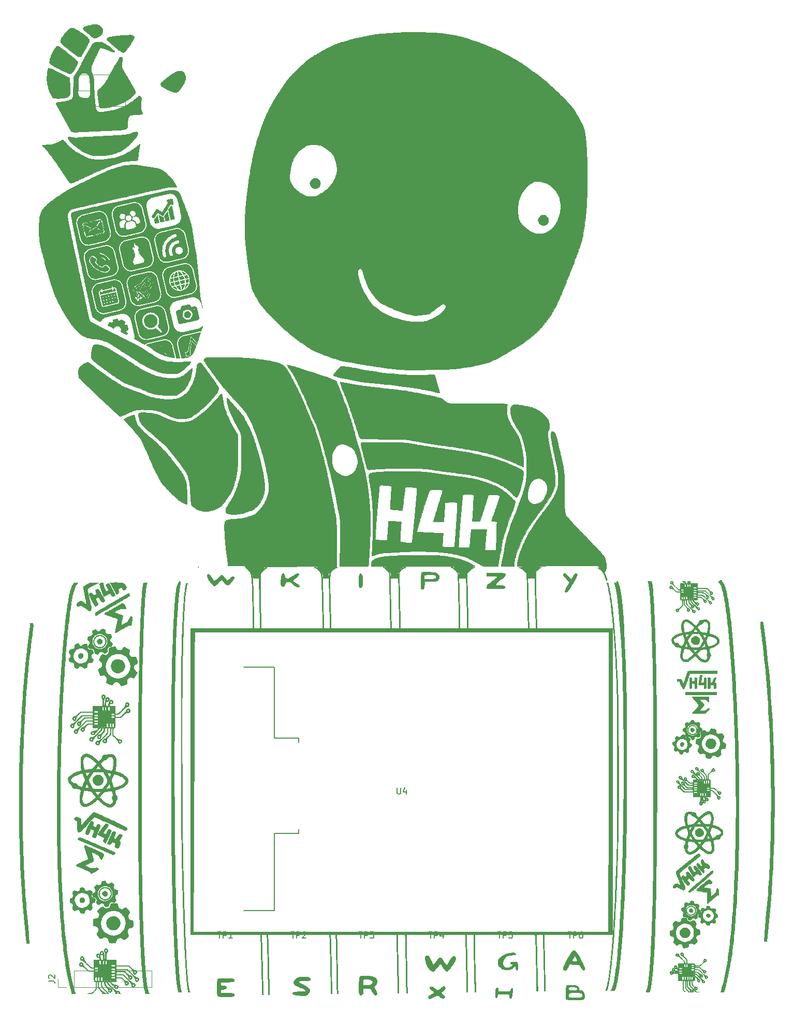
<source format=gto>
G04 #@! TF.GenerationSoftware,KiCad,Pcbnew,(5.0.2)-1*
G04 #@! TF.CreationDate,2019-03-20T23:13:42-06:00*
G04 #@! TF.ProjectId,Hak4Kidz2019,48616b34-4b69-4647-9a32-3031392e6b69,rev?*
G04 #@! TF.SameCoordinates,Original*
G04 #@! TF.FileFunction,Legend,Top*
G04 #@! TF.FilePolarity,Positive*
%FSLAX46Y46*%
G04 Gerber Fmt 4.6, Leading zero omitted, Abs format (unit mm)*
G04 Created by KiCad (PCBNEW (5.0.2)-1) date 3/20/2019 11:13:42 PM*
%MOMM*%
%LPD*%
G01*
G04 APERTURE LIST*
%ADD10C,0.010000*%
%ADD11C,0.120000*%
%ADD12C,0.150000*%
G04 APERTURE END LIST*
D10*
G04 #@! TO.C,G\002A\002A\002A*
G36*
X124606665Y-180078851D02*
X124628371Y-180079181D01*
X124741857Y-180081604D01*
X124840874Y-180085042D01*
X124927861Y-180089694D01*
X125005257Y-180095760D01*
X125075501Y-180103439D01*
X125141033Y-180112931D01*
X125204291Y-180124435D01*
X125219332Y-180127502D01*
X125333230Y-180156144D01*
X125432130Y-180191792D01*
X125516637Y-180234890D01*
X125587356Y-180285882D01*
X125644894Y-180345213D01*
X125689856Y-180413328D01*
X125722848Y-180490671D01*
X125725534Y-180498998D01*
X125730302Y-180521078D01*
X125735324Y-180556042D01*
X125740128Y-180599859D01*
X125744243Y-180648502D01*
X125745875Y-180673033D01*
X125749463Y-180727123D01*
X125753104Y-180767512D01*
X125757302Y-180797421D01*
X125762562Y-180820073D01*
X125769390Y-180838688D01*
X125773076Y-180846542D01*
X125785698Y-180868689D01*
X125800365Y-180885705D01*
X125819509Y-180898426D01*
X125845565Y-180907683D01*
X125880967Y-180914311D01*
X125928149Y-180919143D01*
X125989545Y-180923013D01*
X125997612Y-180923433D01*
X126071564Y-180928349D01*
X126131863Y-180935229D01*
X126181744Y-180944883D01*
X126224443Y-180958118D01*
X126263195Y-180975744D01*
X126301236Y-180998567D01*
X126302979Y-180999727D01*
X126352734Y-181039053D01*
X126404878Y-181090993D01*
X126456758Y-181151998D01*
X126505720Y-181218522D01*
X126549113Y-181287018D01*
X126584284Y-181353939D01*
X126604236Y-181402568D01*
X126631458Y-181493305D01*
X126651952Y-181588832D01*
X126665853Y-181687143D01*
X126673294Y-181786229D01*
X126674409Y-181884084D01*
X126669333Y-181978699D01*
X126658200Y-182068067D01*
X126641144Y-182150180D01*
X126618299Y-182223032D01*
X126589799Y-182284613D01*
X126555778Y-182332918D01*
X126541090Y-182347681D01*
X126515657Y-182367774D01*
X126486845Y-182384451D01*
X126452558Y-182398232D01*
X126410703Y-182409639D01*
X126359184Y-182419192D01*
X126295909Y-182427412D01*
X126218783Y-182434819D01*
X126177255Y-182438161D01*
X126147745Y-182439759D01*
X126102816Y-182441279D01*
X126043975Y-182442715D01*
X125972731Y-182444059D01*
X125890591Y-182445304D01*
X125799063Y-182446444D01*
X125699656Y-182447471D01*
X125593878Y-182448379D01*
X125483236Y-182449159D01*
X125369239Y-182449807D01*
X125253394Y-182450313D01*
X125137209Y-182450672D01*
X125022194Y-182450876D01*
X124909855Y-182450919D01*
X124801700Y-182450793D01*
X124699238Y-182450491D01*
X124603976Y-182450007D01*
X124517423Y-182449333D01*
X124441087Y-182448462D01*
X124376475Y-182447388D01*
X124344832Y-182446665D01*
X124218664Y-182442799D01*
X124108372Y-182438046D01*
X124012920Y-182432233D01*
X123931271Y-182425185D01*
X123862388Y-182416726D01*
X123805234Y-182406682D01*
X123758774Y-182394879D01*
X123721971Y-182381141D01*
X123693787Y-182365293D01*
X123673187Y-182347161D01*
X123661793Y-182331452D01*
X123654586Y-182315918D01*
X123648439Y-182295171D01*
X123643302Y-182268049D01*
X123639122Y-182233392D01*
X123635848Y-182190037D01*
X123633427Y-182136823D01*
X123631809Y-182072589D01*
X123630942Y-181996173D01*
X123630773Y-181906414D01*
X123631041Y-181847802D01*
X124054455Y-181847802D01*
X124059446Y-181920864D01*
X124070327Y-181979892D01*
X124086972Y-182024336D01*
X124109249Y-182053647D01*
X124126442Y-182064226D01*
X124151123Y-182070733D01*
X124191549Y-182077108D01*
X124246538Y-182083270D01*
X124314907Y-182089139D01*
X124395476Y-182094633D01*
X124487060Y-182099673D01*
X124588479Y-182104179D01*
X124698549Y-182108069D01*
X124816088Y-182111264D01*
X124818808Y-182111327D01*
X124871410Y-182112176D01*
X124937203Y-182112646D01*
X125013795Y-182112765D01*
X125098798Y-182112560D01*
X125189820Y-182112057D01*
X125284472Y-182111285D01*
X125380364Y-182110268D01*
X125475106Y-182109036D01*
X125566307Y-182107615D01*
X125651578Y-182106031D01*
X125728529Y-182104313D01*
X125794769Y-182102486D01*
X125847908Y-182100579D01*
X125872557Y-182099404D01*
X125960563Y-182094183D01*
X126033411Y-182088733D01*
X126092867Y-182082638D01*
X126140699Y-182075481D01*
X126178673Y-182066843D01*
X126208559Y-182056307D01*
X126232121Y-182043456D01*
X126251130Y-182027873D01*
X126267350Y-182009140D01*
X126270017Y-182005531D01*
X126297195Y-181959659D01*
X126316315Y-181906996D01*
X126328015Y-181844848D01*
X126332939Y-181770516D01*
X126333173Y-181739793D01*
X126330818Y-181667299D01*
X126323958Y-181606766D01*
X126311662Y-181553609D01*
X126292996Y-181503242D01*
X126279065Y-181473859D01*
X126252175Y-181429490D01*
X126220813Y-181396828D01*
X126181018Y-181372809D01*
X126128827Y-181354370D01*
X126122240Y-181352572D01*
X126081202Y-181343024D01*
X126033562Y-181334676D01*
X125978243Y-181327472D01*
X125914166Y-181321356D01*
X125840252Y-181316270D01*
X125755423Y-181312158D01*
X125658602Y-181308963D01*
X125548709Y-181306630D01*
X125424666Y-181305101D01*
X125285396Y-181304320D01*
X125199681Y-181304188D01*
X125044168Y-181304537D01*
X124904663Y-181305732D01*
X124780262Y-181307856D01*
X124670062Y-181310991D01*
X124573159Y-181315218D01*
X124488651Y-181320621D01*
X124415634Y-181327281D01*
X124353205Y-181335280D01*
X124300462Y-181344701D01*
X124256499Y-181355625D01*
X124220416Y-181368135D01*
X124191308Y-181382313D01*
X124168594Y-181397974D01*
X124133184Y-181437538D01*
X124104112Y-181492405D01*
X124081518Y-181562130D01*
X124065541Y-181646263D01*
X124056321Y-181744358D01*
X124055484Y-181761257D01*
X124054455Y-181847802D01*
X123631041Y-181847802D01*
X123631251Y-181802150D01*
X123632325Y-181682220D01*
X123632433Y-181672082D01*
X123636206Y-181431582D01*
X123642168Y-181207497D01*
X123650339Y-180999451D01*
X123660735Y-180807072D01*
X123673376Y-180629986D01*
X123673494Y-180628694D01*
X124055392Y-180628694D01*
X124057122Y-180685131D01*
X124063413Y-180738209D01*
X124074168Y-180783191D01*
X124085043Y-180808650D01*
X124107574Y-180833380D01*
X124145232Y-180856624D01*
X124196240Y-180877763D01*
X124258820Y-180896181D01*
X124331195Y-180911259D01*
X124411586Y-180922379D01*
X124412543Y-180922480D01*
X124452278Y-180926722D01*
X124488927Y-180930694D01*
X124517074Y-180933806D01*
X124526805Y-180934918D01*
X124554088Y-180936710D01*
X124595298Y-180937608D01*
X124647460Y-180937695D01*
X124707601Y-180937051D01*
X124772748Y-180935760D01*
X124839927Y-180933904D01*
X124906165Y-180931565D01*
X124968489Y-180928825D01*
X125023924Y-180925766D01*
X125069498Y-180922470D01*
X125102238Y-180919021D01*
X125102347Y-180919006D01*
X125201707Y-180903133D01*
X125284675Y-180885267D01*
X125351687Y-180865275D01*
X125403174Y-180843026D01*
X125439571Y-180818388D01*
X125442790Y-180815413D01*
X125466513Y-180782645D01*
X125483694Y-180738900D01*
X125493718Y-180689059D01*
X125495967Y-180638001D01*
X125489827Y-180590608D01*
X125475822Y-180553702D01*
X125449438Y-180517421D01*
X125413919Y-180485679D01*
X125368444Y-180458290D01*
X125312196Y-180435072D01*
X125244354Y-180415840D01*
X125164098Y-180400411D01*
X125070610Y-180388600D01*
X124963069Y-180380224D01*
X124840657Y-180375098D01*
X124702553Y-180373039D01*
X124670690Y-180372979D01*
X124557188Y-180373589D01*
X124459327Y-180375529D01*
X124375854Y-180379041D01*
X124305517Y-180384365D01*
X124247064Y-180391741D01*
X124199244Y-180401410D01*
X124160803Y-180413611D01*
X124130491Y-180428586D01*
X124107055Y-180446573D01*
X124089243Y-180467815D01*
X124078524Y-180486638D01*
X124065997Y-180524708D01*
X124058318Y-180573640D01*
X124055392Y-180628694D01*
X123673494Y-180628694D01*
X123688279Y-180467819D01*
X123693956Y-180415201D01*
X123703375Y-180339240D01*
X123712931Y-180278830D01*
X123722947Y-180232594D01*
X123733746Y-180199158D01*
X123745653Y-180177146D01*
X123751380Y-180170674D01*
X123783419Y-180149688D01*
X123831892Y-180131327D01*
X123896505Y-180115620D01*
X123976964Y-180102599D01*
X124072975Y-180092294D01*
X124184245Y-180084736D01*
X124310479Y-180079956D01*
X124451384Y-180077984D01*
X124606665Y-180078851D01*
X124606665Y-180078851D01*
G37*
X124606665Y-180078851D02*
X124628371Y-180079181D01*
X124741857Y-180081604D01*
X124840874Y-180085042D01*
X124927861Y-180089694D01*
X125005257Y-180095760D01*
X125075501Y-180103439D01*
X125141033Y-180112931D01*
X125204291Y-180124435D01*
X125219332Y-180127502D01*
X125333230Y-180156144D01*
X125432130Y-180191792D01*
X125516637Y-180234890D01*
X125587356Y-180285882D01*
X125644894Y-180345213D01*
X125689856Y-180413328D01*
X125722848Y-180490671D01*
X125725534Y-180498998D01*
X125730302Y-180521078D01*
X125735324Y-180556042D01*
X125740128Y-180599859D01*
X125744243Y-180648502D01*
X125745875Y-180673033D01*
X125749463Y-180727123D01*
X125753104Y-180767512D01*
X125757302Y-180797421D01*
X125762562Y-180820073D01*
X125769390Y-180838688D01*
X125773076Y-180846542D01*
X125785698Y-180868689D01*
X125800365Y-180885705D01*
X125819509Y-180898426D01*
X125845565Y-180907683D01*
X125880967Y-180914311D01*
X125928149Y-180919143D01*
X125989545Y-180923013D01*
X125997612Y-180923433D01*
X126071564Y-180928349D01*
X126131863Y-180935229D01*
X126181744Y-180944883D01*
X126224443Y-180958118D01*
X126263195Y-180975744D01*
X126301236Y-180998567D01*
X126302979Y-180999727D01*
X126352734Y-181039053D01*
X126404878Y-181090993D01*
X126456758Y-181151998D01*
X126505720Y-181218522D01*
X126549113Y-181287018D01*
X126584284Y-181353939D01*
X126604236Y-181402568D01*
X126631458Y-181493305D01*
X126651952Y-181588832D01*
X126665853Y-181687143D01*
X126673294Y-181786229D01*
X126674409Y-181884084D01*
X126669333Y-181978699D01*
X126658200Y-182068067D01*
X126641144Y-182150180D01*
X126618299Y-182223032D01*
X126589799Y-182284613D01*
X126555778Y-182332918D01*
X126541090Y-182347681D01*
X126515657Y-182367774D01*
X126486845Y-182384451D01*
X126452558Y-182398232D01*
X126410703Y-182409639D01*
X126359184Y-182419192D01*
X126295909Y-182427412D01*
X126218783Y-182434819D01*
X126177255Y-182438161D01*
X126147745Y-182439759D01*
X126102816Y-182441279D01*
X126043975Y-182442715D01*
X125972731Y-182444059D01*
X125890591Y-182445304D01*
X125799063Y-182446444D01*
X125699656Y-182447471D01*
X125593878Y-182448379D01*
X125483236Y-182449159D01*
X125369239Y-182449807D01*
X125253394Y-182450313D01*
X125137209Y-182450672D01*
X125022194Y-182450876D01*
X124909855Y-182450919D01*
X124801700Y-182450793D01*
X124699238Y-182450491D01*
X124603976Y-182450007D01*
X124517423Y-182449333D01*
X124441087Y-182448462D01*
X124376475Y-182447388D01*
X124344832Y-182446665D01*
X124218664Y-182442799D01*
X124108372Y-182438046D01*
X124012920Y-182432233D01*
X123931271Y-182425185D01*
X123862388Y-182416726D01*
X123805234Y-182406682D01*
X123758774Y-182394879D01*
X123721971Y-182381141D01*
X123693787Y-182365293D01*
X123673187Y-182347161D01*
X123661793Y-182331452D01*
X123654586Y-182315918D01*
X123648439Y-182295171D01*
X123643302Y-182268049D01*
X123639122Y-182233392D01*
X123635848Y-182190037D01*
X123633427Y-182136823D01*
X123631809Y-182072589D01*
X123630942Y-181996173D01*
X123630773Y-181906414D01*
X123631041Y-181847802D01*
X124054455Y-181847802D01*
X124059446Y-181920864D01*
X124070327Y-181979892D01*
X124086972Y-182024336D01*
X124109249Y-182053647D01*
X124126442Y-182064226D01*
X124151123Y-182070733D01*
X124191549Y-182077108D01*
X124246538Y-182083270D01*
X124314907Y-182089139D01*
X124395476Y-182094633D01*
X124487060Y-182099673D01*
X124588479Y-182104179D01*
X124698549Y-182108069D01*
X124816088Y-182111264D01*
X124818808Y-182111327D01*
X124871410Y-182112176D01*
X124937203Y-182112646D01*
X125013795Y-182112765D01*
X125098798Y-182112560D01*
X125189820Y-182112057D01*
X125284472Y-182111285D01*
X125380364Y-182110268D01*
X125475106Y-182109036D01*
X125566307Y-182107615D01*
X125651578Y-182106031D01*
X125728529Y-182104313D01*
X125794769Y-182102486D01*
X125847908Y-182100579D01*
X125872557Y-182099404D01*
X125960563Y-182094183D01*
X126033411Y-182088733D01*
X126092867Y-182082638D01*
X126140699Y-182075481D01*
X126178673Y-182066843D01*
X126208559Y-182056307D01*
X126232121Y-182043456D01*
X126251130Y-182027873D01*
X126267350Y-182009140D01*
X126270017Y-182005531D01*
X126297195Y-181959659D01*
X126316315Y-181906996D01*
X126328015Y-181844848D01*
X126332939Y-181770516D01*
X126333173Y-181739793D01*
X126330818Y-181667299D01*
X126323958Y-181606766D01*
X126311662Y-181553609D01*
X126292996Y-181503242D01*
X126279065Y-181473859D01*
X126252175Y-181429490D01*
X126220813Y-181396828D01*
X126181018Y-181372809D01*
X126128827Y-181354370D01*
X126122240Y-181352572D01*
X126081202Y-181343024D01*
X126033562Y-181334676D01*
X125978243Y-181327472D01*
X125914166Y-181321356D01*
X125840252Y-181316270D01*
X125755423Y-181312158D01*
X125658602Y-181308963D01*
X125548709Y-181306630D01*
X125424666Y-181305101D01*
X125285396Y-181304320D01*
X125199681Y-181304188D01*
X125044168Y-181304537D01*
X124904663Y-181305732D01*
X124780262Y-181307856D01*
X124670062Y-181310991D01*
X124573159Y-181315218D01*
X124488651Y-181320621D01*
X124415634Y-181327281D01*
X124353205Y-181335280D01*
X124300462Y-181344701D01*
X124256499Y-181355625D01*
X124220416Y-181368135D01*
X124191308Y-181382313D01*
X124168594Y-181397974D01*
X124133184Y-181437538D01*
X124104112Y-181492405D01*
X124081518Y-181562130D01*
X124065541Y-181646263D01*
X124056321Y-181744358D01*
X124055484Y-181761257D01*
X124054455Y-181847802D01*
X123631041Y-181847802D01*
X123631251Y-181802150D01*
X123632325Y-181682220D01*
X123632433Y-181672082D01*
X123636206Y-181431582D01*
X123642168Y-181207497D01*
X123650339Y-180999451D01*
X123660735Y-180807072D01*
X123673376Y-180629986D01*
X123673494Y-180628694D01*
X124055392Y-180628694D01*
X124057122Y-180685131D01*
X124063413Y-180738209D01*
X124074168Y-180783191D01*
X124085043Y-180808650D01*
X124107574Y-180833380D01*
X124145232Y-180856624D01*
X124196240Y-180877763D01*
X124258820Y-180896181D01*
X124331195Y-180911259D01*
X124411586Y-180922379D01*
X124412543Y-180922480D01*
X124452278Y-180926722D01*
X124488927Y-180930694D01*
X124517074Y-180933806D01*
X124526805Y-180934918D01*
X124554088Y-180936710D01*
X124595298Y-180937608D01*
X124647460Y-180937695D01*
X124707601Y-180937051D01*
X124772748Y-180935760D01*
X124839927Y-180933904D01*
X124906165Y-180931565D01*
X124968489Y-180928825D01*
X125023924Y-180925766D01*
X125069498Y-180922470D01*
X125102238Y-180919021D01*
X125102347Y-180919006D01*
X125201707Y-180903133D01*
X125284675Y-180885267D01*
X125351687Y-180865275D01*
X125403174Y-180843026D01*
X125439571Y-180818388D01*
X125442790Y-180815413D01*
X125466513Y-180782645D01*
X125483694Y-180738900D01*
X125493718Y-180689059D01*
X125495967Y-180638001D01*
X125489827Y-180590608D01*
X125475822Y-180553702D01*
X125449438Y-180517421D01*
X125413919Y-180485679D01*
X125368444Y-180458290D01*
X125312196Y-180435072D01*
X125244354Y-180415840D01*
X125164098Y-180400411D01*
X125070610Y-180388600D01*
X124963069Y-180380224D01*
X124840657Y-180375098D01*
X124702553Y-180373039D01*
X124670690Y-180372979D01*
X124557188Y-180373589D01*
X124459327Y-180375529D01*
X124375854Y-180379041D01*
X124305517Y-180384365D01*
X124247064Y-180391741D01*
X124199244Y-180401410D01*
X124160803Y-180413611D01*
X124130491Y-180428586D01*
X124107055Y-180446573D01*
X124089243Y-180467815D01*
X124078524Y-180486638D01*
X124065997Y-180524708D01*
X124058318Y-180573640D01*
X124055392Y-180628694D01*
X123673494Y-180628694D01*
X123688279Y-180467819D01*
X123693956Y-180415201D01*
X123703375Y-180339240D01*
X123712931Y-180278830D01*
X123722947Y-180232594D01*
X123733746Y-180199158D01*
X123745653Y-180177146D01*
X123751380Y-180170674D01*
X123783419Y-180149688D01*
X123831892Y-180131327D01*
X123896505Y-180115620D01*
X123976964Y-180102599D01*
X124072975Y-180092294D01*
X124184245Y-180084736D01*
X124310479Y-180079956D01*
X124451384Y-180077984D01*
X124606665Y-180078851D01*
G36*
X103691045Y-180263848D02*
X103715541Y-180272059D01*
X103722047Y-180275224D01*
X103745626Y-180291899D01*
X103773737Y-180318302D01*
X103802705Y-180350165D01*
X103828854Y-180383221D01*
X103848509Y-180413201D01*
X103857053Y-180431990D01*
X103867587Y-180495001D01*
X103864301Y-180564380D01*
X103847984Y-180637943D01*
X103819423Y-180713503D01*
X103779405Y-180788875D01*
X103728720Y-180861874D01*
X103682906Y-180915103D01*
X103637641Y-180960424D01*
X103592992Y-180998785D01*
X103544231Y-181033727D01*
X103486630Y-181068791D01*
X103451830Y-181088130D01*
X103386600Y-181125683D01*
X103336064Y-181159994D01*
X103298666Y-181192572D01*
X103272850Y-181224923D01*
X103257063Y-181258553D01*
X103251349Y-181282381D01*
X103250425Y-181320286D01*
X103260120Y-181360466D01*
X103281092Y-181403810D01*
X103314000Y-181451204D01*
X103359503Y-181503539D01*
X103418257Y-181561702D01*
X103490921Y-181626581D01*
X103532237Y-181661452D01*
X103609580Y-181727212D01*
X103673355Y-181784838D01*
X103724322Y-181835209D01*
X103763239Y-181879206D01*
X103790866Y-181917708D01*
X103807962Y-181951595D01*
X103815288Y-181981748D01*
X103815693Y-181989935D01*
X103808521Y-182019415D01*
X103788571Y-182053473D01*
X103758496Y-182089727D01*
X103720947Y-182125793D01*
X103678577Y-182159289D01*
X103634037Y-182187831D01*
X103589981Y-182209037D01*
X103561881Y-182217995D01*
X103526527Y-182222934D01*
X103488681Y-182220502D01*
X103445652Y-182210023D01*
X103394749Y-182190817D01*
X103333279Y-182162208D01*
X103326013Y-182158586D01*
X103207588Y-182091566D01*
X103095722Y-182012038D01*
X102992634Y-181922863D01*
X102954494Y-181887482D01*
X102924542Y-181861644D01*
X102898978Y-181842939D01*
X102874001Y-181828961D01*
X102845811Y-181817302D01*
X102810606Y-181805553D01*
X102804346Y-181803591D01*
X102768473Y-181794087D01*
X102730950Y-181788160D01*
X102686140Y-181785115D01*
X102647765Y-181784330D01*
X102574035Y-181785812D01*
X102507033Y-181792177D01*
X102440708Y-181804415D01*
X102369004Y-181823519D01*
X102325903Y-181837043D01*
X102260854Y-181859966D01*
X102199155Y-181885593D01*
X102136941Y-181915833D01*
X102070353Y-181952596D01*
X101995527Y-181997793D01*
X101975794Y-182010183D01*
X101874782Y-182072033D01*
X101783830Y-182123369D01*
X101700674Y-182165279D01*
X101623049Y-182198852D01*
X101548689Y-182225174D01*
X101497915Y-182239726D01*
X101437098Y-182252176D01*
X101376197Y-182258633D01*
X101319929Y-182258904D01*
X101273008Y-182252794D01*
X101260727Y-182249457D01*
X101222257Y-182228491D01*
X101189674Y-182192876D01*
X101164338Y-182144273D01*
X101156816Y-182122490D01*
X101145287Y-182072531D01*
X101142598Y-182025482D01*
X101149491Y-181980504D01*
X101166707Y-181936756D01*
X101194989Y-181893401D01*
X101235078Y-181849599D01*
X101287716Y-181804511D01*
X101353646Y-181757298D01*
X101433609Y-181707121D01*
X101528347Y-181653141D01*
X101610944Y-181608921D01*
X101721443Y-181549837D01*
X101819076Y-181495143D01*
X101903299Y-181445177D01*
X101973572Y-181400274D01*
X102029352Y-181360773D01*
X102070098Y-181327009D01*
X102080249Y-181317084D01*
X102109434Y-181286941D01*
X102090763Y-181248510D01*
X102072368Y-181219282D01*
X102042442Y-181182137D01*
X102003075Y-181139207D01*
X101956361Y-181092621D01*
X101904391Y-181044512D01*
X101849256Y-180997011D01*
X101822540Y-180975258D01*
X101778899Y-180940419D01*
X101732078Y-180903050D01*
X101687276Y-180867298D01*
X101649690Y-180837313D01*
X101644799Y-180833412D01*
X101582299Y-180781114D01*
X101525526Y-180728812D01*
X101476475Y-180678587D01*
X101437142Y-180632520D01*
X101409520Y-180592694D01*
X101403480Y-180581604D01*
X101386729Y-180543979D01*
X101379722Y-180514331D01*
X101382129Y-180487033D01*
X101393620Y-180456458D01*
X101395876Y-180451719D01*
X101417904Y-180417404D01*
X101450461Y-180385649D01*
X101495989Y-180354302D01*
X101525598Y-180337449D01*
X101555900Y-180322327D01*
X101581314Y-180313877D01*
X101609529Y-180310230D01*
X101640567Y-180309513D01*
X101678937Y-180310736D01*
X101709126Y-180315838D01*
X101739765Y-180326731D01*
X101760274Y-180336043D01*
X101797350Y-180355020D01*
X101837900Y-180378707D01*
X101883711Y-180408316D01*
X101936570Y-180445058D01*
X101998262Y-180490145D01*
X102070576Y-180544788D01*
X102089151Y-180559029D01*
X102199693Y-180642878D01*
X102298944Y-180715868D01*
X102386737Y-180777891D01*
X102462902Y-180828833D01*
X102527273Y-180868584D01*
X102579680Y-180897032D01*
X102619955Y-180914067D01*
X102631500Y-180917396D01*
X102656717Y-180916131D01*
X102693933Y-180903237D01*
X102742962Y-180878835D01*
X102803616Y-180843044D01*
X102875710Y-180795985D01*
X102959057Y-180737778D01*
X103053471Y-180668544D01*
X103158764Y-180588403D01*
X103241319Y-180523927D01*
X103325888Y-180457986D01*
X103399042Y-180402736D01*
X103461966Y-180357565D01*
X103515845Y-180321859D01*
X103561865Y-180295005D01*
X103601209Y-180276390D01*
X103635064Y-180265401D01*
X103664615Y-180261425D01*
X103691045Y-180263848D01*
X103691045Y-180263848D01*
G37*
X103691045Y-180263848D02*
X103715541Y-180272059D01*
X103722047Y-180275224D01*
X103745626Y-180291899D01*
X103773737Y-180318302D01*
X103802705Y-180350165D01*
X103828854Y-180383221D01*
X103848509Y-180413201D01*
X103857053Y-180431990D01*
X103867587Y-180495001D01*
X103864301Y-180564380D01*
X103847984Y-180637943D01*
X103819423Y-180713503D01*
X103779405Y-180788875D01*
X103728720Y-180861874D01*
X103682906Y-180915103D01*
X103637641Y-180960424D01*
X103592992Y-180998785D01*
X103544231Y-181033727D01*
X103486630Y-181068791D01*
X103451830Y-181088130D01*
X103386600Y-181125683D01*
X103336064Y-181159994D01*
X103298666Y-181192572D01*
X103272850Y-181224923D01*
X103257063Y-181258553D01*
X103251349Y-181282381D01*
X103250425Y-181320286D01*
X103260120Y-181360466D01*
X103281092Y-181403810D01*
X103314000Y-181451204D01*
X103359503Y-181503539D01*
X103418257Y-181561702D01*
X103490921Y-181626581D01*
X103532237Y-181661452D01*
X103609580Y-181727212D01*
X103673355Y-181784838D01*
X103724322Y-181835209D01*
X103763239Y-181879206D01*
X103790866Y-181917708D01*
X103807962Y-181951595D01*
X103815288Y-181981748D01*
X103815693Y-181989935D01*
X103808521Y-182019415D01*
X103788571Y-182053473D01*
X103758496Y-182089727D01*
X103720947Y-182125793D01*
X103678577Y-182159289D01*
X103634037Y-182187831D01*
X103589981Y-182209037D01*
X103561881Y-182217995D01*
X103526527Y-182222934D01*
X103488681Y-182220502D01*
X103445652Y-182210023D01*
X103394749Y-182190817D01*
X103333279Y-182162208D01*
X103326013Y-182158586D01*
X103207588Y-182091566D01*
X103095722Y-182012038D01*
X102992634Y-181922863D01*
X102954494Y-181887482D01*
X102924542Y-181861644D01*
X102898978Y-181842939D01*
X102874001Y-181828961D01*
X102845811Y-181817302D01*
X102810606Y-181805553D01*
X102804346Y-181803591D01*
X102768473Y-181794087D01*
X102730950Y-181788160D01*
X102686140Y-181785115D01*
X102647765Y-181784330D01*
X102574035Y-181785812D01*
X102507033Y-181792177D01*
X102440708Y-181804415D01*
X102369004Y-181823519D01*
X102325903Y-181837043D01*
X102260854Y-181859966D01*
X102199155Y-181885593D01*
X102136941Y-181915833D01*
X102070353Y-181952596D01*
X101995527Y-181997793D01*
X101975794Y-182010183D01*
X101874782Y-182072033D01*
X101783830Y-182123369D01*
X101700674Y-182165279D01*
X101623049Y-182198852D01*
X101548689Y-182225174D01*
X101497915Y-182239726D01*
X101437098Y-182252176D01*
X101376197Y-182258633D01*
X101319929Y-182258904D01*
X101273008Y-182252794D01*
X101260727Y-182249457D01*
X101222257Y-182228491D01*
X101189674Y-182192876D01*
X101164338Y-182144273D01*
X101156816Y-182122490D01*
X101145287Y-182072531D01*
X101142598Y-182025482D01*
X101149491Y-181980504D01*
X101166707Y-181936756D01*
X101194989Y-181893401D01*
X101235078Y-181849599D01*
X101287716Y-181804511D01*
X101353646Y-181757298D01*
X101433609Y-181707121D01*
X101528347Y-181653141D01*
X101610944Y-181608921D01*
X101721443Y-181549837D01*
X101819076Y-181495143D01*
X101903299Y-181445177D01*
X101973572Y-181400274D01*
X102029352Y-181360773D01*
X102070098Y-181327009D01*
X102080249Y-181317084D01*
X102109434Y-181286941D01*
X102090763Y-181248510D01*
X102072368Y-181219282D01*
X102042442Y-181182137D01*
X102003075Y-181139207D01*
X101956361Y-181092621D01*
X101904391Y-181044512D01*
X101849256Y-180997011D01*
X101822540Y-180975258D01*
X101778899Y-180940419D01*
X101732078Y-180903050D01*
X101687276Y-180867298D01*
X101649690Y-180837313D01*
X101644799Y-180833412D01*
X101582299Y-180781114D01*
X101525526Y-180728812D01*
X101476475Y-180678587D01*
X101437142Y-180632520D01*
X101409520Y-180592694D01*
X101403480Y-180581604D01*
X101386729Y-180543979D01*
X101379722Y-180514331D01*
X101382129Y-180487033D01*
X101393620Y-180456458D01*
X101395876Y-180451719D01*
X101417904Y-180417404D01*
X101450461Y-180385649D01*
X101495989Y-180354302D01*
X101525598Y-180337449D01*
X101555900Y-180322327D01*
X101581314Y-180313877D01*
X101609529Y-180310230D01*
X101640567Y-180309513D01*
X101678937Y-180310736D01*
X101709126Y-180315838D01*
X101739765Y-180326731D01*
X101760274Y-180336043D01*
X101797350Y-180355020D01*
X101837900Y-180378707D01*
X101883711Y-180408316D01*
X101936570Y-180445058D01*
X101998262Y-180490145D01*
X102070576Y-180544788D01*
X102089151Y-180559029D01*
X102199693Y-180642878D01*
X102298944Y-180715868D01*
X102386737Y-180777891D01*
X102462902Y-180828833D01*
X102527273Y-180868584D01*
X102579680Y-180897032D01*
X102619955Y-180914067D01*
X102631500Y-180917396D01*
X102656717Y-180916131D01*
X102693933Y-180903237D01*
X102742962Y-180878835D01*
X102803616Y-180843044D01*
X102875710Y-180795985D01*
X102959057Y-180737778D01*
X103053471Y-180668544D01*
X103158764Y-180588403D01*
X103241319Y-180523927D01*
X103325888Y-180457986D01*
X103399042Y-180402736D01*
X103461966Y-180357565D01*
X103515845Y-180321859D01*
X103561865Y-180295005D01*
X103601209Y-180276390D01*
X103635064Y-180265401D01*
X103664615Y-180261425D01*
X103691045Y-180263848D01*
G36*
X112443935Y-180506587D02*
X112472538Y-180527616D01*
X112498030Y-180564108D01*
X112502756Y-180573110D01*
X112513432Y-180599427D01*
X112525382Y-180636826D01*
X112537083Y-180679694D01*
X112547014Y-180722420D01*
X112553653Y-180759388D01*
X112554034Y-180762219D01*
X112556315Y-180782763D01*
X112559511Y-180815567D01*
X112563342Y-180857307D01*
X112567526Y-180904663D01*
X112571782Y-180954311D01*
X112575827Y-181002931D01*
X112579381Y-181047200D01*
X112582161Y-181083796D01*
X112583887Y-181109398D01*
X112584319Y-181119489D01*
X112584891Y-181121810D01*
X112587212Y-181123881D01*
X112592191Y-181125716D01*
X112600738Y-181127330D01*
X112613761Y-181128736D01*
X112632170Y-181129949D01*
X112656873Y-181130982D01*
X112688781Y-181131850D01*
X112728801Y-181132566D01*
X112777843Y-181133146D01*
X112836816Y-181133602D01*
X112906629Y-181133950D01*
X112988192Y-181134202D01*
X113082412Y-181134374D01*
X113190200Y-181134479D01*
X113312465Y-181134531D01*
X113450115Y-181134545D01*
X113555546Y-181134539D01*
X114526772Y-181134451D01*
X114571469Y-180980074D01*
X114600847Y-180884833D01*
X114629572Y-180805019D01*
X114658372Y-180739184D01*
X114687980Y-180685886D01*
X114719123Y-180643677D01*
X114752534Y-180611114D01*
X114761267Y-180604355D01*
X114793619Y-180588077D01*
X114825145Y-180585760D01*
X114852078Y-180597437D01*
X114858561Y-180603522D01*
X114872049Y-180619142D01*
X114882161Y-180634115D01*
X114889365Y-180651109D01*
X114894131Y-180672792D01*
X114896927Y-180701832D01*
X114898223Y-180740899D01*
X114898486Y-180792659D01*
X114898350Y-180829930D01*
X114896390Y-180919377D01*
X114891557Y-181018238D01*
X114884151Y-181124119D01*
X114874475Y-181234625D01*
X114862829Y-181347363D01*
X114849514Y-181459938D01*
X114834831Y-181569957D01*
X114819082Y-181675026D01*
X114802568Y-181772749D01*
X114785589Y-181860734D01*
X114768447Y-181936587D01*
X114751443Y-181997913D01*
X114751434Y-181997940D01*
X114729442Y-182052220D01*
X114700663Y-182100440D01*
X114667054Y-182140976D01*
X114630576Y-182172204D01*
X114593186Y-182192500D01*
X114556844Y-182200240D01*
X114523508Y-182193802D01*
X114518308Y-182191195D01*
X114488986Y-182171105D01*
X114463782Y-182144774D01*
X114442265Y-182110809D01*
X114424003Y-182067813D01*
X114408567Y-182014394D01*
X114395525Y-181949155D01*
X114384446Y-181870702D01*
X114374901Y-181777641D01*
X114369328Y-181708843D01*
X114358835Y-181567863D01*
X114248135Y-181562861D01*
X114209407Y-181561296D01*
X114157790Y-181559498D01*
X114094628Y-181557498D01*
X114021263Y-181555327D01*
X113939037Y-181553016D01*
X113849292Y-181550594D01*
X113753371Y-181548093D01*
X113652616Y-181545542D01*
X113548370Y-181542974D01*
X113441974Y-181540418D01*
X113334771Y-181537905D01*
X113228103Y-181535466D01*
X113123313Y-181533131D01*
X113021742Y-181530930D01*
X112924734Y-181528896D01*
X112833630Y-181527057D01*
X112749773Y-181525445D01*
X112674505Y-181524090D01*
X112609169Y-181523023D01*
X112555106Y-181522275D01*
X112513660Y-181521876D01*
X112486171Y-181521857D01*
X112473984Y-181522248D01*
X112473495Y-181522383D01*
X112471181Y-181532280D01*
X112467774Y-181556299D01*
X112463597Y-181591696D01*
X112458975Y-181635724D01*
X112454249Y-181685457D01*
X112445166Y-181773465D01*
X112434923Y-181846466D01*
X112422944Y-181906373D01*
X112408655Y-181955097D01*
X112391482Y-181994549D01*
X112370848Y-182026642D01*
X112346180Y-182053286D01*
X112342703Y-182056400D01*
X112309515Y-182081525D01*
X112277928Y-182094932D01*
X112240846Y-182099427D01*
X112233673Y-182099506D01*
X112211511Y-182097623D01*
X112192302Y-182091252D01*
X112175842Y-182079312D01*
X112161927Y-182060719D01*
X112150354Y-182034393D01*
X112140920Y-181999251D01*
X112133420Y-181954211D01*
X112127652Y-181898192D01*
X112123411Y-181830111D01*
X112120494Y-181748886D01*
X112118698Y-181653436D01*
X112117819Y-181542678D01*
X112117661Y-181482871D01*
X112117805Y-181364994D01*
X112118643Y-181262181D01*
X112120291Y-181172579D01*
X112122866Y-181094336D01*
X112126486Y-181025599D01*
X112131265Y-180964514D01*
X112137322Y-180909228D01*
X112144772Y-180857888D01*
X112153733Y-180808641D01*
X112162759Y-180766451D01*
X112186830Y-180684363D01*
X112218300Y-180617193D01*
X112257068Y-180565051D01*
X112303030Y-180528048D01*
X112356084Y-180506292D01*
X112410735Y-180499840D01*
X112443935Y-180506587D01*
X112443935Y-180506587D01*
G37*
X112443935Y-180506587D02*
X112472538Y-180527616D01*
X112498030Y-180564108D01*
X112502756Y-180573110D01*
X112513432Y-180599427D01*
X112525382Y-180636826D01*
X112537083Y-180679694D01*
X112547014Y-180722420D01*
X112553653Y-180759388D01*
X112554034Y-180762219D01*
X112556315Y-180782763D01*
X112559511Y-180815567D01*
X112563342Y-180857307D01*
X112567526Y-180904663D01*
X112571782Y-180954311D01*
X112575827Y-181002931D01*
X112579381Y-181047200D01*
X112582161Y-181083796D01*
X112583887Y-181109398D01*
X112584319Y-181119489D01*
X112584891Y-181121810D01*
X112587212Y-181123881D01*
X112592191Y-181125716D01*
X112600738Y-181127330D01*
X112613761Y-181128736D01*
X112632170Y-181129949D01*
X112656873Y-181130982D01*
X112688781Y-181131850D01*
X112728801Y-181132566D01*
X112777843Y-181133146D01*
X112836816Y-181133602D01*
X112906629Y-181133950D01*
X112988192Y-181134202D01*
X113082412Y-181134374D01*
X113190200Y-181134479D01*
X113312465Y-181134531D01*
X113450115Y-181134545D01*
X113555546Y-181134539D01*
X114526772Y-181134451D01*
X114571469Y-180980074D01*
X114600847Y-180884833D01*
X114629572Y-180805019D01*
X114658372Y-180739184D01*
X114687980Y-180685886D01*
X114719123Y-180643677D01*
X114752534Y-180611114D01*
X114761267Y-180604355D01*
X114793619Y-180588077D01*
X114825145Y-180585760D01*
X114852078Y-180597437D01*
X114858561Y-180603522D01*
X114872049Y-180619142D01*
X114882161Y-180634115D01*
X114889365Y-180651109D01*
X114894131Y-180672792D01*
X114896927Y-180701832D01*
X114898223Y-180740899D01*
X114898486Y-180792659D01*
X114898350Y-180829930D01*
X114896390Y-180919377D01*
X114891557Y-181018238D01*
X114884151Y-181124119D01*
X114874475Y-181234625D01*
X114862829Y-181347363D01*
X114849514Y-181459938D01*
X114834831Y-181569957D01*
X114819082Y-181675026D01*
X114802568Y-181772749D01*
X114785589Y-181860734D01*
X114768447Y-181936587D01*
X114751443Y-181997913D01*
X114751434Y-181997940D01*
X114729442Y-182052220D01*
X114700663Y-182100440D01*
X114667054Y-182140976D01*
X114630576Y-182172204D01*
X114593186Y-182192500D01*
X114556844Y-182200240D01*
X114523508Y-182193802D01*
X114518308Y-182191195D01*
X114488986Y-182171105D01*
X114463782Y-182144774D01*
X114442265Y-182110809D01*
X114424003Y-182067813D01*
X114408567Y-182014394D01*
X114395525Y-181949155D01*
X114384446Y-181870702D01*
X114374901Y-181777641D01*
X114369328Y-181708843D01*
X114358835Y-181567863D01*
X114248135Y-181562861D01*
X114209407Y-181561296D01*
X114157790Y-181559498D01*
X114094628Y-181557498D01*
X114021263Y-181555327D01*
X113939037Y-181553016D01*
X113849292Y-181550594D01*
X113753371Y-181548093D01*
X113652616Y-181545542D01*
X113548370Y-181542974D01*
X113441974Y-181540418D01*
X113334771Y-181537905D01*
X113228103Y-181535466D01*
X113123313Y-181533131D01*
X113021742Y-181530930D01*
X112924734Y-181528896D01*
X112833630Y-181527057D01*
X112749773Y-181525445D01*
X112674505Y-181524090D01*
X112609169Y-181523023D01*
X112555106Y-181522275D01*
X112513660Y-181521876D01*
X112486171Y-181521857D01*
X112473984Y-181522248D01*
X112473495Y-181522383D01*
X112471181Y-181532280D01*
X112467774Y-181556299D01*
X112463597Y-181591696D01*
X112458975Y-181635724D01*
X112454249Y-181685457D01*
X112445166Y-181773465D01*
X112434923Y-181846466D01*
X112422944Y-181906373D01*
X112408655Y-181955097D01*
X112391482Y-181994549D01*
X112370848Y-182026642D01*
X112346180Y-182053286D01*
X112342703Y-182056400D01*
X112309515Y-182081525D01*
X112277928Y-182094932D01*
X112240846Y-182099427D01*
X112233673Y-182099506D01*
X112211511Y-182097623D01*
X112192302Y-182091252D01*
X112175842Y-182079312D01*
X112161927Y-182060719D01*
X112150354Y-182034393D01*
X112140920Y-181999251D01*
X112133420Y-181954211D01*
X112127652Y-181898192D01*
X112123411Y-181830111D01*
X112120494Y-181748886D01*
X112118698Y-181653436D01*
X112117819Y-181542678D01*
X112117661Y-181482871D01*
X112117805Y-181364994D01*
X112118643Y-181262181D01*
X112120291Y-181172579D01*
X112122866Y-181094336D01*
X112126486Y-181025599D01*
X112131265Y-180964514D01*
X112137322Y-180909228D01*
X112144772Y-180857888D01*
X112153733Y-180808641D01*
X112162759Y-180766451D01*
X112186830Y-180684363D01*
X112218300Y-180617193D01*
X112257068Y-180565051D01*
X112303030Y-180528048D01*
X112356084Y-180506292D01*
X112410735Y-180499840D01*
X112443935Y-180506587D01*
G36*
X68206527Y-178976909D02*
X68357927Y-178977851D01*
X68494193Y-178979502D01*
X68616220Y-178981950D01*
X68724899Y-178985287D01*
X68821125Y-178989604D01*
X68905791Y-178994990D01*
X68979788Y-179001536D01*
X69044012Y-179009333D01*
X69099354Y-179018471D01*
X69146709Y-179029041D01*
X69186968Y-179041132D01*
X69221026Y-179054837D01*
X69249775Y-179070244D01*
X69274109Y-179087445D01*
X69291949Y-179103504D01*
X69331272Y-179152322D01*
X69356225Y-179204647D01*
X69366251Y-179258258D01*
X69360794Y-179310932D01*
X69350840Y-179339037D01*
X69326614Y-179383510D01*
X69297099Y-179419349D01*
X69259982Y-179447971D01*
X69212945Y-179470793D01*
X69153674Y-179489231D01*
X69080154Y-179504648D01*
X69045007Y-179510484D01*
X69007779Y-179515840D01*
X68967425Y-179520768D01*
X68922895Y-179525320D01*
X68873142Y-179529545D01*
X68817120Y-179533497D01*
X68753780Y-179537225D01*
X68682076Y-179540781D01*
X68600959Y-179544216D01*
X68509382Y-179547581D01*
X68406299Y-179550928D01*
X68290660Y-179554308D01*
X68161420Y-179557772D01*
X68017529Y-179561372D01*
X67857942Y-179565157D01*
X67828632Y-179565835D01*
X67184253Y-179580700D01*
X67184897Y-179813862D01*
X67185300Y-179890390D01*
X67186220Y-179951902D01*
X67187924Y-180000307D01*
X67190678Y-180037516D01*
X67194750Y-180065437D01*
X67200405Y-180085981D01*
X67207912Y-180101057D01*
X67217535Y-180112575D01*
X67227825Y-180121177D01*
X67241808Y-180130138D01*
X67258637Y-180137423D01*
X67280381Y-180143319D01*
X67309110Y-180148111D01*
X67346896Y-180152085D01*
X67395808Y-180155526D01*
X67457917Y-180158720D01*
X67518574Y-180161293D01*
X67592598Y-180164465D01*
X67652435Y-180167633D01*
X67700826Y-180171113D01*
X67740508Y-180175218D01*
X67774220Y-180180262D01*
X67804702Y-180186560D01*
X67834691Y-180194426D01*
X67852017Y-180199550D01*
X67923315Y-180226560D01*
X67986420Y-180261009D01*
X68038845Y-180301152D01*
X68078101Y-180345244D01*
X68091743Y-180367697D01*
X68107065Y-180414485D01*
X68106733Y-180462698D01*
X68091757Y-180510790D01*
X68063148Y-180557218D01*
X68021916Y-180600438D01*
X67969073Y-180638907D01*
X67905629Y-180671080D01*
X67888745Y-180677765D01*
X67846812Y-180692631D01*
X67805818Y-180704999D01*
X67762884Y-180715394D01*
X67715133Y-180724340D01*
X67659689Y-180732364D01*
X67593675Y-180739989D01*
X67514212Y-180747740D01*
X67496130Y-180749380D01*
X67426487Y-180756052D01*
X67371417Y-180762412D01*
X67328584Y-180768916D01*
X67295649Y-180776022D01*
X67270275Y-180784187D01*
X67250127Y-180793868D01*
X67241693Y-180799141D01*
X67226975Y-180809652D01*
X67215247Y-180820513D01*
X67206144Y-180833707D01*
X67199302Y-180851212D01*
X67194355Y-180875012D01*
X67190938Y-180907086D01*
X67188687Y-180949416D01*
X67187236Y-181003983D01*
X67186220Y-181072768D01*
X67185884Y-181102041D01*
X67183283Y-181336065D01*
X67270522Y-181340903D01*
X67293712Y-181341906D01*
X67332201Y-181343224D01*
X67384364Y-181344813D01*
X67448577Y-181346630D01*
X67523214Y-181348633D01*
X67606650Y-181350778D01*
X67697261Y-181353023D01*
X67793421Y-181355323D01*
X67893506Y-181357637D01*
X67954463Y-181359008D01*
X68115377Y-181362714D01*
X68260395Y-181366349D01*
X68390545Y-181369974D01*
X68506858Y-181373650D01*
X68610365Y-181377440D01*
X68702094Y-181381404D01*
X68783077Y-181385603D01*
X68854342Y-181390100D01*
X68916921Y-181394955D01*
X68971843Y-181400229D01*
X69020138Y-181405985D01*
X69062837Y-181412283D01*
X69100969Y-181419184D01*
X69135564Y-181426751D01*
X69149487Y-181430194D01*
X69211168Y-181449058D01*
X69259007Y-181471424D01*
X69296033Y-181499366D01*
X69325271Y-181534958D01*
X69340434Y-181561039D01*
X69360309Y-181616026D01*
X69363375Y-181671405D01*
X69349729Y-181726658D01*
X69319466Y-181781268D01*
X69294077Y-181812730D01*
X69267604Y-181837641D01*
X69235754Y-181858777D01*
X69196834Y-181876593D01*
X69149155Y-181891542D01*
X69091026Y-181904078D01*
X69020756Y-181914656D01*
X68936654Y-181923729D01*
X68855862Y-181930388D01*
X68821930Y-181932242D01*
X68772864Y-181933987D01*
X68710457Y-181935613D01*
X68636502Y-181937108D01*
X68552793Y-181938463D01*
X68461122Y-181939667D01*
X68363283Y-181940709D01*
X68261069Y-181941580D01*
X68156273Y-181942269D01*
X68050689Y-181942766D01*
X67946109Y-181943059D01*
X67844326Y-181943139D01*
X67747135Y-181942996D01*
X67656328Y-181942618D01*
X67573699Y-181941996D01*
X67501039Y-181941119D01*
X67440144Y-181939977D01*
X67399989Y-181938826D01*
X67256421Y-181932815D01*
X67129517Y-181925532D01*
X67019055Y-181916957D01*
X66924817Y-181907065D01*
X66846584Y-181895833D01*
X66784135Y-181883239D01*
X66737410Y-181869318D01*
X66703632Y-181852412D01*
X66678141Y-181828621D01*
X66658981Y-181795053D01*
X66644192Y-181748817D01*
X66638456Y-181723176D01*
X66628664Y-181668988D01*
X66619949Y-181607514D01*
X66612272Y-181537852D01*
X66605593Y-181459101D01*
X66599872Y-181370357D01*
X66595072Y-181270719D01*
X66591152Y-181159284D01*
X66588073Y-181035149D01*
X66585796Y-180897413D01*
X66584282Y-180745174D01*
X66583491Y-180577528D01*
X66583347Y-180455732D01*
X66583741Y-180270603D01*
X66584931Y-180101691D01*
X66586961Y-179948300D01*
X66589871Y-179809736D01*
X66593705Y-179685304D01*
X66598503Y-179574310D01*
X66604309Y-179476060D01*
X66611165Y-179389857D01*
X66619112Y-179315009D01*
X66628193Y-179250820D01*
X66638449Y-179196595D01*
X66649924Y-179151641D01*
X66662659Y-179115262D01*
X66664977Y-179109823D01*
X66678639Y-179088141D01*
X66700045Y-179069620D01*
X66730676Y-179053793D01*
X66772012Y-179040194D01*
X66825532Y-179028356D01*
X66892716Y-179017814D01*
X66975044Y-179008099D01*
X66993816Y-179006179D01*
X67066383Y-178999680D01*
X67146025Y-178994063D01*
X67233940Y-178989295D01*
X67331327Y-178985340D01*
X67439382Y-178982165D01*
X67559306Y-178979736D01*
X67692297Y-178978020D01*
X67839552Y-178976982D01*
X68002269Y-178976588D01*
X68039101Y-178976584D01*
X68206527Y-178976909D01*
X68206527Y-178976909D01*
G37*
X68206527Y-178976909D02*
X68357927Y-178977851D01*
X68494193Y-178979502D01*
X68616220Y-178981950D01*
X68724899Y-178985287D01*
X68821125Y-178989604D01*
X68905791Y-178994990D01*
X68979788Y-179001536D01*
X69044012Y-179009333D01*
X69099354Y-179018471D01*
X69146709Y-179029041D01*
X69186968Y-179041132D01*
X69221026Y-179054837D01*
X69249775Y-179070244D01*
X69274109Y-179087445D01*
X69291949Y-179103504D01*
X69331272Y-179152322D01*
X69356225Y-179204647D01*
X69366251Y-179258258D01*
X69360794Y-179310932D01*
X69350840Y-179339037D01*
X69326614Y-179383510D01*
X69297099Y-179419349D01*
X69259982Y-179447971D01*
X69212945Y-179470793D01*
X69153674Y-179489231D01*
X69080154Y-179504648D01*
X69045007Y-179510484D01*
X69007779Y-179515840D01*
X68967425Y-179520768D01*
X68922895Y-179525320D01*
X68873142Y-179529545D01*
X68817120Y-179533497D01*
X68753780Y-179537225D01*
X68682076Y-179540781D01*
X68600959Y-179544216D01*
X68509382Y-179547581D01*
X68406299Y-179550928D01*
X68290660Y-179554308D01*
X68161420Y-179557772D01*
X68017529Y-179561372D01*
X67857942Y-179565157D01*
X67828632Y-179565835D01*
X67184253Y-179580700D01*
X67184897Y-179813862D01*
X67185300Y-179890390D01*
X67186220Y-179951902D01*
X67187924Y-180000307D01*
X67190678Y-180037516D01*
X67194750Y-180065437D01*
X67200405Y-180085981D01*
X67207912Y-180101057D01*
X67217535Y-180112575D01*
X67227825Y-180121177D01*
X67241808Y-180130138D01*
X67258637Y-180137423D01*
X67280381Y-180143319D01*
X67309110Y-180148111D01*
X67346896Y-180152085D01*
X67395808Y-180155526D01*
X67457917Y-180158720D01*
X67518574Y-180161293D01*
X67592598Y-180164465D01*
X67652435Y-180167633D01*
X67700826Y-180171113D01*
X67740508Y-180175218D01*
X67774220Y-180180262D01*
X67804702Y-180186560D01*
X67834691Y-180194426D01*
X67852017Y-180199550D01*
X67923315Y-180226560D01*
X67986420Y-180261009D01*
X68038845Y-180301152D01*
X68078101Y-180345244D01*
X68091743Y-180367697D01*
X68107065Y-180414485D01*
X68106733Y-180462698D01*
X68091757Y-180510790D01*
X68063148Y-180557218D01*
X68021916Y-180600438D01*
X67969073Y-180638907D01*
X67905629Y-180671080D01*
X67888745Y-180677765D01*
X67846812Y-180692631D01*
X67805818Y-180704999D01*
X67762884Y-180715394D01*
X67715133Y-180724340D01*
X67659689Y-180732364D01*
X67593675Y-180739989D01*
X67514212Y-180747740D01*
X67496130Y-180749380D01*
X67426487Y-180756052D01*
X67371417Y-180762412D01*
X67328584Y-180768916D01*
X67295649Y-180776022D01*
X67270275Y-180784187D01*
X67250127Y-180793868D01*
X67241693Y-180799141D01*
X67226975Y-180809652D01*
X67215247Y-180820513D01*
X67206144Y-180833707D01*
X67199302Y-180851212D01*
X67194355Y-180875012D01*
X67190938Y-180907086D01*
X67188687Y-180949416D01*
X67187236Y-181003983D01*
X67186220Y-181072768D01*
X67185884Y-181102041D01*
X67183283Y-181336065D01*
X67270522Y-181340903D01*
X67293712Y-181341906D01*
X67332201Y-181343224D01*
X67384364Y-181344813D01*
X67448577Y-181346630D01*
X67523214Y-181348633D01*
X67606650Y-181350778D01*
X67697261Y-181353023D01*
X67793421Y-181355323D01*
X67893506Y-181357637D01*
X67954463Y-181359008D01*
X68115377Y-181362714D01*
X68260395Y-181366349D01*
X68390545Y-181369974D01*
X68506858Y-181373650D01*
X68610365Y-181377440D01*
X68702094Y-181381404D01*
X68783077Y-181385603D01*
X68854342Y-181390100D01*
X68916921Y-181394955D01*
X68971843Y-181400229D01*
X69020138Y-181405985D01*
X69062837Y-181412283D01*
X69100969Y-181419184D01*
X69135564Y-181426751D01*
X69149487Y-181430194D01*
X69211168Y-181449058D01*
X69259007Y-181471424D01*
X69296033Y-181499366D01*
X69325271Y-181534958D01*
X69340434Y-181561039D01*
X69360309Y-181616026D01*
X69363375Y-181671405D01*
X69349729Y-181726658D01*
X69319466Y-181781268D01*
X69294077Y-181812730D01*
X69267604Y-181837641D01*
X69235754Y-181858777D01*
X69196834Y-181876593D01*
X69149155Y-181891542D01*
X69091026Y-181904078D01*
X69020756Y-181914656D01*
X68936654Y-181923729D01*
X68855862Y-181930388D01*
X68821930Y-181932242D01*
X68772864Y-181933987D01*
X68710457Y-181935613D01*
X68636502Y-181937108D01*
X68552793Y-181938463D01*
X68461122Y-181939667D01*
X68363283Y-181940709D01*
X68261069Y-181941580D01*
X68156273Y-181942269D01*
X68050689Y-181942766D01*
X67946109Y-181943059D01*
X67844326Y-181943139D01*
X67747135Y-181942996D01*
X67656328Y-181942618D01*
X67573699Y-181941996D01*
X67501039Y-181941119D01*
X67440144Y-181939977D01*
X67399989Y-181938826D01*
X67256421Y-181932815D01*
X67129517Y-181925532D01*
X67019055Y-181916957D01*
X66924817Y-181907065D01*
X66846584Y-181895833D01*
X66784135Y-181883239D01*
X66737410Y-181869318D01*
X66703632Y-181852412D01*
X66678141Y-181828621D01*
X66658981Y-181795053D01*
X66644192Y-181748817D01*
X66638456Y-181723176D01*
X66628664Y-181668988D01*
X66619949Y-181607514D01*
X66612272Y-181537852D01*
X66605593Y-181459101D01*
X66599872Y-181370357D01*
X66595072Y-181270719D01*
X66591152Y-181159284D01*
X66588073Y-181035149D01*
X66585796Y-180897413D01*
X66584282Y-180745174D01*
X66583491Y-180577528D01*
X66583347Y-180455732D01*
X66583741Y-180270603D01*
X66584931Y-180101691D01*
X66586961Y-179948300D01*
X66589871Y-179809736D01*
X66593705Y-179685304D01*
X66598503Y-179574310D01*
X66604309Y-179476060D01*
X66611165Y-179389857D01*
X66619112Y-179315009D01*
X66628193Y-179250820D01*
X66638449Y-179196595D01*
X66649924Y-179151641D01*
X66662659Y-179115262D01*
X66664977Y-179109823D01*
X66678639Y-179088141D01*
X66700045Y-179069620D01*
X66730676Y-179053793D01*
X66772012Y-179040194D01*
X66825532Y-179028356D01*
X66892716Y-179017814D01*
X66975044Y-179008099D01*
X66993816Y-179006179D01*
X67066383Y-178999680D01*
X67146025Y-178994063D01*
X67233940Y-178989295D01*
X67331327Y-178985340D01*
X67439382Y-178982165D01*
X67559306Y-178979736D01*
X67692297Y-178978020D01*
X67839552Y-178976982D01*
X68002269Y-178976588D01*
X68039101Y-178976584D01*
X68206527Y-178976909D01*
G36*
X80908888Y-178724995D02*
X81026381Y-178726937D01*
X81128456Y-178729500D01*
X81216619Y-178732887D01*
X81292377Y-178737301D01*
X81357234Y-178742946D01*
X81412697Y-178750024D01*
X81460270Y-178758738D01*
X81501459Y-178769292D01*
X81537769Y-178781888D01*
X81570707Y-178796730D01*
X81601777Y-178814021D01*
X81610910Y-178819685D01*
X81649112Y-178849056D01*
X81689439Y-178888843D01*
X81729189Y-178935433D01*
X81765662Y-178985211D01*
X81796157Y-179034561D01*
X81817972Y-179079868D01*
X81826979Y-179108856D01*
X81831850Y-179138101D01*
X81831100Y-179158991D01*
X81824122Y-179179339D01*
X81820987Y-179185969D01*
X81798717Y-179216074D01*
X81763932Y-179244753D01*
X81720970Y-179268977D01*
X81680602Y-179283991D01*
X81645781Y-179293280D01*
X81610614Y-179301310D01*
X81573627Y-179308167D01*
X81533349Y-179313941D01*
X81488307Y-179318719D01*
X81437029Y-179322589D01*
X81378041Y-179325640D01*
X81309872Y-179327958D01*
X81231048Y-179329633D01*
X81140097Y-179330753D01*
X81035548Y-179331404D01*
X80915926Y-179331676D01*
X80882340Y-179331695D01*
X80765587Y-179331872D01*
X80664095Y-179332377D01*
X80576199Y-179333283D01*
X80500234Y-179334663D01*
X80434535Y-179336587D01*
X80377438Y-179339130D01*
X80327278Y-179342362D01*
X80282389Y-179346356D01*
X80241108Y-179351185D01*
X80201769Y-179356920D01*
X80167791Y-179362710D01*
X80079651Y-179382662D01*
X80007605Y-179407816D01*
X79951637Y-179438183D01*
X79911728Y-179473776D01*
X79887863Y-179514606D01*
X79880021Y-179560183D01*
X79883297Y-179577133D01*
X79895231Y-179593204D01*
X79918978Y-179612580D01*
X79920224Y-179613487D01*
X79959395Y-179640460D01*
X80007717Y-179671059D01*
X80065970Y-179705711D01*
X80134929Y-179744840D01*
X80215374Y-179788871D01*
X80308080Y-179838231D01*
X80413827Y-179893345D01*
X80533391Y-179954637D01*
X80667550Y-180022535D01*
X80671390Y-180024468D01*
X80803897Y-180091766D01*
X80922134Y-180153213D01*
X81027394Y-180209620D01*
X81120970Y-180261801D01*
X81204152Y-180310567D01*
X81278233Y-180356729D01*
X81344504Y-180401101D01*
X81404259Y-180444495D01*
X81458788Y-180487722D01*
X81509384Y-180531594D01*
X81557338Y-180576925D01*
X81569505Y-180589021D01*
X81637290Y-180664351D01*
X81688797Y-180738195D01*
X81724499Y-180811498D01*
X81744867Y-180885208D01*
X81750483Y-180951294D01*
X81748945Y-180994419D01*
X81743500Y-181032607D01*
X81732793Y-181071599D01*
X81715470Y-181117138D01*
X81706216Y-181138860D01*
X81676172Y-181199518D01*
X81637912Y-181261324D01*
X81590137Y-181325945D01*
X81531549Y-181395047D01*
X81460847Y-181470297D01*
X81402449Y-181528500D01*
X81344455Y-181583964D01*
X81295124Y-181628295D01*
X81251951Y-181663086D01*
X81212435Y-181689927D01*
X81174071Y-181710410D01*
X81134358Y-181726126D01*
X81090791Y-181738667D01*
X81061243Y-181745441D01*
X81017389Y-181752375D01*
X80958180Y-181757933D01*
X80885133Y-181762080D01*
X80799766Y-181764783D01*
X80703600Y-181766008D01*
X80598151Y-181765722D01*
X80484938Y-181763891D01*
X80370924Y-181760668D01*
X80173826Y-181752690D01*
X79993115Y-181742656D01*
X79828365Y-181730494D01*
X79679152Y-181716129D01*
X79545051Y-181699490D01*
X79425637Y-181680503D01*
X79320486Y-181659095D01*
X79229172Y-181635194D01*
X79151271Y-181608726D01*
X79086358Y-181579618D01*
X79034009Y-181547798D01*
X79007446Y-181526469D01*
X78975681Y-181493181D01*
X78957241Y-181460887D01*
X78949642Y-181424541D01*
X78949080Y-181408007D01*
X78957292Y-181353252D01*
X78980527Y-181303086D01*
X79017031Y-181259857D01*
X79065049Y-181225911D01*
X79095596Y-181212098D01*
X79124892Y-181202005D01*
X79156440Y-181193046D01*
X79191447Y-181185131D01*
X79231122Y-181178171D01*
X79276671Y-181172076D01*
X79329302Y-181166756D01*
X79390222Y-181162120D01*
X79460641Y-181158079D01*
X79541764Y-181154543D01*
X79634801Y-181151422D01*
X79740957Y-181148627D01*
X79861442Y-181146066D01*
X79997462Y-181143651D01*
X80019674Y-181143289D01*
X80147251Y-181141179D01*
X80259248Y-181139191D01*
X80357009Y-181137277D01*
X80441882Y-181135385D01*
X80515211Y-181133466D01*
X80578344Y-181131468D01*
X80632625Y-181129342D01*
X80679401Y-181127038D01*
X80720018Y-181124504D01*
X80755822Y-181121691D01*
X80788158Y-181118549D01*
X80818373Y-181115027D01*
X80835358Y-181112804D01*
X80898045Y-181101830D01*
X80946080Y-181087053D01*
X80981590Y-181066913D01*
X81006702Y-181039847D01*
X81023542Y-181004294D01*
X81032621Y-180967988D01*
X81037538Y-180935680D01*
X81037446Y-180911971D01*
X81031936Y-180889170D01*
X81027808Y-180877754D01*
X81017687Y-180855781D01*
X81003857Y-180834544D01*
X80985314Y-180813506D01*
X80961054Y-180792129D01*
X80930072Y-180769874D01*
X80891366Y-180746204D01*
X80843931Y-180720581D01*
X80786763Y-180692466D01*
X80718858Y-180661320D01*
X80639211Y-180626607D01*
X80546820Y-180587788D01*
X80440680Y-180544324D01*
X80319787Y-180495679D01*
X80300859Y-180488117D01*
X80135836Y-180421368D01*
X79986178Y-180358961D01*
X79851003Y-180300490D01*
X79729428Y-180245548D01*
X79620570Y-180193728D01*
X79523547Y-180144625D01*
X79437475Y-180097831D01*
X79377503Y-180062751D01*
X79323775Y-180028328D01*
X79281757Y-179996409D01*
X79247409Y-179963286D01*
X79216694Y-179925254D01*
X79197923Y-179897916D01*
X79153794Y-179815941D01*
X79125962Y-179730123D01*
X79114450Y-179641287D01*
X79119284Y-179550258D01*
X79140489Y-179457861D01*
X79178089Y-179364919D01*
X79181755Y-179357585D01*
X79225780Y-179282315D01*
X79281957Y-179204330D01*
X79346864Y-179127544D01*
X79417076Y-179055871D01*
X79489172Y-178993226D01*
X79522082Y-178968477D01*
X79588886Y-178924451D01*
X79659287Y-178885392D01*
X79734420Y-178851099D01*
X79815424Y-178821374D01*
X79903434Y-178796016D01*
X79999589Y-178774826D01*
X80105025Y-178757605D01*
X80220879Y-178744152D01*
X80348289Y-178734268D01*
X80488392Y-178727754D01*
X80642324Y-178724409D01*
X80811224Y-178724035D01*
X80908888Y-178724995D01*
X80908888Y-178724995D01*
G37*
X80908888Y-178724995D02*
X81026381Y-178726937D01*
X81128456Y-178729500D01*
X81216619Y-178732887D01*
X81292377Y-178737301D01*
X81357234Y-178742946D01*
X81412697Y-178750024D01*
X81460270Y-178758738D01*
X81501459Y-178769292D01*
X81537769Y-178781888D01*
X81570707Y-178796730D01*
X81601777Y-178814021D01*
X81610910Y-178819685D01*
X81649112Y-178849056D01*
X81689439Y-178888843D01*
X81729189Y-178935433D01*
X81765662Y-178985211D01*
X81796157Y-179034561D01*
X81817972Y-179079868D01*
X81826979Y-179108856D01*
X81831850Y-179138101D01*
X81831100Y-179158991D01*
X81824122Y-179179339D01*
X81820987Y-179185969D01*
X81798717Y-179216074D01*
X81763932Y-179244753D01*
X81720970Y-179268977D01*
X81680602Y-179283991D01*
X81645781Y-179293280D01*
X81610614Y-179301310D01*
X81573627Y-179308167D01*
X81533349Y-179313941D01*
X81488307Y-179318719D01*
X81437029Y-179322589D01*
X81378041Y-179325640D01*
X81309872Y-179327958D01*
X81231048Y-179329633D01*
X81140097Y-179330753D01*
X81035548Y-179331404D01*
X80915926Y-179331676D01*
X80882340Y-179331695D01*
X80765587Y-179331872D01*
X80664095Y-179332377D01*
X80576199Y-179333283D01*
X80500234Y-179334663D01*
X80434535Y-179336587D01*
X80377438Y-179339130D01*
X80327278Y-179342362D01*
X80282389Y-179346356D01*
X80241108Y-179351185D01*
X80201769Y-179356920D01*
X80167791Y-179362710D01*
X80079651Y-179382662D01*
X80007605Y-179407816D01*
X79951637Y-179438183D01*
X79911728Y-179473776D01*
X79887863Y-179514606D01*
X79880021Y-179560183D01*
X79883297Y-179577133D01*
X79895231Y-179593204D01*
X79918978Y-179612580D01*
X79920224Y-179613487D01*
X79959395Y-179640460D01*
X80007717Y-179671059D01*
X80065970Y-179705711D01*
X80134929Y-179744840D01*
X80215374Y-179788871D01*
X80308080Y-179838231D01*
X80413827Y-179893345D01*
X80533391Y-179954637D01*
X80667550Y-180022535D01*
X80671390Y-180024468D01*
X80803897Y-180091766D01*
X80922134Y-180153213D01*
X81027394Y-180209620D01*
X81120970Y-180261801D01*
X81204152Y-180310567D01*
X81278233Y-180356729D01*
X81344504Y-180401101D01*
X81404259Y-180444495D01*
X81458788Y-180487722D01*
X81509384Y-180531594D01*
X81557338Y-180576925D01*
X81569505Y-180589021D01*
X81637290Y-180664351D01*
X81688797Y-180738195D01*
X81724499Y-180811498D01*
X81744867Y-180885208D01*
X81750483Y-180951294D01*
X81748945Y-180994419D01*
X81743500Y-181032607D01*
X81732793Y-181071599D01*
X81715470Y-181117138D01*
X81706216Y-181138860D01*
X81676172Y-181199518D01*
X81637912Y-181261324D01*
X81590137Y-181325945D01*
X81531549Y-181395047D01*
X81460847Y-181470297D01*
X81402449Y-181528500D01*
X81344455Y-181583964D01*
X81295124Y-181628295D01*
X81251951Y-181663086D01*
X81212435Y-181689927D01*
X81174071Y-181710410D01*
X81134358Y-181726126D01*
X81090791Y-181738667D01*
X81061243Y-181745441D01*
X81017389Y-181752375D01*
X80958180Y-181757933D01*
X80885133Y-181762080D01*
X80799766Y-181764783D01*
X80703600Y-181766008D01*
X80598151Y-181765722D01*
X80484938Y-181763891D01*
X80370924Y-181760668D01*
X80173826Y-181752690D01*
X79993115Y-181742656D01*
X79828365Y-181730494D01*
X79679152Y-181716129D01*
X79545051Y-181699490D01*
X79425637Y-181680503D01*
X79320486Y-181659095D01*
X79229172Y-181635194D01*
X79151271Y-181608726D01*
X79086358Y-181579618D01*
X79034009Y-181547798D01*
X79007446Y-181526469D01*
X78975681Y-181493181D01*
X78957241Y-181460887D01*
X78949642Y-181424541D01*
X78949080Y-181408007D01*
X78957292Y-181353252D01*
X78980527Y-181303086D01*
X79017031Y-181259857D01*
X79065049Y-181225911D01*
X79095596Y-181212098D01*
X79124892Y-181202005D01*
X79156440Y-181193046D01*
X79191447Y-181185131D01*
X79231122Y-181178171D01*
X79276671Y-181172076D01*
X79329302Y-181166756D01*
X79390222Y-181162120D01*
X79460641Y-181158079D01*
X79541764Y-181154543D01*
X79634801Y-181151422D01*
X79740957Y-181148627D01*
X79861442Y-181146066D01*
X79997462Y-181143651D01*
X80019674Y-181143289D01*
X80147251Y-181141179D01*
X80259248Y-181139191D01*
X80357009Y-181137277D01*
X80441882Y-181135385D01*
X80515211Y-181133466D01*
X80578344Y-181131468D01*
X80632625Y-181129342D01*
X80679401Y-181127038D01*
X80720018Y-181124504D01*
X80755822Y-181121691D01*
X80788158Y-181118549D01*
X80818373Y-181115027D01*
X80835358Y-181112804D01*
X80898045Y-181101830D01*
X80946080Y-181087053D01*
X80981590Y-181066913D01*
X81006702Y-181039847D01*
X81023542Y-181004294D01*
X81032621Y-180967988D01*
X81037538Y-180935680D01*
X81037446Y-180911971D01*
X81031936Y-180889170D01*
X81027808Y-180877754D01*
X81017687Y-180855781D01*
X81003857Y-180834544D01*
X80985314Y-180813506D01*
X80961054Y-180792129D01*
X80930072Y-180769874D01*
X80891366Y-180746204D01*
X80843931Y-180720581D01*
X80786763Y-180692466D01*
X80718858Y-180661320D01*
X80639211Y-180626607D01*
X80546820Y-180587788D01*
X80440680Y-180544324D01*
X80319787Y-180495679D01*
X80300859Y-180488117D01*
X80135836Y-180421368D01*
X79986178Y-180358961D01*
X79851003Y-180300490D01*
X79729428Y-180245548D01*
X79620570Y-180193728D01*
X79523547Y-180144625D01*
X79437475Y-180097831D01*
X79377503Y-180062751D01*
X79323775Y-180028328D01*
X79281757Y-179996409D01*
X79247409Y-179963286D01*
X79216694Y-179925254D01*
X79197923Y-179897916D01*
X79153794Y-179815941D01*
X79125962Y-179730123D01*
X79114450Y-179641287D01*
X79119284Y-179550258D01*
X79140489Y-179457861D01*
X79178089Y-179364919D01*
X79181755Y-179357585D01*
X79225780Y-179282315D01*
X79281957Y-179204330D01*
X79346864Y-179127544D01*
X79417076Y-179055871D01*
X79489172Y-178993226D01*
X79522082Y-178968477D01*
X79588886Y-178924451D01*
X79659287Y-178885392D01*
X79734420Y-178851099D01*
X79815424Y-178821374D01*
X79903434Y-178796016D01*
X79999589Y-178774826D01*
X80105025Y-178757605D01*
X80220879Y-178744152D01*
X80348289Y-178734268D01*
X80488392Y-178727754D01*
X80642324Y-178724409D01*
X80811224Y-178724035D01*
X80908888Y-178724995D01*
G36*
X90869176Y-178553938D02*
X90959347Y-178555036D01*
X91042650Y-178556815D01*
X91115688Y-178559276D01*
X91162327Y-178561607D01*
X91362260Y-178576831D01*
X91550380Y-178597748D01*
X91726104Y-178624218D01*
X91888846Y-178656102D01*
X92038020Y-178693260D01*
X92173041Y-178735553D01*
X92293325Y-178782839D01*
X92398285Y-178834981D01*
X92457295Y-178870932D01*
X92533368Y-178928797D01*
X92595789Y-178993078D01*
X92645228Y-179065092D01*
X92682352Y-179146155D01*
X92707833Y-179237586D01*
X92722337Y-179340702D01*
X92725770Y-179399540D01*
X92723834Y-179526754D01*
X92708646Y-179645901D01*
X92679635Y-179760127D01*
X92642259Y-179858977D01*
X92614303Y-179918882D01*
X92584840Y-179972185D01*
X92551712Y-180021587D01*
X92512761Y-180069790D01*
X92465829Y-180119497D01*
X92408758Y-180173408D01*
X92349238Y-180225782D01*
X92310575Y-180259201D01*
X92276557Y-180288941D01*
X92249191Y-180313219D01*
X92230483Y-180330256D01*
X92222439Y-180338269D01*
X92222295Y-180338511D01*
X92225391Y-180347275D01*
X92235297Y-180368845D01*
X92250945Y-180401047D01*
X92271269Y-180441705D01*
X92295201Y-180488642D01*
X92309932Y-180517151D01*
X92377611Y-180648166D01*
X92437445Y-180765506D01*
X92489893Y-180870249D01*
X92535414Y-180963471D01*
X92574466Y-181046249D01*
X92607508Y-181119660D01*
X92634999Y-181184781D01*
X92657398Y-181242688D01*
X92675164Y-181294458D01*
X92688756Y-181341168D01*
X92698632Y-181383895D01*
X92705251Y-181423716D01*
X92708341Y-181452176D01*
X92707740Y-181518121D01*
X92694292Y-181574506D01*
X92668399Y-181620512D01*
X92630461Y-181655325D01*
X92600817Y-181671035D01*
X92568935Y-181680400D01*
X92529137Y-181686737D01*
X92488542Y-181689375D01*
X92454270Y-181687642D01*
X92444599Y-181685755D01*
X92408625Y-181672925D01*
X92372828Y-181652215D01*
X92333061Y-181621061D01*
X92316979Y-181606799D01*
X92287959Y-181579718D01*
X92260044Y-181551929D01*
X92232408Y-181522283D01*
X92204228Y-181489626D01*
X92174679Y-181452808D01*
X92142937Y-181410676D01*
X92108177Y-181362081D01*
X92069575Y-181305869D01*
X92026307Y-181240889D01*
X91977549Y-181165991D01*
X91922476Y-181080022D01*
X91860264Y-180981831D01*
X91792660Y-180874365D01*
X91616067Y-180592942D01*
X90451364Y-180592942D01*
X90451364Y-180858777D01*
X90450819Y-180962494D01*
X90449043Y-181051836D01*
X90445821Y-181129323D01*
X90440938Y-181197477D01*
X90434180Y-181258819D01*
X90425332Y-181315870D01*
X90414179Y-181371151D01*
X90404223Y-181412772D01*
X90384721Y-181477282D01*
X90361366Y-181529119D01*
X90331974Y-181572457D01*
X90305874Y-181600716D01*
X90256921Y-181638900D01*
X90202676Y-181665333D01*
X90145719Y-181680152D01*
X90088630Y-181683494D01*
X90033990Y-181675494D01*
X89984379Y-181656290D01*
X89942378Y-181626018D01*
X89910565Y-181584814D01*
X89907822Y-181579666D01*
X89899850Y-181561312D01*
X89887707Y-181529842D01*
X89872477Y-181488235D01*
X89855245Y-181439465D01*
X89837094Y-181386511D01*
X89832087Y-181371616D01*
X89812957Y-181313651D01*
X89796933Y-181262409D01*
X89783741Y-181215649D01*
X89773109Y-181171132D01*
X89764764Y-181126617D01*
X89758434Y-181079866D01*
X89753846Y-181028637D01*
X89750727Y-180970692D01*
X89748805Y-180903791D01*
X89747806Y-180825693D01*
X89747459Y-180734160D01*
X89747448Y-180676377D01*
X89748410Y-180532804D01*
X89751078Y-180386242D01*
X89755341Y-180237992D01*
X89761089Y-180089356D01*
X89761200Y-180087046D01*
X90437609Y-180087046D01*
X90890954Y-180082494D01*
X90979640Y-180081444D01*
X91065318Y-180080124D01*
X91146095Y-180078585D01*
X91220077Y-180076877D01*
X91285372Y-180075049D01*
X91340086Y-180073150D01*
X91382326Y-180071231D01*
X91410199Y-180069342D01*
X91416242Y-180068692D01*
X91491490Y-180056516D01*
X91565150Y-180039979D01*
X91632027Y-180020408D01*
X91684596Y-180000190D01*
X91768041Y-179955397D01*
X91844307Y-179900392D01*
X91911261Y-179837341D01*
X91966771Y-179768411D01*
X92008706Y-179695769D01*
X92025744Y-179653455D01*
X92036698Y-179614975D01*
X92041297Y-179579186D01*
X92040724Y-179536678D01*
X92040625Y-179534961D01*
X92034135Y-179483331D01*
X92020115Y-179438933D01*
X91996922Y-179399860D01*
X91962911Y-179364201D01*
X91916439Y-179330049D01*
X91855863Y-179295495D01*
X91818275Y-179276749D01*
X91716251Y-179228654D01*
X91624362Y-179187933D01*
X91540101Y-179154136D01*
X91460961Y-179126815D01*
X91384438Y-179105518D01*
X91308024Y-179089797D01*
X91229214Y-179079201D01*
X91145501Y-179073280D01*
X91054380Y-179071584D01*
X90953345Y-179073664D01*
X90839889Y-179079069D01*
X90748930Y-179084779D01*
X90685721Y-179089256D01*
X90628004Y-179093771D01*
X90577940Y-179098124D01*
X90537688Y-179102109D01*
X90509405Y-179105525D01*
X90495252Y-179108168D01*
X90494113Y-179108744D01*
X90492485Y-179118341D01*
X90490171Y-179143275D01*
X90487268Y-179181974D01*
X90483875Y-179232865D01*
X90480091Y-179294377D01*
X90476013Y-179364937D01*
X90471740Y-179442972D01*
X90467370Y-179526911D01*
X90465059Y-179573049D01*
X90460729Y-179660289D01*
X90456582Y-179743117D01*
X90452704Y-179819865D01*
X90449181Y-179888861D01*
X90446100Y-179948437D01*
X90443546Y-179996922D01*
X90441605Y-180032648D01*
X90440364Y-180053943D01*
X90440040Y-180058571D01*
X90437609Y-180087046D01*
X89761200Y-180087046D01*
X89768214Y-179941638D01*
X89776605Y-179796140D01*
X89786154Y-179654163D01*
X89796749Y-179517010D01*
X89808283Y-179385983D01*
X89820646Y-179262385D01*
X89833727Y-179147518D01*
X89847418Y-179042683D01*
X89861608Y-178949184D01*
X89876189Y-178868323D01*
X89891051Y-178801401D01*
X89906083Y-178749721D01*
X89910525Y-178737601D01*
X89930728Y-178698867D01*
X89959572Y-178665787D01*
X89998220Y-178637919D01*
X90047835Y-178614824D01*
X90109580Y-178596058D01*
X90184617Y-178581182D01*
X90274110Y-178569753D01*
X90374185Y-178561649D01*
X90434216Y-178558662D01*
X90507765Y-178556356D01*
X90591432Y-178554731D01*
X90681821Y-178553786D01*
X90775535Y-178553522D01*
X90869176Y-178553938D01*
X90869176Y-178553938D01*
G37*
X90869176Y-178553938D02*
X90959347Y-178555036D01*
X91042650Y-178556815D01*
X91115688Y-178559276D01*
X91162327Y-178561607D01*
X91362260Y-178576831D01*
X91550380Y-178597748D01*
X91726104Y-178624218D01*
X91888846Y-178656102D01*
X92038020Y-178693260D01*
X92173041Y-178735553D01*
X92293325Y-178782839D01*
X92398285Y-178834981D01*
X92457295Y-178870932D01*
X92533368Y-178928797D01*
X92595789Y-178993078D01*
X92645228Y-179065092D01*
X92682352Y-179146155D01*
X92707833Y-179237586D01*
X92722337Y-179340702D01*
X92725770Y-179399540D01*
X92723834Y-179526754D01*
X92708646Y-179645901D01*
X92679635Y-179760127D01*
X92642259Y-179858977D01*
X92614303Y-179918882D01*
X92584840Y-179972185D01*
X92551712Y-180021587D01*
X92512761Y-180069790D01*
X92465829Y-180119497D01*
X92408758Y-180173408D01*
X92349238Y-180225782D01*
X92310575Y-180259201D01*
X92276557Y-180288941D01*
X92249191Y-180313219D01*
X92230483Y-180330256D01*
X92222439Y-180338269D01*
X92222295Y-180338511D01*
X92225391Y-180347275D01*
X92235297Y-180368845D01*
X92250945Y-180401047D01*
X92271269Y-180441705D01*
X92295201Y-180488642D01*
X92309932Y-180517151D01*
X92377611Y-180648166D01*
X92437445Y-180765506D01*
X92489893Y-180870249D01*
X92535414Y-180963471D01*
X92574466Y-181046249D01*
X92607508Y-181119660D01*
X92634999Y-181184781D01*
X92657398Y-181242688D01*
X92675164Y-181294458D01*
X92688756Y-181341168D01*
X92698632Y-181383895D01*
X92705251Y-181423716D01*
X92708341Y-181452176D01*
X92707740Y-181518121D01*
X92694292Y-181574506D01*
X92668399Y-181620512D01*
X92630461Y-181655325D01*
X92600817Y-181671035D01*
X92568935Y-181680400D01*
X92529137Y-181686737D01*
X92488542Y-181689375D01*
X92454270Y-181687642D01*
X92444599Y-181685755D01*
X92408625Y-181672925D01*
X92372828Y-181652215D01*
X92333061Y-181621061D01*
X92316979Y-181606799D01*
X92287959Y-181579718D01*
X92260044Y-181551929D01*
X92232408Y-181522283D01*
X92204228Y-181489626D01*
X92174679Y-181452808D01*
X92142937Y-181410676D01*
X92108177Y-181362081D01*
X92069575Y-181305869D01*
X92026307Y-181240889D01*
X91977549Y-181165991D01*
X91922476Y-181080022D01*
X91860264Y-180981831D01*
X91792660Y-180874365D01*
X91616067Y-180592942D01*
X90451364Y-180592942D01*
X90451364Y-180858777D01*
X90450819Y-180962494D01*
X90449043Y-181051836D01*
X90445821Y-181129323D01*
X90440938Y-181197477D01*
X90434180Y-181258819D01*
X90425332Y-181315870D01*
X90414179Y-181371151D01*
X90404223Y-181412772D01*
X90384721Y-181477282D01*
X90361366Y-181529119D01*
X90331974Y-181572457D01*
X90305874Y-181600716D01*
X90256921Y-181638900D01*
X90202676Y-181665333D01*
X90145719Y-181680152D01*
X90088630Y-181683494D01*
X90033990Y-181675494D01*
X89984379Y-181656290D01*
X89942378Y-181626018D01*
X89910565Y-181584814D01*
X89907822Y-181579666D01*
X89899850Y-181561312D01*
X89887707Y-181529842D01*
X89872477Y-181488235D01*
X89855245Y-181439465D01*
X89837094Y-181386511D01*
X89832087Y-181371616D01*
X89812957Y-181313651D01*
X89796933Y-181262409D01*
X89783741Y-181215649D01*
X89773109Y-181171132D01*
X89764764Y-181126617D01*
X89758434Y-181079866D01*
X89753846Y-181028637D01*
X89750727Y-180970692D01*
X89748805Y-180903791D01*
X89747806Y-180825693D01*
X89747459Y-180734160D01*
X89747448Y-180676377D01*
X89748410Y-180532804D01*
X89751078Y-180386242D01*
X89755341Y-180237992D01*
X89761089Y-180089356D01*
X89761200Y-180087046D01*
X90437609Y-180087046D01*
X90890954Y-180082494D01*
X90979640Y-180081444D01*
X91065318Y-180080124D01*
X91146095Y-180078585D01*
X91220077Y-180076877D01*
X91285372Y-180075049D01*
X91340086Y-180073150D01*
X91382326Y-180071231D01*
X91410199Y-180069342D01*
X91416242Y-180068692D01*
X91491490Y-180056516D01*
X91565150Y-180039979D01*
X91632027Y-180020408D01*
X91684596Y-180000190D01*
X91768041Y-179955397D01*
X91844307Y-179900392D01*
X91911261Y-179837341D01*
X91966771Y-179768411D01*
X92008706Y-179695769D01*
X92025744Y-179653455D01*
X92036698Y-179614975D01*
X92041297Y-179579186D01*
X92040724Y-179536678D01*
X92040625Y-179534961D01*
X92034135Y-179483331D01*
X92020115Y-179438933D01*
X91996922Y-179399860D01*
X91962911Y-179364201D01*
X91916439Y-179330049D01*
X91855863Y-179295495D01*
X91818275Y-179276749D01*
X91716251Y-179228654D01*
X91624362Y-179187933D01*
X91540101Y-179154136D01*
X91460961Y-179126815D01*
X91384438Y-179105518D01*
X91308024Y-179089797D01*
X91229214Y-179079201D01*
X91145501Y-179073280D01*
X91054380Y-179071584D01*
X90953345Y-179073664D01*
X90839889Y-179079069D01*
X90748930Y-179084779D01*
X90685721Y-179089256D01*
X90628004Y-179093771D01*
X90577940Y-179098124D01*
X90537688Y-179102109D01*
X90509405Y-179105525D01*
X90495252Y-179108168D01*
X90494113Y-179108744D01*
X90492485Y-179118341D01*
X90490171Y-179143275D01*
X90487268Y-179181974D01*
X90483875Y-179232865D01*
X90480091Y-179294377D01*
X90476013Y-179364937D01*
X90471740Y-179442972D01*
X90467370Y-179526911D01*
X90465059Y-179573049D01*
X90460729Y-179660289D01*
X90456582Y-179743117D01*
X90452704Y-179819865D01*
X90449181Y-179888861D01*
X90446100Y-179948437D01*
X90443546Y-179996922D01*
X90441605Y-180032648D01*
X90440364Y-180053943D01*
X90440040Y-180058571D01*
X90437609Y-180087046D01*
X89761200Y-180087046D01*
X89768214Y-179941638D01*
X89776605Y-179796140D01*
X89786154Y-179654163D01*
X89796749Y-179517010D01*
X89808283Y-179385983D01*
X89820646Y-179262385D01*
X89833727Y-179147518D01*
X89847418Y-179042683D01*
X89861608Y-178949184D01*
X89876189Y-178868323D01*
X89891051Y-178801401D01*
X89906083Y-178749721D01*
X89910525Y-178737601D01*
X89930728Y-178698867D01*
X89959572Y-178665787D01*
X89998220Y-178637919D01*
X90047835Y-178614824D01*
X90109580Y-178596058D01*
X90184617Y-178581182D01*
X90274110Y-178569753D01*
X90374185Y-178561649D01*
X90434216Y-178558662D01*
X90507765Y-178556356D01*
X90591432Y-178554731D01*
X90681821Y-178553786D01*
X90775535Y-178553522D01*
X90869176Y-178553938D01*
G36*
X67856009Y-77435330D02*
X68310142Y-77439274D01*
X68752760Y-77446598D01*
X69182370Y-77457288D01*
X69597480Y-77471328D01*
X69761494Y-77477980D01*
X70138915Y-77495424D01*
X70512862Y-77515433D01*
X70882802Y-77537926D01*
X71248201Y-77562824D01*
X71608525Y-77590048D01*
X71963242Y-77619518D01*
X72311817Y-77651154D01*
X72653718Y-77684877D01*
X72988410Y-77720607D01*
X73315361Y-77758265D01*
X73634037Y-77797772D01*
X73943904Y-77839046D01*
X74244430Y-77882010D01*
X74535080Y-77926584D01*
X74815321Y-77972687D01*
X75084620Y-78020241D01*
X75342443Y-78069165D01*
X75588256Y-78119381D01*
X75821528Y-78170809D01*
X76041723Y-78223369D01*
X76248309Y-78276981D01*
X76440751Y-78331567D01*
X76618517Y-78387046D01*
X76781074Y-78443339D01*
X76927887Y-78500367D01*
X77058423Y-78558049D01*
X77082876Y-78569826D01*
X77190838Y-78626603D01*
X77287417Y-78686508D01*
X77377850Y-78753215D01*
X77467374Y-78830395D01*
X77504866Y-78865760D01*
X77610494Y-78974201D01*
X77719048Y-79098601D01*
X77830657Y-79239121D01*
X77945454Y-79395925D01*
X78040626Y-79534628D01*
X78101668Y-79628483D01*
X78169195Y-79736891D01*
X78242752Y-79858965D01*
X78321886Y-79993819D01*
X78406142Y-80140564D01*
X78495066Y-80298314D01*
X78588205Y-80466183D01*
X78685104Y-80643282D01*
X78785310Y-80828725D01*
X78888367Y-81021625D01*
X78993823Y-81221095D01*
X79101223Y-81426248D01*
X79210113Y-81636196D01*
X79320038Y-81850053D01*
X79430546Y-82066932D01*
X79541181Y-82285945D01*
X79651491Y-82506206D01*
X79761020Y-82726827D01*
X79869314Y-82946921D01*
X79975920Y-83165602D01*
X80080384Y-83381983D01*
X80182251Y-83595176D01*
X80281067Y-83804294D01*
X80376379Y-84008450D01*
X80467732Y-84206757D01*
X80554672Y-84398329D01*
X80636746Y-84582277D01*
X80709530Y-84748551D01*
X80731978Y-84800581D01*
X80754665Y-84853634D01*
X80778194Y-84909166D01*
X80803166Y-84968633D01*
X80830185Y-85033492D01*
X80859852Y-85105199D01*
X80892771Y-85185212D01*
X80929543Y-85274985D01*
X80970772Y-85375976D01*
X81017059Y-85489641D01*
X81069006Y-85617437D01*
X81073539Y-85628597D01*
X81156211Y-85831273D01*
X81237009Y-86027518D01*
X81316906Y-86219602D01*
X81396874Y-86409796D01*
X81477887Y-86600370D01*
X81560918Y-86793594D01*
X81646941Y-86991739D01*
X81736928Y-87197074D01*
X81831853Y-87411870D01*
X81932689Y-87638398D01*
X81989635Y-87765718D01*
X82045336Y-87890302D01*
X82094766Y-88001423D01*
X82138737Y-88100992D01*
X82178064Y-88190921D01*
X82213558Y-88273119D01*
X82246033Y-88349499D01*
X82276303Y-88421971D01*
X82305179Y-88492447D01*
X82333476Y-88562837D01*
X82362006Y-88635053D01*
X82389336Y-88705205D01*
X82461580Y-88894965D01*
X82536912Y-89099057D01*
X82614610Y-89315320D01*
X82693954Y-89541590D01*
X82774222Y-89775706D01*
X82854694Y-90015507D01*
X82934648Y-90258831D01*
X83013363Y-90503515D01*
X83090118Y-90747398D01*
X83164192Y-90988318D01*
X83234863Y-91224114D01*
X83273054Y-91354388D01*
X83311086Y-91486595D01*
X83350573Y-91626585D01*
X83391964Y-91775992D01*
X83435704Y-91936450D01*
X83482243Y-92109593D01*
X83532029Y-92297055D01*
X83549048Y-92361586D01*
X83619954Y-92628299D01*
X83695980Y-92909396D01*
X83776689Y-93203272D01*
X83861641Y-93508322D01*
X83889012Y-93605771D01*
X84000978Y-94014468D01*
X84110667Y-94436551D01*
X84217209Y-94868538D01*
X84319734Y-95306947D01*
X84370064Y-95531296D01*
X84395010Y-95645092D01*
X84422990Y-95774507D01*
X84453801Y-95918543D01*
X84487242Y-96076205D01*
X84523110Y-96246496D01*
X84561204Y-96428418D01*
X84601322Y-96620974D01*
X84643262Y-96823169D01*
X84686822Y-97034005D01*
X84731801Y-97252484D01*
X84777997Y-97477612D01*
X84825207Y-97708389D01*
X84873230Y-97943821D01*
X84921864Y-98182909D01*
X84970907Y-98424658D01*
X85020158Y-98668070D01*
X85069414Y-98912148D01*
X85118474Y-99155895D01*
X85167136Y-99398316D01*
X85215197Y-99638412D01*
X85262457Y-99875188D01*
X85308714Y-100107645D01*
X85353764Y-100334788D01*
X85397408Y-100555620D01*
X85439442Y-100769143D01*
X85479665Y-100974362D01*
X85517876Y-101170278D01*
X85553871Y-101355896D01*
X85587450Y-101530218D01*
X85618411Y-101692248D01*
X85631303Y-101760186D01*
X85659103Y-101905949D01*
X85687698Y-102053835D01*
X85716666Y-102201759D01*
X85745587Y-102347634D01*
X85774039Y-102489374D01*
X85801599Y-102624891D01*
X85827848Y-102752101D01*
X85852362Y-102868916D01*
X85874721Y-102973250D01*
X85894504Y-103063017D01*
X85894558Y-103063260D01*
X85919081Y-103173021D01*
X85940090Y-103268474D01*
X85957952Y-103351788D01*
X85973034Y-103425132D01*
X85985701Y-103490676D01*
X85996322Y-103550589D01*
X86005262Y-103607039D01*
X86012887Y-103662196D01*
X86019564Y-103718229D01*
X86025660Y-103777306D01*
X86031542Y-103841598D01*
X86037000Y-103906271D01*
X86041826Y-103967022D01*
X86046459Y-104029778D01*
X86050909Y-104095016D01*
X86055184Y-104163212D01*
X86059294Y-104234844D01*
X86063248Y-104310389D01*
X86067055Y-104390322D01*
X86070726Y-104475122D01*
X86074269Y-104565264D01*
X86077694Y-104661226D01*
X86081009Y-104763485D01*
X86084225Y-104872517D01*
X86087351Y-104988799D01*
X86090395Y-105112808D01*
X86093368Y-105245020D01*
X86096279Y-105385914D01*
X86099136Y-105535965D01*
X86101950Y-105695650D01*
X86104730Y-105865446D01*
X86107485Y-106045831D01*
X86110224Y-106237280D01*
X86112956Y-106440271D01*
X86115692Y-106655280D01*
X86118441Y-106882785D01*
X86121211Y-107123262D01*
X86124012Y-107377188D01*
X86126853Y-107645039D01*
X86129744Y-107927293D01*
X86132695Y-108224427D01*
X86135714Y-108536917D01*
X86138810Y-108865240D01*
X86141994Y-109209874D01*
X86142951Y-109314668D01*
X86144579Y-109492715D01*
X86146197Y-109668334D01*
X86147797Y-109840605D01*
X86149370Y-110008609D01*
X86150906Y-110171428D01*
X86152397Y-110328143D01*
X86153833Y-110477834D01*
X86155206Y-110619584D01*
X86156506Y-110752472D01*
X86157726Y-110875581D01*
X86158855Y-110987991D01*
X86159884Y-111088784D01*
X86160806Y-111177040D01*
X86161610Y-111251840D01*
X86162288Y-111312267D01*
X86162830Y-111357401D01*
X86163153Y-111381353D01*
X86166785Y-111628312D01*
X86047112Y-111631037D01*
X85999474Y-111632270D01*
X85964906Y-111633903D01*
X85939552Y-111636623D01*
X85919554Y-111641118D01*
X85901058Y-111648075D01*
X85880207Y-111658182D01*
X85872423Y-111662185D01*
X85809905Y-111696940D01*
X85745056Y-111738034D01*
X85676771Y-111786375D01*
X85603947Y-111842871D01*
X85525479Y-111908430D01*
X85440262Y-111983958D01*
X85347194Y-112070364D01*
X85245169Y-112168556D01*
X85187915Y-112224866D01*
X85116730Y-112295929D01*
X85056827Y-112357183D01*
X85006911Y-112410150D01*
X84965689Y-112456353D01*
X84931867Y-112497315D01*
X84904152Y-112534558D01*
X84881248Y-112569606D01*
X84861864Y-112603980D01*
X84855948Y-112615577D01*
X84843337Y-112641785D01*
X84832697Y-112666693D01*
X84823860Y-112691981D01*
X84816659Y-112719327D01*
X84810926Y-112750412D01*
X84806493Y-112786914D01*
X84803192Y-112830512D01*
X84800856Y-112882887D01*
X84799316Y-112945717D01*
X84798405Y-113020681D01*
X84797956Y-113109460D01*
X84797810Y-113197457D01*
X84797515Y-113576214D01*
X83934203Y-113576214D01*
X83934203Y-113356410D01*
X83932817Y-113242425D01*
X83928316Y-113142627D01*
X83920183Y-113054478D01*
X83907902Y-112975438D01*
X83890958Y-112902970D01*
X83868834Y-112834532D01*
X83841014Y-112767588D01*
X83806982Y-112699596D01*
X83797003Y-112681343D01*
X83773074Y-112639448D01*
X83748113Y-112598435D01*
X83721306Y-112557354D01*
X83691837Y-112515256D01*
X83658891Y-112471192D01*
X83621651Y-112424211D01*
X83579302Y-112373365D01*
X83531029Y-112317704D01*
X83476016Y-112256278D01*
X83413447Y-112188138D01*
X83342508Y-112112334D01*
X83262382Y-112027917D01*
X83172254Y-111933936D01*
X83071309Y-111829444D01*
X83018977Y-111775484D01*
X82868970Y-111620972D01*
X80733359Y-111633385D01*
X80513061Y-111634655D01*
X80280324Y-111635977D01*
X80037041Y-111637342D01*
X79785107Y-111638738D01*
X79526414Y-111640157D01*
X79262857Y-111641588D01*
X78996329Y-111643022D01*
X78728723Y-111644447D01*
X78461933Y-111645855D01*
X78197852Y-111647234D01*
X77938374Y-111648576D01*
X77685392Y-111649870D01*
X77440801Y-111651106D01*
X77206492Y-111652274D01*
X76984361Y-111653364D01*
X76776300Y-111654367D01*
X76676455Y-111654840D01*
X76494590Y-111655713D01*
X76315735Y-111656607D01*
X76140743Y-111657516D01*
X75970467Y-111658434D01*
X75805760Y-111659355D01*
X75647476Y-111660275D01*
X75496467Y-111661186D01*
X75353586Y-111662084D01*
X75219687Y-111662962D01*
X75095622Y-111663816D01*
X74982245Y-111664640D01*
X74880408Y-111665428D01*
X74790965Y-111666174D01*
X74714769Y-111666872D01*
X74652672Y-111667518D01*
X74605528Y-111668105D01*
X74574190Y-111668628D01*
X74567728Y-111668779D01*
X74380294Y-111673676D01*
X74180352Y-111868294D01*
X74127870Y-111919802D01*
X74075613Y-111971867D01*
X74025819Y-112022202D01*
X73980726Y-112068522D01*
X73942571Y-112108539D01*
X73913595Y-112139967D01*
X73905784Y-112148803D01*
X73826442Y-112244710D01*
X73748677Y-112347431D01*
X73674981Y-112453278D01*
X73607848Y-112558563D01*
X73549770Y-112659597D01*
X73516103Y-112725272D01*
X73494525Y-112771211D01*
X73474006Y-112817220D01*
X73455617Y-112860626D01*
X73440434Y-112898755D01*
X73429530Y-112928935D01*
X73423979Y-112948491D01*
X73423978Y-112954582D01*
X73429306Y-112948901D01*
X73441829Y-112930636D01*
X73460244Y-112901841D01*
X73483245Y-112864572D01*
X73509529Y-112820885D01*
X73519470Y-112804107D01*
X73587456Y-112690076D01*
X73649152Y-112589337D01*
X73705885Y-112500068D01*
X73758984Y-112420444D01*
X73809779Y-112348641D01*
X73859597Y-112282837D01*
X73909767Y-112221207D01*
X73961618Y-112161928D01*
X74016478Y-112103177D01*
X74069208Y-112049559D01*
X74155909Y-111968400D01*
X74242445Y-111897459D01*
X74327505Y-111837497D01*
X74409780Y-111789276D01*
X74487959Y-111753558D01*
X74560731Y-111731105D01*
X74626785Y-111722678D01*
X74631635Y-111722632D01*
X74668870Y-111725504D01*
X74691385Y-111734863D01*
X74699647Y-111751825D01*
X74694126Y-111777502D01*
X74675289Y-111813011D01*
X74671852Y-111818461D01*
X74644803Y-111854552D01*
X74607243Y-111894172D01*
X74557993Y-111938386D01*
X74495874Y-111988261D01*
X74429304Y-112037916D01*
X74361130Y-112088039D01*
X74303613Y-112131928D01*
X74253216Y-112172575D01*
X74206404Y-112212971D01*
X74159641Y-112256109D01*
X74109391Y-112304980D01*
X74085609Y-112328726D01*
X74031879Y-112384429D01*
X73981259Y-112440844D01*
X73931707Y-112500574D01*
X73881178Y-112566224D01*
X73827629Y-112640395D01*
X73769015Y-112725693D01*
X73740401Y-112768462D01*
X73650055Y-112904428D01*
X73650445Y-113360931D01*
X73650929Y-113652386D01*
X73651882Y-113954207D01*
X73653285Y-114264986D01*
X73655121Y-114583318D01*
X73657371Y-114907797D01*
X73660017Y-115237017D01*
X73663042Y-115569571D01*
X73666426Y-115904053D01*
X73670154Y-116239057D01*
X73674205Y-116573177D01*
X73678562Y-116905007D01*
X73683207Y-117233141D01*
X73688123Y-117556172D01*
X73693290Y-117872694D01*
X73698692Y-118181302D01*
X73704309Y-118480588D01*
X73710124Y-118769148D01*
X73716118Y-119045574D01*
X73722275Y-119308461D01*
X73728575Y-119556402D01*
X73731191Y-119653255D01*
X73737625Y-119886443D01*
X73743745Y-120106934D01*
X73749542Y-120314433D01*
X73755008Y-120508647D01*
X73760135Y-120689282D01*
X73764912Y-120856046D01*
X73769332Y-121008644D01*
X73773387Y-121146783D01*
X73777067Y-121270170D01*
X73780364Y-121378511D01*
X73783269Y-121471512D01*
X73785774Y-121548880D01*
X73787870Y-121610322D01*
X73789548Y-121655543D01*
X73790800Y-121684251D01*
X73791172Y-121690926D01*
X73796096Y-121769217D01*
X83874956Y-121769217D01*
X83874956Y-121722561D01*
X83874688Y-121707906D01*
X83873908Y-121677494D01*
X83872651Y-121632483D01*
X83870953Y-121574035D01*
X83868849Y-121503309D01*
X83866374Y-121421467D01*
X83863564Y-121329669D01*
X83860453Y-121229074D01*
X83857078Y-121120844D01*
X83853474Y-121006139D01*
X83849675Y-120886119D01*
X83845717Y-120761945D01*
X83845513Y-120755566D01*
X83835152Y-120427283D01*
X83825209Y-120103115D01*
X83815643Y-119781377D01*
X83806409Y-119460383D01*
X83797466Y-119138447D01*
X83788769Y-118813885D01*
X83780276Y-118485010D01*
X83771943Y-118150138D01*
X83763727Y-117807581D01*
X83755586Y-117455656D01*
X83747475Y-117092675D01*
X83739353Y-116716955D01*
X83731175Y-116326808D01*
X83727184Y-116132296D01*
X83722473Y-115902211D01*
X83718043Y-115688260D01*
X83713872Y-115489652D01*
X83709938Y-115305595D01*
X83706220Y-115135298D01*
X83702696Y-114977969D01*
X83699344Y-114832818D01*
X83696141Y-114699053D01*
X83693068Y-114575883D01*
X83690100Y-114462516D01*
X83687217Y-114358162D01*
X83684397Y-114262028D01*
X83681618Y-114173325D01*
X83678859Y-114091259D01*
X83676096Y-114015042D01*
X83673310Y-113943880D01*
X83670477Y-113876982D01*
X83667576Y-113813559D01*
X83664585Y-113752817D01*
X83661482Y-113693966D01*
X83658478Y-113640250D01*
X83649885Y-113502458D01*
X83640644Y-113379905D01*
X83630438Y-113270905D01*
X83618945Y-113173771D01*
X83605847Y-113086818D01*
X83590823Y-113008360D01*
X83573553Y-112936711D01*
X83553718Y-112870185D01*
X83530999Y-112807097D01*
X83505074Y-112745759D01*
X83478127Y-112689443D01*
X83433741Y-112610335D01*
X83378246Y-112526249D01*
X83313597Y-112439239D01*
X83241751Y-112351359D01*
X83164663Y-112264664D01*
X83084290Y-112181209D01*
X83002587Y-112103047D01*
X82921512Y-112032234D01*
X82843019Y-111970823D01*
X82769065Y-111920869D01*
X82720183Y-111893381D01*
X82683709Y-111877613D01*
X82644292Y-111864696D01*
X82614709Y-111858176D01*
X82567031Y-111848504D01*
X82534115Y-111834242D01*
X82514081Y-111813908D01*
X82505053Y-111786022D01*
X82504082Y-111770914D01*
X82510779Y-111736806D01*
X82530742Y-111712050D01*
X82562809Y-111697147D01*
X82605821Y-111692595D01*
X82658614Y-111698894D01*
X82667220Y-111700786D01*
X82749638Y-111726682D01*
X82838584Y-111767459D01*
X82933403Y-111822671D01*
X83033438Y-111891873D01*
X83138033Y-111974617D01*
X83246532Y-112070458D01*
X83333047Y-112153618D01*
X83417611Y-112242260D01*
X83490246Y-112328989D01*
X83552163Y-112416284D01*
X83604573Y-112506622D01*
X83648685Y-112602482D01*
X83685711Y-112706341D01*
X83716862Y-112820679D01*
X83743347Y-112947972D01*
X83755351Y-113018079D01*
X83763928Y-113073474D01*
X83772014Y-113130332D01*
X83779640Y-113189359D01*
X83786837Y-113251261D01*
X83793638Y-113316745D01*
X83800074Y-113386515D01*
X83806176Y-113461280D01*
X83811977Y-113541744D01*
X83817507Y-113628614D01*
X83822799Y-113722595D01*
X83827884Y-113824395D01*
X83832793Y-113934719D01*
X83837559Y-114054273D01*
X83842212Y-114183763D01*
X83846785Y-114323896D01*
X83851309Y-114475377D01*
X83855816Y-114638914D01*
X83860336Y-114815211D01*
X83864903Y-115004974D01*
X83869546Y-115208911D01*
X83874299Y-115427728D01*
X83879193Y-115662129D01*
X83883740Y-115886844D01*
X83891312Y-116261704D01*
X83898743Y-116620991D01*
X83906067Y-116966057D01*
X83913318Y-117298256D01*
X83920531Y-117618940D01*
X83927738Y-117929464D01*
X83934976Y-118231179D01*
X83942276Y-118525439D01*
X83949675Y-118813598D01*
X83957205Y-119097008D01*
X83964901Y-119377022D01*
X83972797Y-119654994D01*
X83980928Y-119932276D01*
X83989326Y-120210223D01*
X83998027Y-120490186D01*
X84006420Y-120753555D01*
X84010395Y-120877352D01*
X84014211Y-120997159D01*
X84017833Y-121111797D01*
X84021225Y-121220087D01*
X84024350Y-121320852D01*
X84027173Y-121412913D01*
X84029659Y-121495092D01*
X84031770Y-121566211D01*
X84033472Y-121625091D01*
X84034727Y-121670554D01*
X84035502Y-121701421D01*
X84035758Y-121716318D01*
X84035769Y-121769217D01*
X85061822Y-121769217D01*
X85056295Y-121635911D01*
X85054106Y-121579844D01*
X85051523Y-121507959D01*
X85048578Y-121421362D01*
X85045301Y-121321157D01*
X85041724Y-121208449D01*
X85037879Y-121084343D01*
X85033796Y-120949945D01*
X85029507Y-120806358D01*
X85025044Y-120654689D01*
X85020438Y-120496041D01*
X85015720Y-120331520D01*
X85010922Y-120162230D01*
X85006075Y-119989277D01*
X85001210Y-119813766D01*
X84996358Y-119636800D01*
X84991552Y-119459486D01*
X84986822Y-119282928D01*
X84982200Y-119108231D01*
X84977717Y-118936500D01*
X84973404Y-118768839D01*
X84969294Y-118606355D01*
X84965416Y-118450151D01*
X84962664Y-118337127D01*
X84953010Y-117932914D01*
X84943959Y-117545541D01*
X84935510Y-117174930D01*
X84927662Y-116821004D01*
X84920414Y-116483687D01*
X84913764Y-116162900D01*
X84907712Y-115858567D01*
X84902257Y-115570610D01*
X84897397Y-115298953D01*
X84893131Y-115043517D01*
X84889458Y-114804226D01*
X84886378Y-114581003D01*
X84883888Y-114373770D01*
X84881989Y-114182451D01*
X84880678Y-114006967D01*
X84879955Y-113847242D01*
X84879819Y-113703198D01*
X84880268Y-113574759D01*
X84881302Y-113461846D01*
X84882919Y-113364384D01*
X84885118Y-113282294D01*
X84887899Y-113215500D01*
X84889568Y-113186877D01*
X84900383Y-113048197D01*
X84913702Y-112924792D01*
X84929784Y-112815161D01*
X84948888Y-112717800D01*
X84971271Y-112631208D01*
X84997192Y-112553883D01*
X84999502Y-112547857D01*
X85030287Y-112477537D01*
X85067162Y-112411489D01*
X85112118Y-112346984D01*
X85167147Y-112281291D01*
X85234240Y-112211682D01*
X85269670Y-112177627D01*
X85379336Y-112078147D01*
X85486987Y-111988088D01*
X85591406Y-111908296D01*
X85691375Y-111839620D01*
X85785678Y-111782906D01*
X85873097Y-111739002D01*
X85935111Y-111714404D01*
X85980673Y-111703137D01*
X86029982Y-111698222D01*
X86079342Y-111699258D01*
X86125057Y-111705843D01*
X86163431Y-111717577D01*
X86190770Y-111734058D01*
X86198531Y-111742984D01*
X86206602Y-111768302D01*
X86198101Y-111793775D01*
X86173375Y-111819111D01*
X86132774Y-111844018D01*
X86076646Y-111868205D01*
X86029904Y-111884056D01*
X85958666Y-111907865D01*
X85897607Y-111932599D01*
X85840128Y-111961369D01*
X85779628Y-111997287D01*
X85751975Y-112015091D01*
X85667853Y-112074111D01*
X85583932Y-112140324D01*
X85501923Y-112211893D01*
X85423538Y-112286976D01*
X85350487Y-112363736D01*
X85284482Y-112440333D01*
X85227234Y-112514928D01*
X85180456Y-112585680D01*
X85145857Y-112650752D01*
X85134218Y-112679047D01*
X85122320Y-112717536D01*
X85111296Y-112765788D01*
X85101142Y-112824100D01*
X85091856Y-112892767D01*
X85083434Y-112972085D01*
X85075876Y-113062351D01*
X85069177Y-113163861D01*
X85063335Y-113276910D01*
X85058349Y-113401795D01*
X85054214Y-113538811D01*
X85050929Y-113688255D01*
X85048491Y-113850422D01*
X85046898Y-114025610D01*
X85046146Y-114214113D01*
X85046234Y-114416228D01*
X85047158Y-114632251D01*
X85048917Y-114862477D01*
X85051507Y-115107204D01*
X85054926Y-115366727D01*
X85059171Y-115641342D01*
X85064240Y-115931345D01*
X85070130Y-116237032D01*
X85076839Y-116558699D01*
X85084364Y-116896642D01*
X85092702Y-117251158D01*
X85093890Y-117300306D01*
X85096664Y-117413281D01*
X85099755Y-117536588D01*
X85103140Y-117669346D01*
X85106793Y-117810677D01*
X85110690Y-117959699D01*
X85114805Y-118115533D01*
X85119114Y-118277297D01*
X85123592Y-118444113D01*
X85128214Y-118615100D01*
X85132955Y-118789378D01*
X85137791Y-118966066D01*
X85142697Y-119144285D01*
X85147648Y-119323154D01*
X85152619Y-119501793D01*
X85157585Y-119679321D01*
X85162521Y-119854860D01*
X85167403Y-120027528D01*
X85172206Y-120196445D01*
X85176905Y-120360732D01*
X85181475Y-120519507D01*
X85185892Y-120671892D01*
X85190130Y-120817005D01*
X85194165Y-120953966D01*
X85197972Y-121081896D01*
X85201526Y-121199914D01*
X85204802Y-121307139D01*
X85207775Y-121402693D01*
X85210422Y-121485694D01*
X85212716Y-121555263D01*
X85214633Y-121610519D01*
X85216149Y-121650581D01*
X85217206Y-121673998D01*
X85222377Y-121769217D01*
X90092485Y-121769217D01*
X90378842Y-121769206D01*
X90660965Y-121769173D01*
X90938382Y-121769120D01*
X91210619Y-121769047D01*
X91477205Y-121768954D01*
X91737668Y-121768842D01*
X91991534Y-121768711D01*
X92238331Y-121768563D01*
X92477588Y-121768398D01*
X92708832Y-121768216D01*
X92931590Y-121768018D01*
X93145390Y-121767805D01*
X93349759Y-121767578D01*
X93544226Y-121767336D01*
X93728317Y-121767081D01*
X93901561Y-121766813D01*
X94063484Y-121766532D01*
X94213616Y-121766241D01*
X94351482Y-121765938D01*
X94476612Y-121765625D01*
X94588532Y-121765302D01*
X94686770Y-121764970D01*
X94770854Y-121764629D01*
X94840311Y-121764281D01*
X94894669Y-121763925D01*
X94933455Y-121763563D01*
X94956198Y-121763194D01*
X94962565Y-121762869D01*
X94962051Y-121753391D01*
X94960588Y-121728693D01*
X94958278Y-121690447D01*
X94955224Y-121640329D01*
X94951527Y-121580012D01*
X94947291Y-121511171D01*
X94942618Y-121435479D01*
X94937610Y-121354610D01*
X94937603Y-121354488D01*
X94930789Y-121243768D01*
X94924600Y-121141022D01*
X94918972Y-121044666D01*
X94913844Y-120953115D01*
X94909153Y-120864785D01*
X94904834Y-120778091D01*
X94900827Y-120691449D01*
X94897068Y-120603275D01*
X94893493Y-120511984D01*
X94890041Y-120415991D01*
X94886649Y-120313713D01*
X94883253Y-120203565D01*
X94879791Y-120083963D01*
X94876201Y-119953321D01*
X94872419Y-119810056D01*
X94868382Y-119652584D01*
X94865308Y-119530529D01*
X94861927Y-119394117D01*
X94858636Y-119258287D01*
X94855421Y-119122291D01*
X94852268Y-118985382D01*
X94849164Y-118846813D01*
X94846096Y-118705834D01*
X94843049Y-118561699D01*
X94840012Y-118413660D01*
X94836969Y-118260969D01*
X94833908Y-118102878D01*
X94830816Y-117938640D01*
X94827678Y-117767506D01*
X94824481Y-117588729D01*
X94821212Y-117401562D01*
X94817857Y-117205256D01*
X94814404Y-116999064D01*
X94810837Y-116782237D01*
X94807145Y-116554029D01*
X94803313Y-116313691D01*
X94799328Y-116060476D01*
X94795176Y-115793636D01*
X94790845Y-115512423D01*
X94786320Y-115216089D01*
X94781589Y-114903887D01*
X94779563Y-114769616D01*
X94748000Y-112674815D01*
X94534855Y-112446291D01*
X94434204Y-112339260D01*
X94343508Y-112244763D01*
X94262061Y-112162183D01*
X94189156Y-112090905D01*
X94124089Y-112030312D01*
X94066152Y-111979790D01*
X94014641Y-111938722D01*
X93968849Y-111906492D01*
X93928070Y-111882485D01*
X93891598Y-111866086D01*
X93858948Y-111856720D01*
X93821306Y-111845331D01*
X93789771Y-111828360D01*
X93768085Y-111808323D01*
X93760141Y-111790343D01*
X93760867Y-111749678D01*
X93773918Y-111718634D01*
X93782571Y-111708482D01*
X93795300Y-111697131D01*
X93808219Y-111691010D01*
X93826427Y-111689023D01*
X93855019Y-111690073D01*
X93865094Y-111690729D01*
X93928033Y-111701481D01*
X93998713Y-111724976D01*
X94075432Y-111759908D01*
X94156490Y-111804969D01*
X94240184Y-111858853D01*
X94324815Y-111920253D01*
X94408682Y-111987862D01*
X94490083Y-112060373D01*
X94567318Y-112136478D01*
X94638685Y-112214872D01*
X94702484Y-112294247D01*
X94757014Y-112373297D01*
X94760314Y-112378580D01*
X94780922Y-112414220D01*
X94799296Y-112450271D01*
X94812367Y-112480569D01*
X94815101Y-112488610D01*
X94823908Y-112522264D01*
X94832377Y-112564072D01*
X94840524Y-112614421D01*
X94848364Y-112673697D01*
X94855912Y-112742288D01*
X94863185Y-112820582D01*
X94870196Y-112908964D01*
X94876962Y-113007823D01*
X94883497Y-113117546D01*
X94889818Y-113238519D01*
X94895938Y-113371131D01*
X94901874Y-113515767D01*
X94907642Y-113672815D01*
X94913255Y-113842662D01*
X94918730Y-114025696D01*
X94924081Y-114222303D01*
X94929325Y-114432871D01*
X94934476Y-114657787D01*
X94939549Y-114897437D01*
X94944561Y-115152210D01*
X94949526Y-115422492D01*
X94954460Y-115708670D01*
X94959377Y-116011132D01*
X94962641Y-116221166D01*
X94967417Y-116527627D01*
X94972304Y-116829308D01*
X94977288Y-117125578D01*
X94982355Y-117415809D01*
X94987491Y-117699371D01*
X94992682Y-117975635D01*
X94997914Y-118243972D01*
X95003172Y-118503751D01*
X95008442Y-118754343D01*
X95013711Y-118995120D01*
X95018964Y-119225452D01*
X95024187Y-119444709D01*
X95029365Y-119652262D01*
X95034485Y-119847482D01*
X95039533Y-120029738D01*
X95044494Y-120198403D01*
X95049355Y-120352846D01*
X95054100Y-120492438D01*
X95058716Y-120616549D01*
X95063189Y-120724551D01*
X95064494Y-120753555D01*
X95066898Y-120802758D01*
X95070217Y-120866027D01*
X95074291Y-120940533D01*
X95078960Y-121023449D01*
X95084062Y-121111946D01*
X95089437Y-121203196D01*
X95094925Y-121294372D01*
X95098322Y-121349760D01*
X95103338Y-121431039D01*
X95108020Y-121507167D01*
X95112266Y-121576475D01*
X95115974Y-121637294D01*
X95119044Y-121687956D01*
X95121373Y-121726791D01*
X95122861Y-121752131D01*
X95123405Y-121762308D01*
X95123406Y-121762372D01*
X95131651Y-121763478D01*
X95155507Y-121764529D01*
X95193659Y-121765509D01*
X95244791Y-121766406D01*
X95307587Y-121767204D01*
X95380732Y-121767889D01*
X95462909Y-121768448D01*
X95552802Y-121768865D01*
X95649096Y-121769126D01*
X95750474Y-121769217D01*
X96378656Y-121769217D01*
X96373417Y-121115385D01*
X96372401Y-120998758D01*
X96371193Y-120877394D01*
X96369826Y-120753839D01*
X96368334Y-120630637D01*
X96366753Y-120510333D01*
X96365116Y-120395472D01*
X96363457Y-120288599D01*
X96361811Y-120192259D01*
X96360211Y-120108997D01*
X96359420Y-120072216D01*
X96357937Y-120005407D01*
X96356155Y-119923637D01*
X96354115Y-119828870D01*
X96351859Y-119723071D01*
X96349428Y-119608201D01*
X96346864Y-119486226D01*
X96344207Y-119359108D01*
X96341499Y-119228812D01*
X96338781Y-119097300D01*
X96336095Y-118966537D01*
X96333613Y-118844958D01*
X96331413Y-118737118D01*
X96328894Y-118614110D01*
X96326092Y-118477686D01*
X96323042Y-118329603D01*
X96319782Y-118171615D01*
X96316348Y-118005476D01*
X96312776Y-117832941D01*
X96309102Y-117655765D01*
X96305364Y-117475703D01*
X96301596Y-117294509D01*
X96297836Y-117113938D01*
X96294121Y-116935745D01*
X96290485Y-116761684D01*
X96287410Y-116614735D01*
X96284028Y-116453116D01*
X96280626Y-116290400D01*
X96277234Y-116127943D01*
X96273878Y-115967098D01*
X96270588Y-115809220D01*
X96267392Y-115655664D01*
X96264316Y-115507785D01*
X96261391Y-115366936D01*
X96258644Y-115234474D01*
X96256102Y-115111752D01*
X96253795Y-115000125D01*
X96251750Y-114900948D01*
X96249995Y-114815576D01*
X96248559Y-114745363D01*
X96248192Y-114727297D01*
X96246489Y-114634035D01*
X96244865Y-114526665D01*
X96243344Y-114408005D01*
X96241951Y-114280874D01*
X96240712Y-114148092D01*
X96239650Y-114012477D01*
X96238792Y-113876849D01*
X96238163Y-113744025D01*
X96237787Y-113616826D01*
X96237695Y-113546591D01*
X96237655Y-113418026D01*
X96237725Y-113305035D01*
X96237925Y-113206268D01*
X96238281Y-113120370D01*
X96238815Y-113045990D01*
X96239549Y-112981775D01*
X96240508Y-112926372D01*
X96241713Y-112878430D01*
X96243188Y-112836595D01*
X96244957Y-112799516D01*
X96247041Y-112765839D01*
X96249465Y-112734212D01*
X96252015Y-112705751D01*
X96260168Y-112624254D01*
X96268144Y-112557132D01*
X96276738Y-112501859D01*
X96286746Y-112455909D01*
X96298965Y-112416759D01*
X96314189Y-112381882D01*
X96333215Y-112348753D01*
X96356837Y-112314847D01*
X96385852Y-112277639D01*
X96387578Y-112275498D01*
X96445641Y-112209645D01*
X96515239Y-112140758D01*
X96593775Y-112070744D01*
X96678658Y-112001510D01*
X96767291Y-111934961D01*
X96857081Y-111873003D01*
X96945435Y-111817542D01*
X97029757Y-111770485D01*
X97107453Y-111733737D01*
X97144654Y-111719236D01*
X97195377Y-111705019D01*
X97243914Y-111698339D01*
X97288196Y-111698622D01*
X97326156Y-111705297D01*
X97355724Y-111717790D01*
X97374832Y-111735527D01*
X97381412Y-111757935D01*
X97374266Y-111782856D01*
X97347571Y-111815800D01*
X97304543Y-111845295D01*
X97245064Y-111871415D01*
X97222440Y-111879105D01*
X97163403Y-111901366D01*
X97102304Y-111931303D01*
X97038155Y-111969687D01*
X96969967Y-112017292D01*
X96896751Y-112074891D01*
X96817518Y-112143257D01*
X96731281Y-112223161D01*
X96637050Y-112315378D01*
X96546712Y-112407345D01*
X96360562Y-112599768D01*
X96406059Y-114698238D01*
X96414258Y-115076519D01*
X96422092Y-115438313D01*
X96429569Y-115784055D01*
X96436700Y-116114181D01*
X96443492Y-116429126D01*
X96449954Y-116729328D01*
X96456095Y-117015221D01*
X96461923Y-117287241D01*
X96467447Y-117545825D01*
X96472676Y-117791408D01*
X96477619Y-118024426D01*
X96482284Y-118245315D01*
X96486679Y-118454511D01*
X96490814Y-118652449D01*
X96494697Y-118839566D01*
X96498337Y-119016297D01*
X96501743Y-119183079D01*
X96504923Y-119340346D01*
X96507886Y-119488536D01*
X96510640Y-119628083D01*
X96513194Y-119759424D01*
X96515558Y-119882994D01*
X96517739Y-119999230D01*
X96519746Y-120108568D01*
X96521588Y-120211442D01*
X96523274Y-120308289D01*
X96524812Y-120399545D01*
X96526212Y-120485646D01*
X96527480Y-120567028D01*
X96528627Y-120644125D01*
X96529662Y-120717376D01*
X96530591Y-120787214D01*
X96531426Y-120854076D01*
X96532173Y-120918398D01*
X96532842Y-120980616D01*
X96533441Y-121041166D01*
X96533980Y-121100483D01*
X96534319Y-121140776D01*
X96539452Y-121769217D01*
X106134869Y-121769217D01*
X106134869Y-121682462D01*
X106134720Y-121654261D01*
X106134282Y-121609964D01*
X106133569Y-121550398D01*
X106132596Y-121476391D01*
X106131375Y-121388771D01*
X106129921Y-121288368D01*
X106128248Y-121176008D01*
X106126370Y-121052519D01*
X106124300Y-120918731D01*
X106122053Y-120775471D01*
X106119643Y-120623567D01*
X106117083Y-120463848D01*
X106114387Y-120297141D01*
X106111569Y-120124274D01*
X106108644Y-119946077D01*
X106105624Y-119763376D01*
X106102525Y-119577000D01*
X106099359Y-119387777D01*
X106096141Y-119196535D01*
X106092886Y-119004103D01*
X106089605Y-118811308D01*
X106086314Y-118618979D01*
X106083027Y-118427943D01*
X106079757Y-118239029D01*
X106076519Y-118053065D01*
X106073325Y-117870879D01*
X106070191Y-117693299D01*
X106067130Y-117521154D01*
X106064156Y-117355271D01*
X106061283Y-117196478D01*
X106058525Y-117045604D01*
X106055895Y-116903477D01*
X106053408Y-116770925D01*
X106051078Y-116648776D01*
X106048918Y-116537858D01*
X106046942Y-116438999D01*
X106045860Y-116386211D01*
X106040668Y-116138581D01*
X106035686Y-115906670D01*
X106030875Y-115689270D01*
X106026197Y-115485176D01*
X106021615Y-115293181D01*
X106017089Y-115112076D01*
X106012582Y-114940656D01*
X106008056Y-114777713D01*
X106003471Y-114622041D01*
X105998791Y-114472433D01*
X105993977Y-114327681D01*
X105988991Y-114186579D01*
X105983794Y-114047920D01*
X105978349Y-113910497D01*
X105972617Y-113773103D01*
X105966560Y-113634531D01*
X105960140Y-113493574D01*
X105953319Y-113349025D01*
X105946058Y-113199678D01*
X105943288Y-113143670D01*
X105919911Y-112673038D01*
X105810211Y-112555433D01*
X105721768Y-112460892D01*
X105643490Y-112377880D01*
X105574257Y-112305310D01*
X105512946Y-112242094D01*
X105458437Y-112187147D01*
X105409609Y-112139382D01*
X105365338Y-112097711D01*
X105324505Y-112061049D01*
X105285987Y-112028308D01*
X105248664Y-111998402D01*
X105211413Y-111970244D01*
X105191150Y-111955538D01*
X105136706Y-111918326D01*
X105090770Y-111891343D01*
X105049842Y-111872888D01*
X105010423Y-111861257D01*
X104989186Y-111857315D01*
X104930679Y-111845484D01*
X104888117Y-111830053D01*
X104860792Y-111810460D01*
X104847995Y-111786144D01*
X104849020Y-111756542D01*
X104851426Y-111748024D01*
X104861060Y-111718400D01*
X104978741Y-111716037D01*
X105032606Y-111715491D01*
X105075361Y-111717003D01*
X105111717Y-111721625D01*
X105146381Y-111730408D01*
X105184065Y-111744403D01*
X105229477Y-111764663D01*
X105258861Y-111778573D01*
X105353271Y-111829341D01*
X105452634Y-111893294D01*
X105554315Y-111968486D01*
X105655678Y-112052974D01*
X105750821Y-112141592D01*
X105790767Y-112182749D01*
X105827688Y-112225075D01*
X105861729Y-112269362D01*
X105893035Y-112316397D01*
X105921752Y-112366968D01*
X105948023Y-112421866D01*
X105971996Y-112481878D01*
X105993815Y-112547793D01*
X106013624Y-112620400D01*
X106031570Y-112700487D01*
X106047797Y-112788844D01*
X106062451Y-112886259D01*
X106075677Y-112993521D01*
X106087620Y-113111418D01*
X106098425Y-113240739D01*
X106108238Y-113382274D01*
X106117203Y-113536810D01*
X106125465Y-113705137D01*
X106133171Y-113888042D01*
X106140465Y-114086316D01*
X106147333Y-114295641D01*
X106150067Y-114383200D01*
X106152810Y-114471070D01*
X106155481Y-114556665D01*
X106158000Y-114637400D01*
X106160286Y-114710690D01*
X106162258Y-114773951D01*
X106163835Y-114824596D01*
X106164627Y-114850023D01*
X106166392Y-114909668D01*
X106168474Y-114985016D01*
X106170846Y-115074845D01*
X106173479Y-115177932D01*
X106176345Y-115293056D01*
X106179419Y-115418995D01*
X106182670Y-115554527D01*
X106186073Y-115698431D01*
X106189599Y-115849484D01*
X106193221Y-116006466D01*
X106196912Y-116168153D01*
X106200643Y-116333324D01*
X106204387Y-116500758D01*
X106208117Y-116669232D01*
X106211804Y-116837526D01*
X106215422Y-117004416D01*
X106218942Y-117168681D01*
X106222338Y-117329099D01*
X106225580Y-117484449D01*
X106228643Y-117633508D01*
X106231498Y-117775056D01*
X106234118Y-117907869D01*
X106236427Y-118028197D01*
X106238469Y-118135997D01*
X106240737Y-118255090D01*
X106243151Y-118381261D01*
X106245629Y-118510292D01*
X106248090Y-118637969D01*
X106250453Y-118760076D01*
X106252637Y-118872396D01*
X106254003Y-118942292D01*
X106255114Y-119006047D01*
X106256258Y-119085237D01*
X106257425Y-119178368D01*
X106258602Y-119283948D01*
X106259775Y-119400482D01*
X106260934Y-119526478D01*
X106262064Y-119660444D01*
X106263154Y-119800885D01*
X106264191Y-119946308D01*
X106265163Y-120095221D01*
X106266058Y-120246130D01*
X106266862Y-120397543D01*
X106267563Y-120547965D01*
X106267690Y-120577930D01*
X106272667Y-121769217D01*
X107470080Y-121769217D01*
X107466969Y-121640143D01*
X107466484Y-121613164D01*
X107465939Y-121570643D01*
X107465343Y-121513964D01*
X107464708Y-121444511D01*
X107464044Y-121363670D01*
X107463360Y-121272825D01*
X107462668Y-121173361D01*
X107461977Y-121066663D01*
X107461297Y-120954116D01*
X107460640Y-120837103D01*
X107460015Y-120717011D01*
X107459799Y-120673149D01*
X107459103Y-120544385D01*
X107458254Y-120412645D01*
X107457274Y-120279936D01*
X107456182Y-120148263D01*
X107454998Y-120019634D01*
X107453743Y-119896054D01*
X107452438Y-119779529D01*
X107451101Y-119672067D01*
X107449755Y-119575674D01*
X107448419Y-119492355D01*
X107447215Y-119428963D01*
X107445193Y-119332011D01*
X107442924Y-119222342D01*
X107440496Y-119104164D01*
X107437994Y-118981684D01*
X107435504Y-118859111D01*
X107433112Y-118740652D01*
X107430904Y-118630514D01*
X107429865Y-118578347D01*
X107428199Y-118495965D01*
X107426213Y-118400230D01*
X107423925Y-118291953D01*
X107421353Y-118171947D01*
X107418516Y-118041021D01*
X107415433Y-117899989D01*
X107412123Y-117749661D01*
X107408605Y-117590850D01*
X107404896Y-117424366D01*
X107401016Y-117251022D01*
X107396985Y-117071628D01*
X107392819Y-116886997D01*
X107388539Y-116697939D01*
X107384162Y-116505267D01*
X107379708Y-116309792D01*
X107375195Y-116112326D01*
X107370643Y-115913680D01*
X107366069Y-115714666D01*
X107361492Y-115516095D01*
X107356932Y-115318778D01*
X107352407Y-115123528D01*
X107347936Y-114931156D01*
X107343537Y-114742474D01*
X107339230Y-114558292D01*
X107335032Y-114379424D01*
X107330963Y-114206679D01*
X107327042Y-114040870D01*
X107323286Y-113882808D01*
X107319716Y-113733305D01*
X107316349Y-113593173D01*
X107313205Y-113463222D01*
X107310302Y-113344266D01*
X107307658Y-113237114D01*
X107305293Y-113142578D01*
X107303226Y-113061471D01*
X107301475Y-112994604D01*
X107300058Y-112942788D01*
X107298995Y-112906834D01*
X107298742Y-112899107D01*
X107293728Y-112750989D01*
X107411489Y-112584050D01*
X107469081Y-112502886D01*
X107518966Y-112433781D01*
X107562783Y-112374682D01*
X107602171Y-112323535D01*
X107638768Y-112278284D01*
X107674214Y-112236876D01*
X107710147Y-112197256D01*
X107748205Y-112157371D01*
X107767563Y-112137676D01*
X107858519Y-112049661D01*
X107945501Y-111973904D01*
X108032246Y-111907591D01*
X108122490Y-111847910D01*
X108219971Y-111792048D01*
X108242695Y-111780025D01*
X108328307Y-111735328D01*
X108521615Y-111732775D01*
X108583587Y-111732001D01*
X108630739Y-111731640D01*
X108665174Y-111731851D01*
X108688999Y-111732797D01*
X108704318Y-111734637D01*
X108713236Y-111737534D01*
X108717859Y-111741649D01*
X108720290Y-111747142D01*
X108720567Y-111748001D01*
X108719655Y-111771785D01*
X108702138Y-111795760D01*
X108668333Y-111819726D01*
X108618559Y-111843481D01*
X108553133Y-111866824D01*
X108515170Y-111878131D01*
X108466534Y-111892931D01*
X108424556Y-111908669D01*
X108384502Y-111927636D01*
X108341641Y-111952124D01*
X108291239Y-111984422D01*
X108279747Y-111992081D01*
X108233831Y-112023717D01*
X108188857Y-112056720D01*
X108143636Y-112092203D01*
X108096980Y-112131284D01*
X108047699Y-112175078D01*
X107994605Y-112224700D01*
X107936509Y-112281266D01*
X107872223Y-112345891D01*
X107800558Y-112419692D01*
X107720325Y-112503782D01*
X107630336Y-112599279D01*
X107612724Y-112618072D01*
X107435996Y-112806781D01*
X107466935Y-113650661D01*
X107474227Y-113852530D01*
X107481269Y-114053770D01*
X107488089Y-114255414D01*
X107494715Y-114458494D01*
X107501172Y-114664043D01*
X107507490Y-114873092D01*
X107513693Y-115086675D01*
X107519811Y-115305822D01*
X107525869Y-115531567D01*
X107531896Y-115764943D01*
X107537918Y-116006980D01*
X107543962Y-116258712D01*
X107550056Y-116521170D01*
X107556227Y-116795388D01*
X107562502Y-117082396D01*
X107568908Y-117383229D01*
X107575472Y-117698917D01*
X107582222Y-118030494D01*
X107582261Y-118032429D01*
X107583443Y-118091844D01*
X107584859Y-118164340D01*
X107586491Y-118248970D01*
X107588322Y-118344785D01*
X107590334Y-118450836D01*
X107592511Y-118566175D01*
X107594835Y-118689854D01*
X107597288Y-118820923D01*
X107599853Y-118958436D01*
X107602512Y-119101442D01*
X107605250Y-119248995D01*
X107608047Y-119400144D01*
X107610886Y-119553943D01*
X107613751Y-119709442D01*
X107616624Y-119865693D01*
X107619487Y-120021747D01*
X107622324Y-120176657D01*
X107625116Y-120329474D01*
X107627846Y-120479249D01*
X107630497Y-120625033D01*
X107633052Y-120765879D01*
X107635494Y-120900838D01*
X107637804Y-121028962D01*
X107639965Y-121149302D01*
X107641961Y-121260909D01*
X107643774Y-121362835D01*
X107645385Y-121454133D01*
X107646779Y-121533853D01*
X107647938Y-121601046D01*
X107648844Y-121654765D01*
X107649479Y-121694061D01*
X107649828Y-121717986D01*
X107649892Y-121724781D01*
X107649897Y-121769217D01*
X117474817Y-121769217D01*
X117471131Y-121720549D01*
X117470154Y-121704560D01*
X117468448Y-121673168D01*
X117466090Y-121627877D01*
X117463151Y-121570193D01*
X117459707Y-121501622D01*
X117455830Y-121423668D01*
X117451595Y-121337837D01*
X117447075Y-121245635D01*
X117442344Y-121148565D01*
X117437476Y-121048134D01*
X117432544Y-120945847D01*
X117427623Y-120843210D01*
X117422785Y-120741726D01*
X117418106Y-120642903D01*
X117413657Y-120548244D01*
X117412968Y-120533495D01*
X117409270Y-120448757D01*
X117405334Y-120348038D01*
X117401184Y-120232284D01*
X117396844Y-120102440D01*
X117392339Y-119959451D01*
X117387693Y-119804263D01*
X117382931Y-119637820D01*
X117378077Y-119461068D01*
X117373155Y-119274952D01*
X117368190Y-119080417D01*
X117363207Y-118878408D01*
X117358229Y-118669871D01*
X117353281Y-118455751D01*
X117348388Y-118236992D01*
X117343573Y-118014541D01*
X117338862Y-117789342D01*
X117334279Y-117562341D01*
X117329847Y-117334482D01*
X117328398Y-117257987D01*
X117323763Y-117016506D01*
X117318991Y-116777320D01*
X117314102Y-116541215D01*
X117309117Y-116308978D01*
X117304058Y-116081395D01*
X117298946Y-115859252D01*
X117293802Y-115643335D01*
X117288647Y-115434431D01*
X117283503Y-115233325D01*
X117278389Y-115040805D01*
X117273329Y-114857656D01*
X117268341Y-114684664D01*
X117263449Y-114522617D01*
X117258672Y-114372299D01*
X117254033Y-114234497D01*
X117249552Y-114109998D01*
X117245249Y-113999588D01*
X117241148Y-113904052D01*
X117237267Y-113824178D01*
X117235024Y-113783578D01*
X117233723Y-113760710D01*
X117231612Y-113722793D01*
X117228793Y-113671682D01*
X117225367Y-113609233D01*
X117221437Y-113537300D01*
X117217102Y-113457738D01*
X117212466Y-113372401D01*
X117207628Y-113283146D01*
X117204993Y-113234434D01*
X117179425Y-112761464D01*
X116947332Y-112513667D01*
X116860892Y-112422083D01*
X116783857Y-112342104D01*
X116714745Y-112272375D01*
X116652069Y-112211543D01*
X116594347Y-112158251D01*
X116540095Y-112111146D01*
X116487827Y-112068872D01*
X116436061Y-112030075D01*
X116383312Y-111993400D01*
X116361646Y-111979049D01*
X116304470Y-111943557D01*
X116253215Y-111916628D01*
X116201375Y-111895326D01*
X116142445Y-111876720D01*
X116122596Y-111871275D01*
X116061073Y-111852739D01*
X116010667Y-111833248D01*
X115972571Y-111813507D01*
X115947979Y-111794219D01*
X115938084Y-111776090D01*
X115940814Y-111764013D01*
X115949127Y-111761359D01*
X115970721Y-111759564D01*
X116006300Y-111758619D01*
X116056566Y-111758518D01*
X116122223Y-111759254D01*
X116203973Y-111760818D01*
X116218396Y-111761140D01*
X116490384Y-111767321D01*
X116541167Y-111801388D01*
X116577816Y-111826951D01*
X116615436Y-111855323D01*
X116655228Y-111887613D01*
X116698393Y-111924933D01*
X116746132Y-111968393D01*
X116799646Y-112019103D01*
X116860135Y-112078173D01*
X116928801Y-112146713D01*
X117006844Y-112225835D01*
X117068854Y-112289299D01*
X117299599Y-112526184D01*
X117332347Y-112905198D01*
X117342335Y-113021531D01*
X117350933Y-113123697D01*
X117358322Y-113214384D01*
X117364677Y-113296280D01*
X117370178Y-113372074D01*
X117375002Y-113444453D01*
X117379327Y-113516106D01*
X117383331Y-113589721D01*
X117387192Y-113667986D01*
X117391089Y-113753588D01*
X117395198Y-113849217D01*
X117395818Y-113863985D01*
X117402304Y-114023581D01*
X117408647Y-114189634D01*
X117414868Y-114362872D01*
X117420986Y-114544026D01*
X117427019Y-114733823D01*
X117432988Y-114932995D01*
X117438911Y-115142269D01*
X117444809Y-115362375D01*
X117450700Y-115594043D01*
X117456604Y-115838001D01*
X117462539Y-116094979D01*
X117468527Y-116365706D01*
X117474585Y-116650912D01*
X117480733Y-116951325D01*
X117486991Y-117267675D01*
X117489262Y-117384945D01*
X117494199Y-117635610D01*
X117499307Y-117883982D01*
X117504560Y-118129131D01*
X117509933Y-118370132D01*
X117515402Y-118606055D01*
X117520941Y-118835973D01*
X117526525Y-119058959D01*
X117532129Y-119274085D01*
X117537729Y-119480423D01*
X117543298Y-119677046D01*
X117548812Y-119863026D01*
X117554246Y-120037434D01*
X117559575Y-120199345D01*
X117564774Y-120347829D01*
X117569818Y-120481959D01*
X117574681Y-120600808D01*
X117578301Y-120681612D01*
X117580552Y-120727836D01*
X117583634Y-120788407D01*
X117587409Y-120860773D01*
X117591741Y-120942380D01*
X117596494Y-121030676D01*
X117601531Y-121123107D01*
X117606715Y-121217123D01*
X117611911Y-121310168D01*
X117612132Y-121314112D01*
X117616923Y-121399356D01*
X117621413Y-121479427D01*
X117625516Y-121552746D01*
X117629144Y-121617736D01*
X117632209Y-121672820D01*
X117634623Y-121716421D01*
X117636298Y-121746961D01*
X117637146Y-121762863D01*
X117637235Y-121764811D01*
X117645465Y-121765567D01*
X117669223Y-121766283D01*
X117707109Y-121766946D01*
X117757722Y-121767545D01*
X117819662Y-121768071D01*
X117891529Y-121768511D01*
X117971923Y-121768854D01*
X118059443Y-121769089D01*
X118152691Y-121769206D01*
X118191617Y-121769217D01*
X118745999Y-121769217D01*
X118745999Y-121716215D01*
X118745624Y-121698697D01*
X118744544Y-121665836D01*
X118742822Y-121619200D01*
X118740522Y-121560354D01*
X118737707Y-121490867D01*
X118734442Y-121412305D01*
X118730790Y-121326237D01*
X118726815Y-121234228D01*
X118722581Y-121137846D01*
X118720920Y-121100470D01*
X118713542Y-120933969D01*
X118706894Y-120781636D01*
X118700894Y-120641128D01*
X118695461Y-120510105D01*
X118690512Y-120386223D01*
X118685966Y-120267141D01*
X118681740Y-120150516D01*
X118677754Y-120034006D01*
X118673925Y-119915269D01*
X118670171Y-119791962D01*
X118666411Y-119661743D01*
X118662562Y-119522271D01*
X118658542Y-119371203D01*
X118654271Y-119206196D01*
X118653043Y-119158120D01*
X118649766Y-119028770D01*
X118646595Y-118901927D01*
X118643518Y-118776904D01*
X118640521Y-118653015D01*
X118637592Y-118529572D01*
X118634718Y-118405888D01*
X118631885Y-118281275D01*
X118629081Y-118155048D01*
X118626292Y-118026517D01*
X118623506Y-117894998D01*
X118620710Y-117759801D01*
X118617891Y-117620240D01*
X118615035Y-117475628D01*
X118612131Y-117325278D01*
X118609164Y-117168502D01*
X118606122Y-117004614D01*
X118602992Y-116832926D01*
X118599761Y-116652751D01*
X118596417Y-116463402D01*
X118592945Y-116264192D01*
X118589333Y-116054434D01*
X118585568Y-115833439D01*
X118581638Y-115600523D01*
X118577529Y-115354996D01*
X118573228Y-115096172D01*
X118568722Y-114823364D01*
X118563998Y-114535885D01*
X118559044Y-114233048D01*
X118553846Y-113914164D01*
X118552341Y-113821666D01*
X118529425Y-112412435D01*
X118656756Y-112260348D01*
X118696388Y-112213285D01*
X118735694Y-112167109D01*
X118772286Y-112124586D01*
X118803776Y-112088487D01*
X118827775Y-112061580D01*
X118834544Y-112054222D01*
X118871975Y-112016446D01*
X118918950Y-111972504D01*
X118971244Y-111926075D01*
X119024631Y-111880840D01*
X119074887Y-111840478D01*
X119111077Y-111813398D01*
X119167109Y-111773415D01*
X119394558Y-111773721D01*
X119622007Y-111774026D01*
X119579687Y-111789551D01*
X119551592Y-111801427D01*
X119515950Y-111818650D01*
X119479715Y-111837832D01*
X119473889Y-111841105D01*
X119427952Y-111868132D01*
X119382709Y-111896908D01*
X119336656Y-111928638D01*
X119288286Y-111964526D01*
X119236091Y-112005780D01*
X119178566Y-112053603D01*
X119114203Y-112109201D01*
X119041497Y-112173780D01*
X118958940Y-112248545D01*
X118919195Y-112284898D01*
X118691863Y-112493338D01*
X118693782Y-112651787D01*
X118694294Y-112690546D01*
X118695065Y-112744031D01*
X118696059Y-112810040D01*
X118697242Y-112886375D01*
X118698579Y-112970834D01*
X118700036Y-113061217D01*
X118701578Y-113155325D01*
X118703170Y-113250957D01*
X118704016Y-113301139D01*
X118705153Y-113368568D01*
X118706543Y-113451468D01*
X118708163Y-113548385D01*
X118709988Y-113657863D01*
X118711993Y-113778450D01*
X118714155Y-113908690D01*
X118716450Y-114047128D01*
X118718853Y-114192312D01*
X118721341Y-114342786D01*
X118723889Y-114497095D01*
X118726473Y-114653786D01*
X118729070Y-114811403D01*
X118731655Y-114968493D01*
X118733394Y-115074315D01*
X118739490Y-115441345D01*
X118745458Y-115792403D01*
X118751318Y-116128445D01*
X118757089Y-116450427D01*
X118762790Y-116759304D01*
X118768442Y-117056032D01*
X118774062Y-117341565D01*
X118779672Y-117616861D01*
X118785289Y-117882874D01*
X118790933Y-118140560D01*
X118796624Y-118390874D01*
X118802381Y-118634773D01*
X118808223Y-118873210D01*
X118814170Y-119107143D01*
X118818054Y-119255454D01*
X118821205Y-119373956D01*
X118824152Y-119483434D01*
X118826944Y-119585278D01*
X118829632Y-119680878D01*
X118832267Y-119771623D01*
X118834898Y-119858905D01*
X118837577Y-119944113D01*
X118840352Y-120028636D01*
X118843275Y-120113865D01*
X118846396Y-120201191D01*
X118849766Y-120292001D01*
X118853434Y-120387688D01*
X118857450Y-120489640D01*
X118861866Y-120599248D01*
X118866732Y-120717902D01*
X118872097Y-120846991D01*
X118878013Y-120987906D01*
X118884528Y-121142037D01*
X118891695Y-121310773D01*
X118896800Y-121430663D01*
X118911044Y-121764985D01*
X125074839Y-121767106D01*
X131238634Y-121769228D01*
X131238634Y-171782079D01*
X120044218Y-171782079D01*
X120047090Y-171856138D01*
X120047823Y-171877677D01*
X120048973Y-171915054D01*
X120050512Y-171967186D01*
X120052409Y-172032989D01*
X120054636Y-172111379D01*
X120057162Y-172201273D01*
X120059960Y-172301586D01*
X120062999Y-172411236D01*
X120066251Y-172529139D01*
X120069685Y-172654211D01*
X120073273Y-172785368D01*
X120076985Y-172921527D01*
X120080792Y-173061604D01*
X120084665Y-173204515D01*
X120088574Y-173349178D01*
X120092491Y-173494508D01*
X120096385Y-173639421D01*
X120100227Y-173782835D01*
X120103988Y-173923665D01*
X120107639Y-174060827D01*
X120111151Y-174193239D01*
X120114494Y-174319816D01*
X120117638Y-174439474D01*
X120120555Y-174551131D01*
X120123215Y-174653703D01*
X120125589Y-174746105D01*
X120127648Y-174827255D01*
X120129362Y-174896068D01*
X120129690Y-174909470D01*
X120142715Y-175454516D01*
X120155395Y-176009305D01*
X120167759Y-176575206D01*
X120179837Y-177153590D01*
X120191658Y-177745829D01*
X120203251Y-178353293D01*
X120206018Y-178502372D01*
X120211278Y-178780998D01*
X120216458Y-179042841D01*
X120221561Y-179288047D01*
X120226593Y-179516761D01*
X120231556Y-179729129D01*
X120236455Y-179925295D01*
X120241293Y-180105404D01*
X120246075Y-180269603D01*
X120250804Y-180418035D01*
X120255484Y-180550847D01*
X120260120Y-180668184D01*
X120264715Y-180770190D01*
X120269273Y-180857011D01*
X120269664Y-180863785D01*
X120272420Y-180912433D01*
X120274785Y-180956672D01*
X120276589Y-180993067D01*
X120277656Y-181018182D01*
X120277873Y-181026714D01*
X120277955Y-181049990D01*
X120100214Y-181049990D01*
X120100206Y-180963235D01*
X120100020Y-180936523D01*
X120099476Y-180893685D01*
X120098591Y-180835520D01*
X120097383Y-180762827D01*
X120095866Y-180676404D01*
X120094058Y-180577050D01*
X120091976Y-180465563D01*
X120089636Y-180342740D01*
X120087055Y-180209382D01*
X120084250Y-180066285D01*
X120081236Y-179914249D01*
X120078031Y-179754072D01*
X120074651Y-179586552D01*
X120071114Y-179412488D01*
X120067434Y-179232678D01*
X120063630Y-179047921D01*
X120059718Y-178859014D01*
X120055714Y-178666757D01*
X120051635Y-178471947D01*
X120047498Y-178275384D01*
X120043319Y-178077865D01*
X120039115Y-177880189D01*
X120034903Y-177683154D01*
X120030698Y-177487559D01*
X120026519Y-177294203D01*
X120022380Y-177103882D01*
X120018300Y-176917397D01*
X120014295Y-176735545D01*
X120010380Y-176559125D01*
X120006574Y-176388935D01*
X120002892Y-176225773D01*
X119999351Y-176070439D01*
X119995968Y-175923729D01*
X119992759Y-175786444D01*
X119990025Y-175671216D01*
X119986325Y-175518005D01*
X119982406Y-175358510D01*
X119978294Y-175193601D01*
X119974012Y-175024144D01*
X119969584Y-174851008D01*
X119965035Y-174675059D01*
X119960389Y-174497165D01*
X119955671Y-174318195D01*
X119950903Y-174139015D01*
X119946111Y-173960494D01*
X119941319Y-173783499D01*
X119936551Y-173608898D01*
X119931831Y-173437558D01*
X119927183Y-173270347D01*
X119922632Y-173108133D01*
X119918201Y-172951783D01*
X119913915Y-172802165D01*
X119909799Y-172660146D01*
X119905876Y-172526595D01*
X119902170Y-172402379D01*
X119898706Y-172288366D01*
X119895508Y-172185423D01*
X119892600Y-172094417D01*
X119890007Y-172016218D01*
X119887752Y-171951691D01*
X119885860Y-171901706D01*
X119884354Y-171867128D01*
X119883499Y-171851906D01*
X119878634Y-171782079D01*
X118779854Y-171782079D01*
X118779917Y-171826514D01*
X118780255Y-171843648D01*
X118781202Y-171875876D01*
X118782693Y-171921376D01*
X118784664Y-171978327D01*
X118787050Y-172044909D01*
X118789787Y-172119300D01*
X118792810Y-172199679D01*
X118796056Y-172284226D01*
X118796605Y-172298374D01*
X118803310Y-172471139D01*
X118809383Y-172628528D01*
X118814879Y-172772076D01*
X118819854Y-172903320D01*
X118824362Y-173023797D01*
X118828459Y-173135044D01*
X118832200Y-173238596D01*
X118835641Y-173335992D01*
X118838836Y-173428766D01*
X118841841Y-173518457D01*
X118844711Y-173606600D01*
X118847501Y-173694732D01*
X118850266Y-173784390D01*
X118851659Y-173830330D01*
X118857466Y-174027726D01*
X118863439Y-174239973D01*
X118869530Y-174464992D01*
X118875688Y-174700707D01*
X118881863Y-174945041D01*
X118888006Y-175195917D01*
X118894066Y-175451258D01*
X118899996Y-175708988D01*
X118905744Y-175967030D01*
X118911261Y-176223307D01*
X118916497Y-176475742D01*
X118921403Y-176722258D01*
X118923652Y-176839227D01*
X118929580Y-177143594D01*
X118935653Y-177440267D01*
X118941851Y-177728458D01*
X118948153Y-178007380D01*
X118954539Y-178276246D01*
X118960987Y-178534269D01*
X118967478Y-178780660D01*
X118973991Y-179014633D01*
X118980505Y-179235400D01*
X118986999Y-179442174D01*
X118993454Y-179634167D01*
X118999848Y-179810591D01*
X119004442Y-179928530D01*
X119007592Y-180002453D01*
X119011455Y-180086097D01*
X119015905Y-180177189D01*
X119020815Y-180273458D01*
X119026057Y-180372634D01*
X119031504Y-180472446D01*
X119037028Y-180570622D01*
X119042503Y-180664891D01*
X119047801Y-180752982D01*
X119052795Y-180832624D01*
X119057358Y-180901546D01*
X119061362Y-180957476D01*
X119063844Y-180988627D01*
X119069069Y-181049990D01*
X118841867Y-181049990D01*
X118836122Y-180442709D01*
X118835104Y-180338145D01*
X118834038Y-180235094D01*
X118832911Y-180132959D01*
X118831710Y-180031143D01*
X118830421Y-179929049D01*
X118829033Y-179826079D01*
X118827533Y-179721638D01*
X118825906Y-179615128D01*
X118824140Y-179505952D01*
X118822223Y-179393513D01*
X118820142Y-179277215D01*
X118817882Y-179156461D01*
X118815433Y-179030653D01*
X118812779Y-178899195D01*
X118809910Y-178761489D01*
X118806811Y-178616940D01*
X118803469Y-178464949D01*
X118799873Y-178304920D01*
X118796008Y-178136257D01*
X118791862Y-177958361D01*
X118787423Y-177770637D01*
X118782676Y-177572488D01*
X118777609Y-177363316D01*
X118772209Y-177142524D01*
X118766464Y-176909516D01*
X118760359Y-176663695D01*
X118753883Y-176404463D01*
X118747022Y-176131224D01*
X118739764Y-175843382D01*
X118732095Y-175540338D01*
X118724003Y-175221497D01*
X118716496Y-174926398D01*
X118711830Y-174742926D01*
X118707152Y-174558610D01*
X118702493Y-174374606D01*
X118697880Y-174192070D01*
X118693343Y-174012159D01*
X118688910Y-173836030D01*
X118684611Y-173664839D01*
X118680474Y-173499743D01*
X118676529Y-173341899D01*
X118672804Y-173192462D01*
X118669329Y-173052590D01*
X118666131Y-172923440D01*
X118663241Y-172806167D01*
X118660686Y-172701930D01*
X118658497Y-172611883D01*
X118656701Y-172537184D01*
X118656155Y-172514202D01*
X118652938Y-172383680D01*
X118649814Y-172267784D01*
X118646794Y-172166820D01*
X118643891Y-172081096D01*
X118641115Y-172010917D01*
X118638478Y-171956590D01*
X118635993Y-171918421D01*
X118633671Y-171896718D01*
X118632562Y-171892109D01*
X118623941Y-171880791D01*
X118607995Y-171870692D01*
X118583691Y-171861674D01*
X118549996Y-171853601D01*
X118505878Y-171846336D01*
X118450304Y-171839742D01*
X118382242Y-171833682D01*
X118300659Y-171828020D01*
X118204522Y-171822619D01*
X118092799Y-171817342D01*
X118056195Y-171815767D01*
X118007717Y-171813783D01*
X117958324Y-171811894D01*
X117907536Y-171810098D01*
X117854877Y-171808392D01*
X117799866Y-171806773D01*
X117742026Y-171805239D01*
X117680877Y-171803785D01*
X117615942Y-171802411D01*
X117546741Y-171801112D01*
X117472797Y-171799886D01*
X117393630Y-171798730D01*
X117308761Y-171797641D01*
X117217713Y-171796616D01*
X117120007Y-171795652D01*
X117015163Y-171794747D01*
X116902704Y-171793898D01*
X116782151Y-171793101D01*
X116653025Y-171792354D01*
X116514848Y-171791654D01*
X116367141Y-171790998D01*
X116209425Y-171790383D01*
X116041222Y-171789807D01*
X115862053Y-171789266D01*
X115671440Y-171788758D01*
X115468904Y-171788279D01*
X115253967Y-171787828D01*
X115026149Y-171787400D01*
X114784973Y-171786994D01*
X114529959Y-171786606D01*
X114260630Y-171786233D01*
X113976506Y-171785873D01*
X113677108Y-171785522D01*
X113361959Y-171785178D01*
X113030580Y-171784838D01*
X112873558Y-171784683D01*
X108723510Y-171780636D01*
X108728805Y-172985339D01*
X108735647Y-174015938D01*
X108747112Y-175034904D01*
X108763286Y-176046913D01*
X108784258Y-177056640D01*
X108810116Y-178068763D01*
X108840948Y-179087958D01*
X108847742Y-179293742D01*
X108851493Y-179403931D01*
X108855559Y-179519932D01*
X108859888Y-179640492D01*
X108864431Y-179764360D01*
X108869136Y-179890285D01*
X108873953Y-180017015D01*
X108878830Y-180143298D01*
X108883718Y-180267884D01*
X108888565Y-180389521D01*
X108893321Y-180506958D01*
X108897935Y-180618942D01*
X108902355Y-180724223D01*
X108906532Y-180821549D01*
X108910415Y-180909669D01*
X108913953Y-180987331D01*
X108917095Y-181053283D01*
X108919790Y-181106275D01*
X108921988Y-181145055D01*
X108923638Y-181168372D01*
X108923849Y-181170599D01*
X108928779Y-181219267D01*
X108760105Y-181219267D01*
X108754897Y-181157904D01*
X108753433Y-181137670D01*
X108751165Y-181102371D01*
X108748201Y-181053844D01*
X108744648Y-180993927D01*
X108740612Y-180924458D01*
X108736203Y-180847274D01*
X108731526Y-180764213D01*
X108726689Y-180677113D01*
X108724853Y-180643725D01*
X108719238Y-180539560D01*
X108713957Y-180437644D01*
X108708977Y-180336872D01*
X108704261Y-180236137D01*
X108699773Y-180134333D01*
X108695480Y-180030354D01*
X108691344Y-179923094D01*
X108687332Y-179811446D01*
X108683406Y-179694306D01*
X108679533Y-179570565D01*
X108675676Y-179439119D01*
X108671800Y-179298861D01*
X108667870Y-179148685D01*
X108663850Y-178987485D01*
X108659705Y-178814154D01*
X108655400Y-178627587D01*
X108650898Y-178426678D01*
X108646165Y-178210320D01*
X108644522Y-178134195D01*
X108640449Y-177942757D01*
X108636484Y-177751818D01*
X108632612Y-177560441D01*
X108628817Y-177367692D01*
X108625085Y-177172633D01*
X108621399Y-176974329D01*
X108617745Y-176771843D01*
X108614107Y-176564241D01*
X108610469Y-176350584D01*
X108606817Y-176129938D01*
X108603134Y-175901367D01*
X108599407Y-175663934D01*
X108595618Y-175416704D01*
X108591753Y-175158740D01*
X108587797Y-174889106D01*
X108583734Y-174606866D01*
X108579549Y-174311085D01*
X108575226Y-174000825D01*
X108570750Y-173675152D01*
X108567909Y-173466384D01*
X108565642Y-173300473D01*
X108563402Y-173138962D01*
X108561200Y-172982675D01*
X108559051Y-172832438D01*
X108556966Y-172689076D01*
X108554960Y-172553414D01*
X108553044Y-172426276D01*
X108551231Y-172308488D01*
X108549535Y-172200874D01*
X108547969Y-172104260D01*
X108546544Y-172019471D01*
X108545275Y-171947331D01*
X108544173Y-171888665D01*
X108543252Y-171844299D01*
X108542525Y-171815058D01*
X108542005Y-171801766D01*
X108541932Y-171801123D01*
X108538279Y-171782079D01*
X107349399Y-171782079D01*
X107380253Y-172867567D01*
X107388899Y-173173084D01*
X107397040Y-173463682D01*
X107404725Y-173741365D01*
X107412005Y-174008131D01*
X107418930Y-174265982D01*
X107425549Y-174516919D01*
X107431913Y-174762942D01*
X107438070Y-175006053D01*
X107444071Y-175248253D01*
X107449967Y-175491542D01*
X107455805Y-175737922D01*
X107461638Y-175989393D01*
X107467514Y-176247955D01*
X107473483Y-176515611D01*
X107479595Y-176794361D01*
X107485900Y-177086205D01*
X107489037Y-177232795D01*
X107491060Y-177328405D01*
X107493284Y-177434876D01*
X107495690Y-177551296D01*
X107498261Y-177676755D01*
X107500980Y-177810340D01*
X107503827Y-177951140D01*
X107506786Y-178098243D01*
X107509839Y-178250737D01*
X107512968Y-178407711D01*
X107516155Y-178568253D01*
X107519384Y-178731450D01*
X107522635Y-178896392D01*
X107525891Y-179062167D01*
X107529136Y-179227863D01*
X107532350Y-179392568D01*
X107535516Y-179555370D01*
X107538617Y-179715359D01*
X107541634Y-179871621D01*
X107544550Y-180023246D01*
X107547348Y-180169322D01*
X107550009Y-180308936D01*
X107552516Y-180441178D01*
X107554852Y-180565136D01*
X107556997Y-180679897D01*
X107558936Y-180784551D01*
X107560649Y-180878185D01*
X107562120Y-180959887D01*
X107563330Y-181028747D01*
X107564262Y-181083852D01*
X107564898Y-181124291D01*
X107565221Y-181149151D01*
X107565259Y-181155252D01*
X107565259Y-181219267D01*
X107395982Y-181219267D01*
X107395980Y-181187527D01*
X107395831Y-181173790D01*
X107395396Y-181144062D01*
X107394692Y-181099276D01*
X107393735Y-181040366D01*
X107392541Y-180968265D01*
X107391126Y-180883906D01*
X107389508Y-180788225D01*
X107387701Y-180682153D01*
X107385724Y-180566624D01*
X107383591Y-180442573D01*
X107381320Y-180310932D01*
X107378927Y-180172636D01*
X107376427Y-180028618D01*
X107373839Y-179879810D01*
X107371177Y-179727148D01*
X107368458Y-179571564D01*
X107365699Y-179413992D01*
X107362916Y-179255366D01*
X107360126Y-179096619D01*
X107357344Y-178938685D01*
X107354587Y-178782497D01*
X107351871Y-178628989D01*
X107349214Y-178479095D01*
X107346630Y-178333747D01*
X107344138Y-178193880D01*
X107341752Y-178060428D01*
X107339489Y-177934322D01*
X107337366Y-177816499D01*
X107335399Y-177707890D01*
X107333604Y-177609429D01*
X107331998Y-177522050D01*
X107330597Y-177446687D01*
X107329418Y-177384273D01*
X107328477Y-177335742D01*
X107328280Y-177325898D01*
X107321219Y-176976102D01*
X107314393Y-176642530D01*
X107307802Y-176325248D01*
X107301448Y-176024320D01*
X107295334Y-175739814D01*
X107289459Y-175471793D01*
X107283827Y-175220324D01*
X107278437Y-174985473D01*
X107273292Y-174767305D01*
X107268394Y-174565885D01*
X107263742Y-174381280D01*
X107260632Y-174261986D01*
X107257966Y-174162508D01*
X107255019Y-174054690D01*
X107251825Y-173939651D01*
X107248418Y-173818514D01*
X107244832Y-173692400D01*
X107241100Y-173562430D01*
X107237256Y-173429725D01*
X107233334Y-173295408D01*
X107229367Y-173160598D01*
X107225390Y-173026418D01*
X107221437Y-172893989D01*
X107217540Y-172764432D01*
X107213735Y-172638869D01*
X107210054Y-172518421D01*
X107206531Y-172404208D01*
X107203201Y-172297354D01*
X107200097Y-172198978D01*
X107197253Y-172110203D01*
X107194702Y-172032149D01*
X107192479Y-171965938D01*
X107190617Y-171912692D01*
X107189150Y-171873531D01*
X107188112Y-171849577D01*
X107187748Y-171843442D01*
X107182942Y-171782079D01*
X97513674Y-171782079D01*
X97516365Y-171885761D01*
X97516891Y-171908429D01*
X97517703Y-171946754D01*
X97518778Y-171999466D01*
X97520090Y-172065297D01*
X97521616Y-172142978D01*
X97523330Y-172231241D01*
X97525208Y-172328816D01*
X97527226Y-172434436D01*
X97529358Y-172546831D01*
X97531581Y-172664733D01*
X97533870Y-172786873D01*
X97535886Y-172895075D01*
X97538291Y-173024046D01*
X97540925Y-173164531D01*
X97543777Y-173315904D01*
X97546835Y-173477540D01*
X97550086Y-173648814D01*
X97553517Y-173829101D01*
X97557118Y-174017776D01*
X97560875Y-174214215D01*
X97564776Y-174417791D01*
X97568810Y-174627880D01*
X97572963Y-174843857D01*
X97577224Y-175065097D01*
X97581581Y-175290974D01*
X97586021Y-175520865D01*
X97590532Y-175754143D01*
X97595102Y-175990183D01*
X97599719Y-176228361D01*
X97604371Y-176468052D01*
X97609044Y-176708630D01*
X97613728Y-176949471D01*
X97618410Y-177189949D01*
X97623077Y-177429439D01*
X97627718Y-177667317D01*
X97632320Y-177902957D01*
X97636871Y-178135734D01*
X97641360Y-178365023D01*
X97645772Y-178590199D01*
X97650098Y-178810638D01*
X97654323Y-179025713D01*
X97658437Y-179234801D01*
X97662426Y-179437275D01*
X97666280Y-179632511D01*
X97669984Y-179819884D01*
X97673528Y-179998769D01*
X97676899Y-180168541D01*
X97680085Y-180328574D01*
X97683073Y-180478244D01*
X97685852Y-180616925D01*
X97688409Y-180743993D01*
X97690732Y-180858823D01*
X97692809Y-180960789D01*
X97694628Y-181049267D01*
X97696176Y-181123630D01*
X97697441Y-181183256D01*
X97698411Y-181227517D01*
X97699074Y-181255790D01*
X97699285Y-181263702D01*
X97702956Y-181388543D01*
X97640439Y-181388543D01*
X97607980Y-181388027D01*
X97589014Y-181385936D01*
X97580125Y-181381463D01*
X97577894Y-181373799D01*
X97577894Y-181373732D01*
X97577082Y-181360384D01*
X97574865Y-181333567D01*
X97571542Y-181296654D01*
X97567411Y-181253016D01*
X97565356Y-181231962D01*
X97553635Y-181109082D01*
X97543985Y-180998485D01*
X97536094Y-180895695D01*
X97529650Y-180796235D01*
X97524342Y-180695630D01*
X97519856Y-180589403D01*
X97519047Y-180567550D01*
X97514047Y-180422093D01*
X97508999Y-180260289D01*
X97503914Y-180082717D01*
X97498803Y-179889958D01*
X97493680Y-179682593D01*
X97488554Y-179461200D01*
X97483437Y-179226361D01*
X97478342Y-178978655D01*
X97473278Y-178718663D01*
X97468259Y-178446965D01*
X97463296Y-178164141D01*
X97458399Y-177870772D01*
X97453581Y-177567436D01*
X97448853Y-177254716D01*
X97444227Y-176933189D01*
X97439713Y-176603438D01*
X97438520Y-176513369D01*
X97436779Y-176381734D01*
X97435020Y-176249962D01*
X97433266Y-176119636D01*
X97431539Y-175992339D01*
X97429860Y-175869655D01*
X97428251Y-175753167D01*
X97426734Y-175644458D01*
X97425332Y-175545113D01*
X97424066Y-175456714D01*
X97422958Y-175380845D01*
X97422030Y-175319089D01*
X97421448Y-175281879D01*
X97416447Y-174974796D01*
X97411583Y-174684392D01*
X97406850Y-174410417D01*
X97402241Y-174152623D01*
X97397751Y-173910762D01*
X97393372Y-173684584D01*
X97389099Y-173473841D01*
X97384926Y-173278284D01*
X97380846Y-173097665D01*
X97376853Y-172931735D01*
X97372942Y-172780245D01*
X97369105Y-172642946D01*
X97365336Y-172519590D01*
X97361630Y-172409927D01*
X97357980Y-172313711D01*
X97354380Y-172230690D01*
X97350824Y-172160618D01*
X97347305Y-172103245D01*
X97343818Y-172058323D01*
X97340356Y-172025602D01*
X97340174Y-172024214D01*
X97326404Y-171953528D01*
X97305777Y-171895894D01*
X97278770Y-171852132D01*
X97245860Y-171823060D01*
X97215937Y-171811003D01*
X97191278Y-171804777D01*
X97163831Y-171796930D01*
X97163193Y-171796735D01*
X97147470Y-171794561D01*
X97115200Y-171792541D01*
X97066760Y-171790683D01*
X97002529Y-171788997D01*
X96922887Y-171787490D01*
X96828212Y-171786171D01*
X96718884Y-171785048D01*
X96612712Y-171784242D01*
X96091855Y-171780844D01*
X96094541Y-171889375D01*
X96095013Y-171910265D01*
X96095794Y-171947056D01*
X96096863Y-171998725D01*
X96098199Y-172064250D01*
X96099783Y-172142608D01*
X96101593Y-172232775D01*
X96103610Y-172333728D01*
X96105812Y-172444445D01*
X96108181Y-172563902D01*
X96110694Y-172691076D01*
X96113332Y-172824945D01*
X96116075Y-172964486D01*
X96118902Y-173108675D01*
X96121792Y-173256489D01*
X96122420Y-173288643D01*
X96130857Y-173718500D01*
X96139091Y-174132935D01*
X96147154Y-174533452D01*
X96155083Y-174921556D01*
X96162909Y-175298751D01*
X96170669Y-175666541D01*
X96178394Y-176026430D01*
X96186121Y-176379923D01*
X96193882Y-176728523D01*
X96201711Y-177073735D01*
X96209644Y-177417064D01*
X96217713Y-177760013D01*
X96225953Y-178104086D01*
X96234398Y-178450789D01*
X96243082Y-178801624D01*
X96252039Y-179158097D01*
X96261303Y-179521711D01*
X96270908Y-179893971D01*
X96278870Y-180199373D01*
X96282457Y-180336579D01*
X96285918Y-180469461D01*
X96289228Y-180597000D01*
X96292361Y-180718178D01*
X96295292Y-180831974D01*
X96297993Y-180937370D01*
X96300440Y-181033346D01*
X96302606Y-181118883D01*
X96304465Y-181192962D01*
X96305992Y-181254562D01*
X96307160Y-181302666D01*
X96307943Y-181336254D01*
X96308316Y-181354305D01*
X96308344Y-181356804D01*
X96308345Y-181388543D01*
X96130604Y-181388543D01*
X96130604Y-181347674D01*
X96130425Y-181330981D01*
X96129894Y-181297863D01*
X96129023Y-181248818D01*
X96127820Y-181184345D01*
X96126298Y-181104943D01*
X96124465Y-181011109D01*
X96122333Y-180903343D01*
X96119911Y-180782143D01*
X96117211Y-180648008D01*
X96114242Y-180501436D01*
X96111015Y-180342925D01*
X96107540Y-180172975D01*
X96103827Y-179992084D01*
X96099888Y-179800750D01*
X96095731Y-179599472D01*
X96091368Y-179388748D01*
X96086810Y-179169077D01*
X96082065Y-178940959D01*
X96077145Y-178704890D01*
X96072060Y-178461370D01*
X96066820Y-178210897D01*
X96061436Y-177953970D01*
X96055918Y-177691088D01*
X96050277Y-177422748D01*
X96044522Y-177149450D01*
X96038665Y-176871692D01*
X96032714Y-176589972D01*
X96026682Y-176304790D01*
X96020578Y-176016643D01*
X96014412Y-175726031D01*
X96008196Y-175433451D01*
X96001938Y-175139403D01*
X95995651Y-174844385D01*
X95991169Y-174634395D01*
X95987659Y-174469508D01*
X95984085Y-174300608D01*
X95980479Y-174129319D01*
X95976876Y-173957265D01*
X95973309Y-173786070D01*
X95969810Y-173617357D01*
X95966415Y-173452750D01*
X95963155Y-173293873D01*
X95960065Y-173142351D01*
X95957178Y-172999806D01*
X95954528Y-172867863D01*
X95952146Y-172748146D01*
X95950068Y-172642278D01*
X95948496Y-172560753D01*
X95946378Y-172451991D01*
X95944261Y-172347487D01*
X95942176Y-172248566D01*
X95940155Y-172156554D01*
X95938229Y-172072776D01*
X95936431Y-171998558D01*
X95934791Y-171935224D01*
X95933342Y-171884099D01*
X95932116Y-171846510D01*
X95931144Y-171823781D01*
X95930723Y-171818050D01*
X95926434Y-171782079D01*
X86151730Y-171782079D01*
X86151750Y-171860370D01*
X86151962Y-171883077D01*
X86152563Y-171920938D01*
X86153517Y-171972185D01*
X86154786Y-172035051D01*
X86156332Y-172107766D01*
X86158118Y-172188563D01*
X86160107Y-172275674D01*
X86162261Y-172367330D01*
X86164272Y-172450723D01*
X86169549Y-172668339D01*
X86174786Y-172887241D01*
X86179996Y-173108108D01*
X86185193Y-173331618D01*
X86190392Y-173558451D01*
X86195606Y-173789285D01*
X86200850Y-174024800D01*
X86206136Y-174265673D01*
X86211481Y-174512584D01*
X86216897Y-174766211D01*
X86222399Y-175027234D01*
X86228000Y-175296330D01*
X86233715Y-175574180D01*
X86239557Y-175861462D01*
X86245542Y-176158854D01*
X86251682Y-176467035D01*
X86257992Y-176786684D01*
X86264486Y-177118481D01*
X86271178Y-177463103D01*
X86278082Y-177821230D01*
X86285211Y-178193541D01*
X86292581Y-178580713D01*
X86300205Y-178983427D01*
X86308097Y-179402360D01*
X86308413Y-179419155D01*
X86311869Y-179603113D01*
X86315240Y-179782698D01*
X86318513Y-179957171D01*
X86321673Y-180125791D01*
X86324707Y-180287816D01*
X86327602Y-180442505D01*
X86330343Y-180589118D01*
X86332916Y-180726913D01*
X86335308Y-180855150D01*
X86337505Y-180973087D01*
X86339493Y-181079984D01*
X86341258Y-181175099D01*
X86342787Y-181257692D01*
X86344065Y-181327022D01*
X86345079Y-181382347D01*
X86345815Y-181422926D01*
X86346259Y-181448019D01*
X86346399Y-181456826D01*
X86345053Y-181464426D01*
X86338937Y-181469229D01*
X86324928Y-181471867D01*
X86299904Y-181472973D01*
X86265694Y-181473182D01*
X86228469Y-181473031D01*
X86205388Y-181472120D01*
X86193668Y-181469756D01*
X86190527Y-181465251D01*
X86193180Y-181457914D01*
X86194447Y-181455511D01*
X86199000Y-181439123D01*
X86199381Y-181412747D01*
X86195612Y-181373315D01*
X86195036Y-181368756D01*
X86191502Y-181334707D01*
X86187935Y-181287213D01*
X86184324Y-181225987D01*
X86180662Y-181150741D01*
X86176937Y-181061188D01*
X86173142Y-180957038D01*
X86169267Y-180838006D01*
X86165302Y-180703803D01*
X86161239Y-180554141D01*
X86157067Y-180388732D01*
X86152778Y-180207290D01*
X86148362Y-180009526D01*
X86143810Y-179795152D01*
X86143329Y-179771949D01*
X86141817Y-179698053D01*
X86140322Y-179623561D01*
X86138825Y-179547292D01*
X86137304Y-179468065D01*
X86135738Y-179384701D01*
X86134106Y-179296020D01*
X86132387Y-179200841D01*
X86130561Y-179097984D01*
X86128606Y-178986270D01*
X86126501Y-178864517D01*
X86124225Y-178731547D01*
X86121757Y-178586178D01*
X86119077Y-178427230D01*
X86116163Y-178253524D01*
X86113532Y-178096108D01*
X86112755Y-178047856D01*
X86111778Y-177984262D01*
X86110623Y-177906909D01*
X86109312Y-177817380D01*
X86107868Y-177717261D01*
X86106314Y-177608134D01*
X86104671Y-177491583D01*
X86102962Y-177369192D01*
X86101210Y-177242544D01*
X86099437Y-177113224D01*
X86097666Y-176982814D01*
X86096472Y-176894242D01*
X86092472Y-176602982D01*
X86088355Y-176316406D01*
X86084135Y-176035141D01*
X86079826Y-175759817D01*
X86075440Y-175491062D01*
X86070990Y-175229506D01*
X86066490Y-174975776D01*
X86061953Y-174730503D01*
X86057391Y-174494316D01*
X86052819Y-174267841D01*
X86048249Y-174051710D01*
X86043694Y-173846551D01*
X86039167Y-173652992D01*
X86034682Y-173471662D01*
X86030252Y-173303191D01*
X86025889Y-173148208D01*
X86021607Y-173007340D01*
X86017420Y-172881218D01*
X86013340Y-172770469D01*
X86009380Y-172675724D01*
X86007565Y-172636927D01*
X86005028Y-172589174D01*
X86001504Y-172529060D01*
X85997176Y-172459251D01*
X85992227Y-172382412D01*
X85986840Y-172301207D01*
X85981200Y-172218301D01*
X85975490Y-172136358D01*
X85969893Y-172058045D01*
X85964592Y-171986024D01*
X85959771Y-171922961D01*
X85955613Y-171871521D01*
X85952361Y-171834978D01*
X85947250Y-171782079D01*
X85102537Y-171782079D01*
X85106767Y-171818050D01*
X85109876Y-171848267D01*
X85113862Y-171892818D01*
X85118537Y-171949142D01*
X85123716Y-172014679D01*
X85129213Y-172086870D01*
X85134842Y-172163153D01*
X85140416Y-172240969D01*
X85145750Y-172317756D01*
X85150658Y-172390955D01*
X85154953Y-172458006D01*
X85158450Y-172516347D01*
X85160962Y-172563419D01*
X85161037Y-172564985D01*
X85166223Y-172681065D01*
X85171489Y-172813733D01*
X85176827Y-172962650D01*
X85182229Y-173127477D01*
X85187687Y-173307875D01*
X85193192Y-173503505D01*
X85198736Y-173714027D01*
X85204312Y-173939102D01*
X85209909Y-174178391D01*
X85215521Y-174431556D01*
X85221139Y-174698256D01*
X85226755Y-174978152D01*
X85232360Y-175270906D01*
X85237947Y-175576179D01*
X85243506Y-175893630D01*
X85246193Y-176052089D01*
X85253474Y-176473975D01*
X85260891Y-176879971D01*
X85268472Y-177271110D01*
X85276241Y-177648431D01*
X85284225Y-178012968D01*
X85292450Y-178365759D01*
X85300941Y-178707838D01*
X85309723Y-179040241D01*
X85318824Y-179364006D01*
X85328269Y-179680168D01*
X85338083Y-179989762D01*
X85348293Y-180293826D01*
X85358923Y-180593394D01*
X85360529Y-180637264D01*
X85364758Y-180752582D01*
X85368806Y-180863289D01*
X85372630Y-180968188D01*
X85376185Y-181066082D01*
X85379429Y-181155776D01*
X85382320Y-181236073D01*
X85384814Y-181305777D01*
X85386867Y-181363692D01*
X85388438Y-181408621D01*
X85389483Y-181439370D01*
X85389959Y-181454740D01*
X85389984Y-181456141D01*
X85388937Y-181463597D01*
X85383842Y-181468492D01*
X85371773Y-181471359D01*
X85349802Y-181472737D01*
X85315000Y-181473160D01*
X85296882Y-181473182D01*
X85203779Y-181473182D01*
X85203779Y-181393173D01*
X85203607Y-181378616D01*
X85203100Y-181347952D01*
X85202275Y-181301995D01*
X85201150Y-181241563D01*
X85199740Y-181167472D01*
X85198062Y-181080538D01*
X85196132Y-180981577D01*
X85193969Y-180871405D01*
X85191587Y-180750838D01*
X85189003Y-180620693D01*
X85186235Y-180481787D01*
X85183299Y-180334934D01*
X85180210Y-180180951D01*
X85176987Y-180020655D01*
X85173645Y-179854861D01*
X85170202Y-179684386D01*
X85166673Y-179510046D01*
X85163075Y-179332657D01*
X85159426Y-179153036D01*
X85155741Y-178971998D01*
X85152037Y-178790360D01*
X85148331Y-178608938D01*
X85144639Y-178428548D01*
X85140978Y-178250006D01*
X85137364Y-178074129D01*
X85133815Y-177901732D01*
X85130346Y-177733632D01*
X85126974Y-177570646D01*
X85123717Y-177413588D01*
X85120590Y-177263276D01*
X85117610Y-177120526D01*
X85114794Y-176986154D01*
X85112158Y-176860975D01*
X85109719Y-176745807D01*
X85107494Y-176641465D01*
X85105498Y-176548766D01*
X85103749Y-176468526D01*
X85102304Y-176403339D01*
X85094370Y-176052668D01*
X85086624Y-175716436D01*
X85079072Y-175394809D01*
X85071717Y-175087951D01*
X85064564Y-174796029D01*
X85057617Y-174519208D01*
X85050882Y-174257654D01*
X85044361Y-174011531D01*
X85038061Y-173781007D01*
X85031984Y-173566246D01*
X85026137Y-173367414D01*
X85020522Y-173184677D01*
X85015145Y-173018199D01*
X85010010Y-172868148D01*
X85005122Y-172734687D01*
X85000484Y-172617983D01*
X85000392Y-172615768D01*
X84997482Y-172548482D01*
X84994584Y-172487634D01*
X84991499Y-172430297D01*
X84988025Y-172373548D01*
X84983962Y-172314462D01*
X84979110Y-172250115D01*
X84973267Y-172177583D01*
X84966232Y-172093942D01*
X84958135Y-172000050D01*
X84953325Y-171944177D01*
X84949056Y-171893550D01*
X84945537Y-171850744D01*
X84942978Y-171818335D01*
X84941590Y-171798897D01*
X84941400Y-171794802D01*
X84940124Y-171793912D01*
X84936035Y-171793064D01*
X84928744Y-171792257D01*
X84917862Y-171791490D01*
X84902999Y-171790762D01*
X84883765Y-171790071D01*
X84859771Y-171789418D01*
X84830627Y-171788800D01*
X84795944Y-171788217D01*
X84755333Y-171787668D01*
X84708403Y-171787152D01*
X84654766Y-171786668D01*
X84594032Y-171786215D01*
X84525810Y-171785793D01*
X84449712Y-171785399D01*
X84365349Y-171785033D01*
X84272330Y-171784694D01*
X84170266Y-171784381D01*
X84058768Y-171784093D01*
X83937446Y-171783830D01*
X83805910Y-171783589D01*
X83663771Y-171783371D01*
X83510640Y-171783173D01*
X83346126Y-171782996D01*
X83169841Y-171782838D01*
X82981395Y-171782699D01*
X82780398Y-171782576D01*
X82566461Y-171782470D01*
X82339195Y-171782378D01*
X82098209Y-171782302D01*
X81843114Y-171782238D01*
X81573521Y-171782187D01*
X81289040Y-171782146D01*
X80989282Y-171782117D01*
X80673856Y-171782096D01*
X80342375Y-171782084D01*
X79994447Y-171782079D01*
X74877888Y-171782079D01*
X74877890Y-171822282D01*
X74878251Y-171838089D01*
X74879288Y-171869137D01*
X74880934Y-171913758D01*
X74883124Y-171970280D01*
X74885791Y-172037034D01*
X74888868Y-172112352D01*
X74892289Y-172194561D01*
X74895988Y-172281994D01*
X74898685Y-172344925D01*
X74905148Y-172496247D01*
X74910948Y-172635250D01*
X74916187Y-172764903D01*
X74920972Y-172888173D01*
X74925407Y-173008031D01*
X74929597Y-173127444D01*
X74933645Y-173249383D01*
X74937657Y-173376815D01*
X74941737Y-173512709D01*
X74945990Y-173660034D01*
X74949819Y-173796474D01*
X74956612Y-174043480D01*
X74963372Y-174294137D01*
X74970121Y-174549419D01*
X74976884Y-174810301D01*
X74983683Y-175077757D01*
X74990543Y-175352761D01*
X74997486Y-175636289D01*
X75004536Y-175929313D01*
X75011717Y-176232809D01*
X75019053Y-176547750D01*
X75026566Y-176875112D01*
X75034280Y-177215869D01*
X75042220Y-177570994D01*
X75050408Y-177941462D01*
X75055651Y-178180746D01*
X75061649Y-178454068D01*
X75067348Y-178711106D01*
X75072767Y-178952504D01*
X75077922Y-179178901D01*
X75082832Y-179390939D01*
X75087514Y-179589261D01*
X75091986Y-179774508D01*
X75096266Y-179947321D01*
X75100372Y-180108342D01*
X75104321Y-180258213D01*
X75108131Y-180397575D01*
X75111820Y-180527069D01*
X75115405Y-180647338D01*
X75118905Y-180759023D01*
X75122336Y-180862765D01*
X75125718Y-180959206D01*
X75129067Y-181048988D01*
X75132401Y-181132753D01*
X75135738Y-181211141D01*
X75139096Y-181284794D01*
X75142492Y-181354355D01*
X75144470Y-181392775D01*
X75147703Y-181454492D01*
X75150634Y-181510670D01*
X75153147Y-181559098D01*
X75155129Y-181597559D01*
X75156465Y-181623842D01*
X75157040Y-181635731D01*
X75157053Y-181636111D01*
X75149250Y-181638775D01*
X75128096Y-181640889D01*
X75097166Y-181642183D01*
X75072557Y-181642459D01*
X75037028Y-181641828D01*
X75008844Y-181640129D01*
X74991585Y-181637647D01*
X74987918Y-181635676D01*
X74987628Y-181626297D01*
X74986791Y-181601370D01*
X74985454Y-181562264D01*
X74983663Y-181510350D01*
X74981468Y-181446995D01*
X74978915Y-181373570D01*
X74976052Y-181291443D01*
X74972927Y-181201985D01*
X74969586Y-181106564D01*
X74966993Y-181032627D01*
X74959277Y-180810910D01*
X74951936Y-180596017D01*
X74944942Y-180386822D01*
X74938268Y-180182200D01*
X74931884Y-179981027D01*
X74925762Y-179782177D01*
X74919875Y-179584524D01*
X74914195Y-179386945D01*
X74908692Y-179188314D01*
X74903339Y-178987505D01*
X74898107Y-178783393D01*
X74892969Y-178574854D01*
X74887895Y-178360762D01*
X74882859Y-178139993D01*
X74877831Y-177911420D01*
X74872784Y-177673919D01*
X74867689Y-177426365D01*
X74862518Y-177167633D01*
X74857243Y-176896597D01*
X74851835Y-176612133D01*
X74846267Y-176313115D01*
X74840510Y-175998418D01*
X74839872Y-175963219D01*
X74834460Y-175668256D01*
X74829203Y-175389541D01*
X74824081Y-175126397D01*
X74819072Y-174878144D01*
X74814157Y-174644105D01*
X74809314Y-174423601D01*
X74804524Y-174215953D01*
X74799765Y-174020483D01*
X74795017Y-173836514D01*
X74790259Y-173663366D01*
X74785470Y-173500361D01*
X74780631Y-173346821D01*
X74775720Y-173202067D01*
X74770717Y-173065421D01*
X74765602Y-172936205D01*
X74760353Y-172813741D01*
X74754950Y-172697349D01*
X74749373Y-172586352D01*
X74743600Y-172480071D01*
X74737612Y-172377829D01*
X74731387Y-172278945D01*
X74725201Y-172187000D01*
X74719876Y-172109752D01*
X74714937Y-172037140D01*
X74710507Y-171971035D01*
X74706707Y-171913307D01*
X74703662Y-171865829D01*
X74701493Y-171830471D01*
X74700321Y-171809105D01*
X74700147Y-171804011D01*
X74700147Y-171782079D01*
X74405807Y-171782079D01*
X74301258Y-171782449D01*
X74212196Y-171783680D01*
X74137195Y-171785959D01*
X74074826Y-171789468D01*
X74023663Y-171794392D01*
X73982279Y-171800916D01*
X73949247Y-171809223D01*
X73923139Y-171819498D01*
X73902529Y-171831926D01*
X73885990Y-171846690D01*
X73883386Y-171849552D01*
X73878506Y-171855782D01*
X73874687Y-171863451D01*
X73871818Y-171874514D01*
X73869788Y-171890928D01*
X73868485Y-171914648D01*
X73867798Y-171947628D01*
X73867616Y-171991826D01*
X73867828Y-172049197D01*
X73868274Y-172115276D01*
X73868706Y-172150976D01*
X73869578Y-172202516D01*
X73870865Y-172268817D01*
X73872542Y-172348796D01*
X73874583Y-172441374D01*
X73876960Y-172545470D01*
X73879650Y-172660002D01*
X73882625Y-172783891D01*
X73885860Y-172916056D01*
X73889329Y-173055416D01*
X73893005Y-173200890D01*
X73896864Y-173351397D01*
X73900879Y-173505858D01*
X73905025Y-173663190D01*
X73908580Y-173796474D01*
X73919752Y-174212938D01*
X73930478Y-174612898D01*
X73940769Y-174996775D01*
X73950637Y-175364987D01*
X73960092Y-175717953D01*
X73969145Y-176056091D01*
X73977809Y-176379821D01*
X73986092Y-176689561D01*
X73994008Y-176985729D01*
X74001567Y-177268746D01*
X74008780Y-177539030D01*
X74015657Y-177796999D01*
X74022211Y-178043073D01*
X74028453Y-178277669D01*
X74034393Y-178501208D01*
X74040042Y-178714108D01*
X74045412Y-178916787D01*
X74050513Y-179109665D01*
X74055357Y-179293160D01*
X74059956Y-179467691D01*
X74064319Y-179633677D01*
X74068458Y-179791537D01*
X74072384Y-179941690D01*
X74076109Y-180084554D01*
X74079643Y-180220548D01*
X74082998Y-180350092D01*
X74086184Y-180473603D01*
X74089212Y-180591501D01*
X74092095Y-180704205D01*
X74094842Y-180812133D01*
X74097465Y-180915704D01*
X74099976Y-181015338D01*
X74102384Y-181111452D01*
X74102476Y-181115143D01*
X74105011Y-181215391D01*
X74107249Y-181300144D01*
X74109274Y-181370826D01*
X74111167Y-181428865D01*
X74113011Y-181475688D01*
X74114888Y-181512723D01*
X74116880Y-181541394D01*
X74119070Y-181563130D01*
X74121540Y-181579358D01*
X74124372Y-181591503D01*
X74127648Y-181600994D01*
X74130905Y-181608162D01*
X74147874Y-181642459D01*
X74051601Y-181642459D01*
X74010040Y-181642272D01*
X73982528Y-181641378D01*
X73966187Y-181639274D01*
X73958141Y-181635458D01*
X73955512Y-181629427D01*
X73955329Y-181625655D01*
X73955119Y-181614330D01*
X73954505Y-181586951D01*
X73953509Y-181544385D01*
X73952150Y-181487501D01*
X73950453Y-181417166D01*
X73948437Y-181334247D01*
X73946125Y-181239614D01*
X73943538Y-181134133D01*
X73940698Y-181018674D01*
X73937627Y-180894102D01*
X73934346Y-180761287D01*
X73930876Y-180621097D01*
X73927241Y-180474398D01*
X73923460Y-180322060D01*
X73919556Y-180164949D01*
X73915550Y-180003935D01*
X73911464Y-179839884D01*
X73907320Y-179673664D01*
X73903139Y-179506144D01*
X73898943Y-179338191D01*
X73894754Y-179170674D01*
X73890593Y-179004459D01*
X73886481Y-178840416D01*
X73882441Y-178679411D01*
X73878494Y-178522313D01*
X73874662Y-178369989D01*
X73870966Y-178223308D01*
X73867428Y-178083137D01*
X73864070Y-177950344D01*
X73860912Y-177825797D01*
X73857978Y-177710364D01*
X73855288Y-177604913D01*
X73852865Y-177510312D01*
X73850729Y-177427428D01*
X73849412Y-177376681D01*
X73840388Y-177032227D01*
X73831431Y-176694566D01*
X73822560Y-176364394D01*
X73813796Y-176042406D01*
X73805158Y-175729299D01*
X73796668Y-175425770D01*
X73788345Y-175132516D01*
X73780209Y-174850231D01*
X73772281Y-174579614D01*
X73764580Y-174321359D01*
X73757127Y-174076164D01*
X73749943Y-173844725D01*
X73743046Y-173627738D01*
X73736458Y-173425900D01*
X73730198Y-173239907D01*
X73726907Y-173144758D01*
X73723215Y-173038393D01*
X73719216Y-172921903D01*
X73715046Y-172799293D01*
X73710839Y-172674566D01*
X73706729Y-172551727D01*
X73702851Y-172434780D01*
X73699341Y-172327730D01*
X73697020Y-172256054D01*
X73694270Y-172172522D01*
X73691541Y-172093432D01*
X73688904Y-172020536D01*
X73686427Y-171955590D01*
X73684179Y-171900344D01*
X73682230Y-171856554D01*
X73680649Y-171825973D01*
X73679505Y-171810354D01*
X73679403Y-171809586D01*
X73675255Y-171782079D01*
X62266758Y-171782079D01*
X62266758Y-171367351D01*
X62664559Y-171367351D01*
X130544599Y-171367351D01*
X130544611Y-171339843D01*
X130544674Y-171329654D01*
X130544861Y-171303068D01*
X130545166Y-171260617D01*
X130545585Y-171202830D01*
X130546116Y-171130239D01*
X130546754Y-171043374D01*
X130547495Y-170942765D01*
X130548335Y-170828944D01*
X130549270Y-170702441D01*
X130550297Y-170563787D01*
X130551410Y-170413512D01*
X130552607Y-170252147D01*
X130553884Y-170080223D01*
X130555236Y-169898270D01*
X130556659Y-169706820D01*
X130558151Y-169506402D01*
X130559705Y-169297547D01*
X130561320Y-169080786D01*
X130562990Y-168856651D01*
X130564712Y-168625670D01*
X130566482Y-168388375D01*
X130568296Y-168145297D01*
X130570150Y-167896967D01*
X130572040Y-167643914D01*
X130573962Y-167386670D01*
X130574005Y-167380879D01*
X130576956Y-166983607D01*
X130579836Y-166590523D01*
X130582647Y-166201308D01*
X130585390Y-165815643D01*
X130588065Y-165433208D01*
X130590673Y-165053684D01*
X130593215Y-164676752D01*
X130595692Y-164302092D01*
X130598104Y-163929384D01*
X130600453Y-163558309D01*
X130602739Y-163188548D01*
X130604962Y-162819782D01*
X130607124Y-162451690D01*
X130609226Y-162083954D01*
X130611268Y-161716253D01*
X130613251Y-161348269D01*
X130615175Y-160979683D01*
X130617043Y-160610173D01*
X130618853Y-160239423D01*
X130620608Y-159867111D01*
X130622308Y-159492918D01*
X130623953Y-159116525D01*
X130625545Y-158737613D01*
X130627084Y-158355862D01*
X130628571Y-157970952D01*
X130630007Y-157582565D01*
X130631393Y-157190380D01*
X130632729Y-156794079D01*
X130634017Y-156393341D01*
X130635256Y-155987848D01*
X130636448Y-155577280D01*
X130637594Y-155161318D01*
X130638694Y-154739642D01*
X130639750Y-154311932D01*
X130640761Y-153877870D01*
X130641729Y-153437135D01*
X130642654Y-152989409D01*
X130643538Y-152534372D01*
X130644381Y-152071705D01*
X130645184Y-151601087D01*
X130645947Y-151122201D01*
X130646672Y-150634725D01*
X130647359Y-150138341D01*
X130648009Y-149632730D01*
X130648622Y-149117571D01*
X130649201Y-148592546D01*
X130649744Y-148057336D01*
X130650254Y-147511619D01*
X130650731Y-146955078D01*
X130651176Y-146387393D01*
X130651589Y-145808244D01*
X130651971Y-145217312D01*
X130652323Y-144614277D01*
X130652647Y-143998820D01*
X130652941Y-143370622D01*
X130653209Y-142729363D01*
X130653449Y-142074724D01*
X130653664Y-141406385D01*
X130653853Y-140724027D01*
X130654018Y-140027330D01*
X130654160Y-139315975D01*
X130654278Y-138589643D01*
X130654374Y-137848014D01*
X130654449Y-137090768D01*
X130654504Y-136317587D01*
X130654539Y-135528150D01*
X130654555Y-134722139D01*
X130654556Y-134636378D01*
X130654629Y-122353222D01*
X62944189Y-122353222D01*
X62939851Y-122372266D01*
X62932827Y-122402950D01*
X62926710Y-122430046D01*
X62921421Y-122454916D01*
X62916885Y-122478923D01*
X62913025Y-122503430D01*
X62909764Y-122529802D01*
X62907026Y-122559401D01*
X62904733Y-122593591D01*
X62902809Y-122633734D01*
X62901177Y-122681194D01*
X62899761Y-122737335D01*
X62898484Y-122803519D01*
X62897268Y-122881110D01*
X62896038Y-122971472D01*
X62894717Y-123075967D01*
X62893227Y-123195959D01*
X62893150Y-123202167D01*
X62891663Y-123328428D01*
X62890145Y-123471268D01*
X62888598Y-123630341D01*
X62887024Y-123805298D01*
X62885424Y-123995792D01*
X62883800Y-124201475D01*
X62882154Y-124422000D01*
X62880486Y-124657019D01*
X62878800Y-124906184D01*
X62877095Y-125169148D01*
X62875375Y-125445562D01*
X62873641Y-125735079D01*
X62871893Y-126037352D01*
X62870134Y-126352033D01*
X62868366Y-126678773D01*
X62866589Y-127017226D01*
X62864806Y-127367044D01*
X62863019Y-127727879D01*
X62861228Y-128099383D01*
X62859435Y-128481209D01*
X62857643Y-128873008D01*
X62855852Y-129274434D01*
X62854064Y-129685139D01*
X62852282Y-130104774D01*
X62850505Y-130532993D01*
X62848737Y-130969447D01*
X62846978Y-131413789D01*
X62845231Y-131865671D01*
X62843496Y-132324746D01*
X62841776Y-132790665D01*
X62840072Y-133263082D01*
X62838386Y-133741648D01*
X62836719Y-134226016D01*
X62835073Y-134715837D01*
X62833449Y-135210765D01*
X62831849Y-135710452D01*
X62830275Y-136214550D01*
X62828729Y-136722711D01*
X62827211Y-137234588D01*
X62825724Y-137749832D01*
X62825390Y-137867450D01*
X62823530Y-138523861D01*
X62821707Y-139163817D01*
X62819922Y-139787792D01*
X62818172Y-140396261D01*
X62816455Y-140989696D01*
X62814771Y-141568571D01*
X62813117Y-142133359D01*
X62811492Y-142684534D01*
X62809894Y-143222570D01*
X62808321Y-143747940D01*
X62806773Y-144261117D01*
X62805246Y-144762576D01*
X62803741Y-145252788D01*
X62802254Y-145732229D01*
X62800785Y-146201372D01*
X62799332Y-146660690D01*
X62797893Y-147110656D01*
X62796467Y-147551745D01*
X62795051Y-147984429D01*
X62793645Y-148409182D01*
X62792246Y-148826479D01*
X62790854Y-149236791D01*
X62789466Y-149640593D01*
X62788081Y-150038358D01*
X62786697Y-150430560D01*
X62785313Y-150817673D01*
X62783927Y-151200169D01*
X62782537Y-151578523D01*
X62781142Y-151953207D01*
X62779740Y-152324696D01*
X62778329Y-152693463D01*
X62776908Y-153059981D01*
X62775476Y-153424724D01*
X62774030Y-153788165D01*
X62772569Y-154150778D01*
X62771091Y-154513037D01*
X62769596Y-154875415D01*
X62768080Y-155238385D01*
X62766543Y-155602422D01*
X62764983Y-155967998D01*
X62763398Y-156335587D01*
X62761787Y-156705662D01*
X62760147Y-157078698D01*
X62758478Y-157455167D01*
X62757658Y-157638993D01*
X62755850Y-158042030D01*
X62754096Y-158429105D01*
X62752391Y-158801184D01*
X62750729Y-159159233D01*
X62749103Y-159504219D01*
X62747507Y-159837107D01*
X62745935Y-160158863D01*
X62744380Y-160470452D01*
X62742837Y-160772842D01*
X62741300Y-161066998D01*
X62739761Y-161353886D01*
X62738214Y-161634471D01*
X62736655Y-161909721D01*
X62735075Y-162180600D01*
X62733470Y-162448074D01*
X62731832Y-162713111D01*
X62730156Y-162976674D01*
X62728435Y-163239732D01*
X62726664Y-163503248D01*
X62724835Y-163768191D01*
X62722943Y-164035524D01*
X62720981Y-164306215D01*
X62718943Y-164581229D01*
X62716824Y-164861532D01*
X62714616Y-165148090D01*
X62712313Y-165441869D01*
X62709910Y-165743836D01*
X62707400Y-166054955D01*
X62704776Y-166376193D01*
X62702034Y-166708516D01*
X62699165Y-167052890D01*
X62696165Y-167410280D01*
X62693026Y-167781653D01*
X62689743Y-168167975D01*
X62689743Y-168168017D01*
X62687840Y-168391813D01*
X62685974Y-168611892D01*
X62684150Y-168827615D01*
X62682375Y-169038338D01*
X62680653Y-169243421D01*
X62678989Y-169442221D01*
X62677389Y-169634097D01*
X62675858Y-169818407D01*
X62674401Y-169994510D01*
X62673024Y-170161763D01*
X62671731Y-170319525D01*
X62670528Y-170467155D01*
X62669420Y-170604011D01*
X62668413Y-170729451D01*
X62667511Y-170842833D01*
X62666720Y-170943516D01*
X62666046Y-171030858D01*
X62665493Y-171104217D01*
X62665066Y-171162952D01*
X62664772Y-171206421D01*
X62664615Y-171233982D01*
X62664588Y-171242509D01*
X62664559Y-171367351D01*
X62266758Y-171367351D01*
X62266758Y-121769217D01*
X72423373Y-121769217D01*
X72423361Y-120941876D01*
X72423262Y-120812173D01*
X72422980Y-120678265D01*
X72422528Y-120542315D01*
X72421922Y-120406491D01*
X72421175Y-120272956D01*
X72420301Y-120143877D01*
X72419315Y-120021420D01*
X72418232Y-119907749D01*
X72417066Y-119805031D01*
X72415830Y-119715430D01*
X72414855Y-119657487D01*
X72412167Y-119515053D01*
X72409256Y-119364717D01*
X72406148Y-119207782D01*
X72402874Y-119045554D01*
X72399463Y-118879337D01*
X72395942Y-118710435D01*
X72392342Y-118540153D01*
X72388690Y-118369796D01*
X72385016Y-118200667D01*
X72381350Y-118034072D01*
X72377718Y-117871314D01*
X72374152Y-117713698D01*
X72370679Y-117562530D01*
X72367329Y-117419112D01*
X72364129Y-117284751D01*
X72361111Y-117160749D01*
X72358301Y-117048413D01*
X72355729Y-116949045D01*
X72353425Y-116863951D01*
X72351416Y-116794436D01*
X72351357Y-116792475D01*
X72350336Y-116757720D01*
X72348918Y-116707835D01*
X72347151Y-116644615D01*
X72345084Y-116569852D01*
X72342767Y-116485340D01*
X72340249Y-116392871D01*
X72337578Y-116294238D01*
X72334803Y-116191235D01*
X72331975Y-116085654D01*
X72329946Y-116009570D01*
X72323016Y-115754602D01*
X72316218Y-115515866D01*
X72309514Y-115292664D01*
X72302867Y-115084303D01*
X72296242Y-114890085D01*
X72289602Y-114709315D01*
X72282909Y-114541297D01*
X72276128Y-114385335D01*
X72269222Y-114240734D01*
X72262154Y-114106797D01*
X72254887Y-113982830D01*
X72247386Y-113868136D01*
X72239614Y-113762019D01*
X72231533Y-113663784D01*
X72223108Y-113572734D01*
X72214302Y-113488175D01*
X72205078Y-113409409D01*
X72195399Y-113335742D01*
X72186008Y-113271516D01*
X72160281Y-113124871D01*
X72130054Y-112992698D01*
X72094473Y-112872941D01*
X72052686Y-112763542D01*
X72003839Y-112662442D01*
X71947080Y-112567586D01*
X71881555Y-112476915D01*
X71831615Y-112416667D01*
X71812542Y-112395568D01*
X71783368Y-112364337D01*
X71745909Y-112324868D01*
X71701978Y-112279054D01*
X71653389Y-112228789D01*
X71601956Y-112175967D01*
X71559971Y-112133129D01*
X71475210Y-112046515D01*
X71402052Y-111970771D01*
X71339877Y-111905055D01*
X71288064Y-111848526D01*
X71245993Y-111800343D01*
X71213043Y-111759664D01*
X71188594Y-111725649D01*
X71172026Y-111697456D01*
X71162719Y-111674245D01*
X71160051Y-111655172D01*
X71163403Y-111639399D01*
X71172154Y-111626083D01*
X71180386Y-111618394D01*
X71205892Y-111608489D01*
X71241087Y-111611687D01*
X71285400Y-111627629D01*
X71338256Y-111655954D01*
X71399084Y-111696303D01*
X71467310Y-111748318D01*
X71542362Y-111811638D01*
X71623667Y-111885904D01*
X71656136Y-111916972D01*
X71756762Y-112019257D01*
X71853116Y-112126691D01*
X71943905Y-112237401D01*
X72027838Y-112349514D01*
X72103621Y-112461159D01*
X72169963Y-112570462D01*
X72225572Y-112675552D01*
X72269155Y-112774556D01*
X72291182Y-112837186D01*
X72301688Y-112872344D01*
X72311695Y-112908906D01*
X72321230Y-112947385D01*
X72330320Y-112988294D01*
X72338992Y-113032146D01*
X72347274Y-113079457D01*
X72355192Y-113130738D01*
X72362773Y-113186504D01*
X72370045Y-113247268D01*
X72377034Y-113313544D01*
X72383768Y-113385845D01*
X72390273Y-113464685D01*
X72396577Y-113550577D01*
X72402706Y-113644036D01*
X72408688Y-113745573D01*
X72414550Y-113855704D01*
X72420318Y-113974941D01*
X72426020Y-114103799D01*
X72431683Y-114242790D01*
X72437334Y-114392428D01*
X72442999Y-114553227D01*
X72448706Y-114725701D01*
X72454482Y-114910363D01*
X72460354Y-115107726D01*
X72466349Y-115318304D01*
X72472495Y-115542610D01*
X72478817Y-115781159D01*
X72485343Y-116034464D01*
X72492100Y-116303037D01*
X72499115Y-116587394D01*
X72506416Y-116888047D01*
X72508089Y-116957520D01*
X72513153Y-117168310D01*
X72518267Y-117381791D01*
X72523417Y-117597283D01*
X72528587Y-117814105D01*
X72533761Y-118031577D01*
X72538922Y-118249017D01*
X72544056Y-118465745D01*
X72549146Y-118681079D01*
X72554176Y-118894339D01*
X72559131Y-119104844D01*
X72563995Y-119311912D01*
X72568751Y-119514864D01*
X72573385Y-119713018D01*
X72577881Y-119905693D01*
X72582221Y-120092209D01*
X72586392Y-120271884D01*
X72590376Y-120444037D01*
X72594158Y-120607988D01*
X72597723Y-120763057D01*
X72601054Y-120908560D01*
X72604135Y-121043819D01*
X72606951Y-121168153D01*
X72609486Y-121280879D01*
X72611724Y-121381318D01*
X72613649Y-121468788D01*
X72615245Y-121542609D01*
X72616497Y-121602099D01*
X72617389Y-121646578D01*
X72617904Y-121675365D01*
X72618035Y-121686694D01*
X72618041Y-121769217D01*
X73633703Y-121769217D01*
X73633694Y-121699390D01*
X73633384Y-121672065D01*
X73632517Y-121630890D01*
X73631177Y-121578931D01*
X73629447Y-121519253D01*
X73627412Y-121454921D01*
X73625282Y-121392575D01*
X73616511Y-121139453D01*
X73607568Y-120870140D01*
X73598475Y-120585369D01*
X73589251Y-120285877D01*
X73579918Y-119972398D01*
X73570495Y-119645668D01*
X73561003Y-119306421D01*
X73551464Y-118955392D01*
X73541896Y-118593316D01*
X73532322Y-118220928D01*
X73522761Y-117838964D01*
X73513233Y-117448158D01*
X73503760Y-117049245D01*
X73502506Y-116995608D01*
X73500565Y-116911533D01*
X73498393Y-116815574D01*
X73496007Y-116708672D01*
X73493428Y-116591768D01*
X73490674Y-116465802D01*
X73487766Y-116331715D01*
X73484723Y-116190448D01*
X73481564Y-116042943D01*
X73478308Y-115890139D01*
X73474976Y-115732978D01*
X73471586Y-115572401D01*
X73468159Y-115409348D01*
X73464713Y-115244760D01*
X73461267Y-115079579D01*
X73457843Y-114914745D01*
X73454458Y-114751198D01*
X73451132Y-114589881D01*
X73447885Y-114431733D01*
X73444736Y-114277695D01*
X73441705Y-114128709D01*
X73438811Y-113985715D01*
X73436073Y-113849654D01*
X73433512Y-113721467D01*
X73431146Y-113602095D01*
X73428994Y-113492479D01*
X73427078Y-113393559D01*
X73425414Y-113306276D01*
X73424024Y-113231572D01*
X73422927Y-113170386D01*
X73422142Y-113123661D01*
X73421689Y-113092337D01*
X73421583Y-113081079D01*
X73420966Y-113031962D01*
X73419417Y-112999511D01*
X73416592Y-112983726D01*
X73412144Y-112984607D01*
X73405731Y-113002153D01*
X73397005Y-113036366D01*
X73386961Y-113081079D01*
X73381064Y-113112135D01*
X73376344Y-113146914D01*
X73372597Y-113188125D01*
X73369618Y-113238479D01*
X73367203Y-113300687D01*
X73365397Y-113366734D01*
X73360421Y-113576214D01*
X73084449Y-113576142D01*
X72974248Y-113575729D01*
X72879706Y-113574436D01*
X72799567Y-113572090D01*
X72732578Y-113568515D01*
X72677484Y-113563540D01*
X72633030Y-113556988D01*
X72597962Y-113548687D01*
X72571026Y-113538462D01*
X72550966Y-113526140D01*
X72536529Y-113511546D01*
X72528668Y-113499067D01*
X72520171Y-113473322D01*
X72513201Y-113431690D01*
X72507685Y-113373709D01*
X72507075Y-113365020D01*
X72497987Y-113266245D01*
X72484244Y-113177509D01*
X72464596Y-113092271D01*
X72438568Y-113006301D01*
X72383979Y-112861900D01*
X72315750Y-112713576D01*
X72235716Y-112564263D01*
X72145716Y-112416892D01*
X72047585Y-112274397D01*
X71943162Y-112139710D01*
X71834281Y-112015762D01*
X71788417Y-111968367D01*
X71770606Y-111951028D01*
X71742253Y-111924067D01*
X71705295Y-111889299D01*
X71661671Y-111848536D01*
X71613319Y-111803593D01*
X71562177Y-111756284D01*
X71537147Y-111733212D01*
X71332595Y-111544891D01*
X68377977Y-111544891D01*
X68373906Y-111525848D01*
X68371689Y-111511131D01*
X68368226Y-111482931D01*
X68363902Y-111444612D01*
X68359102Y-111399540D01*
X68356226Y-111371383D01*
X68332243Y-111140473D01*
X68307861Y-110921903D01*
X68282504Y-110711087D01*
X68255592Y-110503438D01*
X68226548Y-110294369D01*
X68194794Y-110079293D01*
X68186607Y-110025631D01*
X68161718Y-109857788D01*
X68136949Y-109679749D01*
X68112377Y-109492518D01*
X68088078Y-109297101D01*
X68064131Y-109094501D01*
X68040610Y-108885724D01*
X68017594Y-108671773D01*
X67995158Y-108453653D01*
X67973380Y-108232370D01*
X67952336Y-108008927D01*
X67932102Y-107784328D01*
X67912757Y-107559579D01*
X67894375Y-107335684D01*
X67877034Y-107113648D01*
X67860811Y-106894474D01*
X67845782Y-106679168D01*
X67832024Y-106468734D01*
X67819613Y-106264177D01*
X67808627Y-106066500D01*
X67799143Y-105876710D01*
X67791236Y-105695809D01*
X67784983Y-105524804D01*
X67780462Y-105364697D01*
X67777748Y-105216495D01*
X67776920Y-105081201D01*
X67778052Y-104959819D01*
X67781223Y-104853355D01*
X67785643Y-104774424D01*
X67798557Y-104646492D01*
X67818061Y-104533000D01*
X67844459Y-104432671D01*
X67878052Y-104344228D01*
X67896504Y-104306228D01*
X67923219Y-104264569D01*
X67960638Y-104218751D01*
X68004688Y-104172873D01*
X68051296Y-104131038D01*
X68096392Y-104097345D01*
X68115482Y-104085723D01*
X68160618Y-104062214D01*
X68208021Y-104040839D01*
X68258804Y-104021423D01*
X68314083Y-104003788D01*
X68374973Y-103987760D01*
X68442589Y-103973162D01*
X68518046Y-103959817D01*
X68602459Y-103947550D01*
X68696943Y-103936186D01*
X68802613Y-103925547D01*
X68920584Y-103915457D01*
X69051971Y-103905742D01*
X69197889Y-103896224D01*
X69359453Y-103886728D01*
X69384852Y-103885308D01*
X69580798Y-103873648D01*
X69762478Y-103861168D01*
X69932546Y-103847632D01*
X70093654Y-103832804D01*
X70248456Y-103816446D01*
X70399604Y-103798322D01*
X70485152Y-103787108D01*
X70564492Y-103776198D01*
X70633503Y-103766150D01*
X70695353Y-103756319D01*
X70753207Y-103746064D01*
X70810234Y-103734741D01*
X70869599Y-103721708D01*
X70934468Y-103706322D01*
X71008010Y-103687941D01*
X71093389Y-103665920D01*
X71132636Y-103655668D01*
X71336588Y-103601658D01*
X71524580Y-103550583D01*
X71697285Y-103502217D01*
X71855372Y-103456333D01*
X71999512Y-103412703D01*
X72130377Y-103371102D01*
X72248637Y-103331302D01*
X72354962Y-103293077D01*
X72450025Y-103256199D01*
X72534495Y-103220442D01*
X72609043Y-103185580D01*
X72674340Y-103151384D01*
X72731057Y-103117630D01*
X72738877Y-103112583D01*
X72759765Y-103097049D01*
X72791353Y-103070982D01*
X72832239Y-103035687D01*
X72881023Y-102992466D01*
X72936303Y-102942626D01*
X72996679Y-102887469D01*
X73060748Y-102828301D01*
X73127112Y-102766425D01*
X73194367Y-102703145D01*
X73261113Y-102639766D01*
X73325950Y-102577592D01*
X73387475Y-102517927D01*
X73444288Y-102462076D01*
X73494988Y-102411342D01*
X73523805Y-102381929D01*
X73704870Y-102184644D01*
X73877875Y-101974806D01*
X74041989Y-101753970D01*
X74196381Y-101523691D01*
X74340221Y-101285524D01*
X74472679Y-101041026D01*
X74592925Y-100791751D01*
X74700127Y-100539254D01*
X74793456Y-100285092D01*
X74872080Y-100030820D01*
X74935171Y-99777993D01*
X74948978Y-99712435D01*
X74963555Y-99637083D01*
X74976016Y-99564642D01*
X74986508Y-99493054D01*
X74995178Y-99420266D01*
X75002172Y-99344219D01*
X75007638Y-99262860D01*
X75011723Y-99174130D01*
X75014572Y-99075976D01*
X75016333Y-98966339D01*
X75017153Y-98843165D01*
X75017251Y-98756021D01*
X75016842Y-98625453D01*
X75015650Y-98508089D01*
X75013489Y-98400658D01*
X75010173Y-98299890D01*
X75005516Y-98202515D01*
X74999332Y-98105262D01*
X74991434Y-98004860D01*
X74981636Y-97898040D01*
X74969752Y-97781531D01*
X74955595Y-97652062D01*
X74953152Y-97630330D01*
X74942288Y-97536582D01*
X74931052Y-97445254D01*
X74919223Y-97355160D01*
X74906581Y-97265120D01*
X74892907Y-97173950D01*
X74877981Y-97080466D01*
X74861582Y-96983487D01*
X74843491Y-96881829D01*
X74823488Y-96774311D01*
X74801353Y-96659748D01*
X74776865Y-96536958D01*
X74749806Y-96404758D01*
X74719955Y-96261965D01*
X74687091Y-96107398D01*
X74650996Y-95939872D01*
X74611450Y-95758205D01*
X74569413Y-95566583D01*
X74516194Y-95325958D01*
X74465724Y-95100454D01*
X74417608Y-94888558D01*
X74371450Y-94688757D01*
X74326855Y-94499540D01*
X74283429Y-94319394D01*
X74240776Y-94146806D01*
X74198501Y-93980264D01*
X74156210Y-93818255D01*
X74113506Y-93659267D01*
X74069996Y-93501788D01*
X74025284Y-93344304D01*
X73978976Y-93185304D01*
X73930675Y-93023275D01*
X73879987Y-92856704D01*
X73826518Y-92684079D01*
X73769871Y-92503887D01*
X73767694Y-92497007D01*
X73682727Y-92230334D01*
X73596839Y-91964198D01*
X73510329Y-91699437D01*
X73423498Y-91436892D01*
X73336646Y-91177399D01*
X73250072Y-90921797D01*
X73164077Y-90670925D01*
X73078960Y-90425622D01*
X72995023Y-90186726D01*
X72912564Y-89955076D01*
X72831883Y-89731509D01*
X72753281Y-89516866D01*
X72677058Y-89311983D01*
X72603514Y-89117700D01*
X72532948Y-88934855D01*
X72465661Y-88764287D01*
X72401952Y-88606835D01*
X72342122Y-88463336D01*
X72286471Y-88334629D01*
X72247585Y-88248157D01*
X72173450Y-88091761D01*
X72090180Y-87925529D01*
X71998971Y-87751435D01*
X71901018Y-87571455D01*
X71797518Y-87387564D01*
X71689666Y-87201736D01*
X71578658Y-87015949D01*
X71465690Y-86832176D01*
X71351959Y-86652394D01*
X71238659Y-86478576D01*
X71126988Y-86312700D01*
X71018140Y-86156739D01*
X70913312Y-86012670D01*
X70820602Y-85891247D01*
X70773571Y-85833700D01*
X70716073Y-85767390D01*
X70650322Y-85694776D01*
X70578525Y-85618313D01*
X70527394Y-85565389D01*
X70457094Y-85493206D01*
X70387663Y-85421376D01*
X70318310Y-85349035D01*
X70248243Y-85275321D01*
X70176672Y-85199371D01*
X70102806Y-85120321D01*
X70025853Y-85037308D01*
X69945022Y-84949470D01*
X69859523Y-84855943D01*
X69768565Y-84755865D01*
X69671355Y-84648372D01*
X69567105Y-84532601D01*
X69455021Y-84407689D01*
X69334314Y-84272773D01*
X69204192Y-84126990D01*
X69063864Y-83969477D01*
X69037679Y-83940060D01*
X68900656Y-83786156D01*
X68773630Y-83643612D01*
X68655403Y-83511090D01*
X68544778Y-83387252D01*
X68440556Y-83270762D01*
X68341539Y-83160282D01*
X68246530Y-83054474D01*
X68154331Y-82952000D01*
X68063743Y-82851524D01*
X67973569Y-82751708D01*
X67946033Y-82721266D01*
X67895602Y-82665399D01*
X67845399Y-82609548D01*
X67797421Y-82555951D01*
X67753666Y-82506849D01*
X67716132Y-82464479D01*
X67686815Y-82431082D01*
X67674245Y-82416567D01*
X67620842Y-82353286D01*
X67559739Y-82278921D01*
X67491429Y-82194150D01*
X67416410Y-82099653D01*
X67335176Y-81996106D01*
X67248222Y-81884188D01*
X67156044Y-81764577D01*
X67059138Y-81637952D01*
X66957998Y-81504989D01*
X66853120Y-81366368D01*
X66745000Y-81222766D01*
X66634132Y-81074861D01*
X66521013Y-80923332D01*
X66406136Y-80768856D01*
X66289999Y-80612112D01*
X66173096Y-80453777D01*
X66055922Y-80294530D01*
X65938974Y-80135049D01*
X65822745Y-79976012D01*
X65707732Y-79818096D01*
X65594430Y-79661981D01*
X65483335Y-79508344D01*
X65374941Y-79357862D01*
X65269745Y-79211215D01*
X65168241Y-79069081D01*
X65070924Y-78932136D01*
X64978291Y-78801060D01*
X64890836Y-78676531D01*
X64809056Y-78559226D01*
X64733444Y-78449823D01*
X64664497Y-78349001D01*
X64602710Y-78257438D01*
X64548579Y-78175812D01*
X64502598Y-78104801D01*
X64465263Y-78045083D01*
X64437070Y-77997335D01*
X64418514Y-77962237D01*
X64415752Y-77956232D01*
X64404318Y-77922948D01*
X64402699Y-77892918D01*
X64404174Y-77881493D01*
X64420314Y-77825687D01*
X64449434Y-77766991D01*
X64488828Y-77708883D01*
X64535794Y-77654843D01*
X64587627Y-77608349D01*
X64641622Y-77572881D01*
X64645698Y-77570755D01*
X64673265Y-77558011D01*
X64704697Y-77546231D01*
X64740743Y-77535360D01*
X64782152Y-77525347D01*
X64829670Y-77516138D01*
X64884045Y-77507680D01*
X64946027Y-77499921D01*
X65016362Y-77492808D01*
X65095799Y-77486288D01*
X65185086Y-77480308D01*
X65284971Y-77474815D01*
X65396202Y-77469756D01*
X65519526Y-77465078D01*
X65655693Y-77460729D01*
X65805449Y-77456656D01*
X65969543Y-77452805D01*
X66148723Y-77449124D01*
X66343737Y-77445560D01*
X66439434Y-77443937D01*
X66919163Y-77437647D01*
X67391852Y-77434783D01*
X67856009Y-77435330D01*
X67856009Y-77435330D01*
G37*
X67856009Y-77435330D02*
X68310142Y-77439274D01*
X68752760Y-77446598D01*
X69182370Y-77457288D01*
X69597480Y-77471328D01*
X69761494Y-77477980D01*
X70138915Y-77495424D01*
X70512862Y-77515433D01*
X70882802Y-77537926D01*
X71248201Y-77562824D01*
X71608525Y-77590048D01*
X71963242Y-77619518D01*
X72311817Y-77651154D01*
X72653718Y-77684877D01*
X72988410Y-77720607D01*
X73315361Y-77758265D01*
X73634037Y-77797772D01*
X73943904Y-77839046D01*
X74244430Y-77882010D01*
X74535080Y-77926584D01*
X74815321Y-77972687D01*
X75084620Y-78020241D01*
X75342443Y-78069165D01*
X75588256Y-78119381D01*
X75821528Y-78170809D01*
X76041723Y-78223369D01*
X76248309Y-78276981D01*
X76440751Y-78331567D01*
X76618517Y-78387046D01*
X76781074Y-78443339D01*
X76927887Y-78500367D01*
X77058423Y-78558049D01*
X77082876Y-78569826D01*
X77190838Y-78626603D01*
X77287417Y-78686508D01*
X77377850Y-78753215D01*
X77467374Y-78830395D01*
X77504866Y-78865760D01*
X77610494Y-78974201D01*
X77719048Y-79098601D01*
X77830657Y-79239121D01*
X77945454Y-79395925D01*
X78040626Y-79534628D01*
X78101668Y-79628483D01*
X78169195Y-79736891D01*
X78242752Y-79858965D01*
X78321886Y-79993819D01*
X78406142Y-80140564D01*
X78495066Y-80298314D01*
X78588205Y-80466183D01*
X78685104Y-80643282D01*
X78785310Y-80828725D01*
X78888367Y-81021625D01*
X78993823Y-81221095D01*
X79101223Y-81426248D01*
X79210113Y-81636196D01*
X79320038Y-81850053D01*
X79430546Y-82066932D01*
X79541181Y-82285945D01*
X79651491Y-82506206D01*
X79761020Y-82726827D01*
X79869314Y-82946921D01*
X79975920Y-83165602D01*
X80080384Y-83381983D01*
X80182251Y-83595176D01*
X80281067Y-83804294D01*
X80376379Y-84008450D01*
X80467732Y-84206757D01*
X80554672Y-84398329D01*
X80636746Y-84582277D01*
X80709530Y-84748551D01*
X80731978Y-84800581D01*
X80754665Y-84853634D01*
X80778194Y-84909166D01*
X80803166Y-84968633D01*
X80830185Y-85033492D01*
X80859852Y-85105199D01*
X80892771Y-85185212D01*
X80929543Y-85274985D01*
X80970772Y-85375976D01*
X81017059Y-85489641D01*
X81069006Y-85617437D01*
X81073539Y-85628597D01*
X81156211Y-85831273D01*
X81237009Y-86027518D01*
X81316906Y-86219602D01*
X81396874Y-86409796D01*
X81477887Y-86600370D01*
X81560918Y-86793594D01*
X81646941Y-86991739D01*
X81736928Y-87197074D01*
X81831853Y-87411870D01*
X81932689Y-87638398D01*
X81989635Y-87765718D01*
X82045336Y-87890302D01*
X82094766Y-88001423D01*
X82138737Y-88100992D01*
X82178064Y-88190921D01*
X82213558Y-88273119D01*
X82246033Y-88349499D01*
X82276303Y-88421971D01*
X82305179Y-88492447D01*
X82333476Y-88562837D01*
X82362006Y-88635053D01*
X82389336Y-88705205D01*
X82461580Y-88894965D01*
X82536912Y-89099057D01*
X82614610Y-89315320D01*
X82693954Y-89541590D01*
X82774222Y-89775706D01*
X82854694Y-90015507D01*
X82934648Y-90258831D01*
X83013363Y-90503515D01*
X83090118Y-90747398D01*
X83164192Y-90988318D01*
X83234863Y-91224114D01*
X83273054Y-91354388D01*
X83311086Y-91486595D01*
X83350573Y-91626585D01*
X83391964Y-91775992D01*
X83435704Y-91936450D01*
X83482243Y-92109593D01*
X83532029Y-92297055D01*
X83549048Y-92361586D01*
X83619954Y-92628299D01*
X83695980Y-92909396D01*
X83776689Y-93203272D01*
X83861641Y-93508322D01*
X83889012Y-93605771D01*
X84000978Y-94014468D01*
X84110667Y-94436551D01*
X84217209Y-94868538D01*
X84319734Y-95306947D01*
X84370064Y-95531296D01*
X84395010Y-95645092D01*
X84422990Y-95774507D01*
X84453801Y-95918543D01*
X84487242Y-96076205D01*
X84523110Y-96246496D01*
X84561204Y-96428418D01*
X84601322Y-96620974D01*
X84643262Y-96823169D01*
X84686822Y-97034005D01*
X84731801Y-97252484D01*
X84777997Y-97477612D01*
X84825207Y-97708389D01*
X84873230Y-97943821D01*
X84921864Y-98182909D01*
X84970907Y-98424658D01*
X85020158Y-98668070D01*
X85069414Y-98912148D01*
X85118474Y-99155895D01*
X85167136Y-99398316D01*
X85215197Y-99638412D01*
X85262457Y-99875188D01*
X85308714Y-100107645D01*
X85353764Y-100334788D01*
X85397408Y-100555620D01*
X85439442Y-100769143D01*
X85479665Y-100974362D01*
X85517876Y-101170278D01*
X85553871Y-101355896D01*
X85587450Y-101530218D01*
X85618411Y-101692248D01*
X85631303Y-101760186D01*
X85659103Y-101905949D01*
X85687698Y-102053835D01*
X85716666Y-102201759D01*
X85745587Y-102347634D01*
X85774039Y-102489374D01*
X85801599Y-102624891D01*
X85827848Y-102752101D01*
X85852362Y-102868916D01*
X85874721Y-102973250D01*
X85894504Y-103063017D01*
X85894558Y-103063260D01*
X85919081Y-103173021D01*
X85940090Y-103268474D01*
X85957952Y-103351788D01*
X85973034Y-103425132D01*
X85985701Y-103490676D01*
X85996322Y-103550589D01*
X86005262Y-103607039D01*
X86012887Y-103662196D01*
X86019564Y-103718229D01*
X86025660Y-103777306D01*
X86031542Y-103841598D01*
X86037000Y-103906271D01*
X86041826Y-103967022D01*
X86046459Y-104029778D01*
X86050909Y-104095016D01*
X86055184Y-104163212D01*
X86059294Y-104234844D01*
X86063248Y-104310389D01*
X86067055Y-104390322D01*
X86070726Y-104475122D01*
X86074269Y-104565264D01*
X86077694Y-104661226D01*
X86081009Y-104763485D01*
X86084225Y-104872517D01*
X86087351Y-104988799D01*
X86090395Y-105112808D01*
X86093368Y-105245020D01*
X86096279Y-105385914D01*
X86099136Y-105535965D01*
X86101950Y-105695650D01*
X86104730Y-105865446D01*
X86107485Y-106045831D01*
X86110224Y-106237280D01*
X86112956Y-106440271D01*
X86115692Y-106655280D01*
X86118441Y-106882785D01*
X86121211Y-107123262D01*
X86124012Y-107377188D01*
X86126853Y-107645039D01*
X86129744Y-107927293D01*
X86132695Y-108224427D01*
X86135714Y-108536917D01*
X86138810Y-108865240D01*
X86141994Y-109209874D01*
X86142951Y-109314668D01*
X86144579Y-109492715D01*
X86146197Y-109668334D01*
X86147797Y-109840605D01*
X86149370Y-110008609D01*
X86150906Y-110171428D01*
X86152397Y-110328143D01*
X86153833Y-110477834D01*
X86155206Y-110619584D01*
X86156506Y-110752472D01*
X86157726Y-110875581D01*
X86158855Y-110987991D01*
X86159884Y-111088784D01*
X86160806Y-111177040D01*
X86161610Y-111251840D01*
X86162288Y-111312267D01*
X86162830Y-111357401D01*
X86163153Y-111381353D01*
X86166785Y-111628312D01*
X86047112Y-111631037D01*
X85999474Y-111632270D01*
X85964906Y-111633903D01*
X85939552Y-111636623D01*
X85919554Y-111641118D01*
X85901058Y-111648075D01*
X85880207Y-111658182D01*
X85872423Y-111662185D01*
X85809905Y-111696940D01*
X85745056Y-111738034D01*
X85676771Y-111786375D01*
X85603947Y-111842871D01*
X85525479Y-111908430D01*
X85440262Y-111983958D01*
X85347194Y-112070364D01*
X85245169Y-112168556D01*
X85187915Y-112224866D01*
X85116730Y-112295929D01*
X85056827Y-112357183D01*
X85006911Y-112410150D01*
X84965689Y-112456353D01*
X84931867Y-112497315D01*
X84904152Y-112534558D01*
X84881248Y-112569606D01*
X84861864Y-112603980D01*
X84855948Y-112615577D01*
X84843337Y-112641785D01*
X84832697Y-112666693D01*
X84823860Y-112691981D01*
X84816659Y-112719327D01*
X84810926Y-112750412D01*
X84806493Y-112786914D01*
X84803192Y-112830512D01*
X84800856Y-112882887D01*
X84799316Y-112945717D01*
X84798405Y-113020681D01*
X84797956Y-113109460D01*
X84797810Y-113197457D01*
X84797515Y-113576214D01*
X83934203Y-113576214D01*
X83934203Y-113356410D01*
X83932817Y-113242425D01*
X83928316Y-113142627D01*
X83920183Y-113054478D01*
X83907902Y-112975438D01*
X83890958Y-112902970D01*
X83868834Y-112834532D01*
X83841014Y-112767588D01*
X83806982Y-112699596D01*
X83797003Y-112681343D01*
X83773074Y-112639448D01*
X83748113Y-112598435D01*
X83721306Y-112557354D01*
X83691837Y-112515256D01*
X83658891Y-112471192D01*
X83621651Y-112424211D01*
X83579302Y-112373365D01*
X83531029Y-112317704D01*
X83476016Y-112256278D01*
X83413447Y-112188138D01*
X83342508Y-112112334D01*
X83262382Y-112027917D01*
X83172254Y-111933936D01*
X83071309Y-111829444D01*
X83018977Y-111775484D01*
X82868970Y-111620972D01*
X80733359Y-111633385D01*
X80513061Y-111634655D01*
X80280324Y-111635977D01*
X80037041Y-111637342D01*
X79785107Y-111638738D01*
X79526414Y-111640157D01*
X79262857Y-111641588D01*
X78996329Y-111643022D01*
X78728723Y-111644447D01*
X78461933Y-111645855D01*
X78197852Y-111647234D01*
X77938374Y-111648576D01*
X77685392Y-111649870D01*
X77440801Y-111651106D01*
X77206492Y-111652274D01*
X76984361Y-111653364D01*
X76776300Y-111654367D01*
X76676455Y-111654840D01*
X76494590Y-111655713D01*
X76315735Y-111656607D01*
X76140743Y-111657516D01*
X75970467Y-111658434D01*
X75805760Y-111659355D01*
X75647476Y-111660275D01*
X75496467Y-111661186D01*
X75353586Y-111662084D01*
X75219687Y-111662962D01*
X75095622Y-111663816D01*
X74982245Y-111664640D01*
X74880408Y-111665428D01*
X74790965Y-111666174D01*
X74714769Y-111666872D01*
X74652672Y-111667518D01*
X74605528Y-111668105D01*
X74574190Y-111668628D01*
X74567728Y-111668779D01*
X74380294Y-111673676D01*
X74180352Y-111868294D01*
X74127870Y-111919802D01*
X74075613Y-111971867D01*
X74025819Y-112022202D01*
X73980726Y-112068522D01*
X73942571Y-112108539D01*
X73913595Y-112139967D01*
X73905784Y-112148803D01*
X73826442Y-112244710D01*
X73748677Y-112347431D01*
X73674981Y-112453278D01*
X73607848Y-112558563D01*
X73549770Y-112659597D01*
X73516103Y-112725272D01*
X73494525Y-112771211D01*
X73474006Y-112817220D01*
X73455617Y-112860626D01*
X73440434Y-112898755D01*
X73429530Y-112928935D01*
X73423979Y-112948491D01*
X73423978Y-112954582D01*
X73429306Y-112948901D01*
X73441829Y-112930636D01*
X73460244Y-112901841D01*
X73483245Y-112864572D01*
X73509529Y-112820885D01*
X73519470Y-112804107D01*
X73587456Y-112690076D01*
X73649152Y-112589337D01*
X73705885Y-112500068D01*
X73758984Y-112420444D01*
X73809779Y-112348641D01*
X73859597Y-112282837D01*
X73909767Y-112221207D01*
X73961618Y-112161928D01*
X74016478Y-112103177D01*
X74069208Y-112049559D01*
X74155909Y-111968400D01*
X74242445Y-111897459D01*
X74327505Y-111837497D01*
X74409780Y-111789276D01*
X74487959Y-111753558D01*
X74560731Y-111731105D01*
X74626785Y-111722678D01*
X74631635Y-111722632D01*
X74668870Y-111725504D01*
X74691385Y-111734863D01*
X74699647Y-111751825D01*
X74694126Y-111777502D01*
X74675289Y-111813011D01*
X74671852Y-111818461D01*
X74644803Y-111854552D01*
X74607243Y-111894172D01*
X74557993Y-111938386D01*
X74495874Y-111988261D01*
X74429304Y-112037916D01*
X74361130Y-112088039D01*
X74303613Y-112131928D01*
X74253216Y-112172575D01*
X74206404Y-112212971D01*
X74159641Y-112256109D01*
X74109391Y-112304980D01*
X74085609Y-112328726D01*
X74031879Y-112384429D01*
X73981259Y-112440844D01*
X73931707Y-112500574D01*
X73881178Y-112566224D01*
X73827629Y-112640395D01*
X73769015Y-112725693D01*
X73740401Y-112768462D01*
X73650055Y-112904428D01*
X73650445Y-113360931D01*
X73650929Y-113652386D01*
X73651882Y-113954207D01*
X73653285Y-114264986D01*
X73655121Y-114583318D01*
X73657371Y-114907797D01*
X73660017Y-115237017D01*
X73663042Y-115569571D01*
X73666426Y-115904053D01*
X73670154Y-116239057D01*
X73674205Y-116573177D01*
X73678562Y-116905007D01*
X73683207Y-117233141D01*
X73688123Y-117556172D01*
X73693290Y-117872694D01*
X73698692Y-118181302D01*
X73704309Y-118480588D01*
X73710124Y-118769148D01*
X73716118Y-119045574D01*
X73722275Y-119308461D01*
X73728575Y-119556402D01*
X73731191Y-119653255D01*
X73737625Y-119886443D01*
X73743745Y-120106934D01*
X73749542Y-120314433D01*
X73755008Y-120508647D01*
X73760135Y-120689282D01*
X73764912Y-120856046D01*
X73769332Y-121008644D01*
X73773387Y-121146783D01*
X73777067Y-121270170D01*
X73780364Y-121378511D01*
X73783269Y-121471512D01*
X73785774Y-121548880D01*
X73787870Y-121610322D01*
X73789548Y-121655543D01*
X73790800Y-121684251D01*
X73791172Y-121690926D01*
X73796096Y-121769217D01*
X83874956Y-121769217D01*
X83874956Y-121722561D01*
X83874688Y-121707906D01*
X83873908Y-121677494D01*
X83872651Y-121632483D01*
X83870953Y-121574035D01*
X83868849Y-121503309D01*
X83866374Y-121421467D01*
X83863564Y-121329669D01*
X83860453Y-121229074D01*
X83857078Y-121120844D01*
X83853474Y-121006139D01*
X83849675Y-120886119D01*
X83845717Y-120761945D01*
X83845513Y-120755566D01*
X83835152Y-120427283D01*
X83825209Y-120103115D01*
X83815643Y-119781377D01*
X83806409Y-119460383D01*
X83797466Y-119138447D01*
X83788769Y-118813885D01*
X83780276Y-118485010D01*
X83771943Y-118150138D01*
X83763727Y-117807581D01*
X83755586Y-117455656D01*
X83747475Y-117092675D01*
X83739353Y-116716955D01*
X83731175Y-116326808D01*
X83727184Y-116132296D01*
X83722473Y-115902211D01*
X83718043Y-115688260D01*
X83713872Y-115489652D01*
X83709938Y-115305595D01*
X83706220Y-115135298D01*
X83702696Y-114977969D01*
X83699344Y-114832818D01*
X83696141Y-114699053D01*
X83693068Y-114575883D01*
X83690100Y-114462516D01*
X83687217Y-114358162D01*
X83684397Y-114262028D01*
X83681618Y-114173325D01*
X83678859Y-114091259D01*
X83676096Y-114015042D01*
X83673310Y-113943880D01*
X83670477Y-113876982D01*
X83667576Y-113813559D01*
X83664585Y-113752817D01*
X83661482Y-113693966D01*
X83658478Y-113640250D01*
X83649885Y-113502458D01*
X83640644Y-113379905D01*
X83630438Y-113270905D01*
X83618945Y-113173771D01*
X83605847Y-113086818D01*
X83590823Y-113008360D01*
X83573553Y-112936711D01*
X83553718Y-112870185D01*
X83530999Y-112807097D01*
X83505074Y-112745759D01*
X83478127Y-112689443D01*
X83433741Y-112610335D01*
X83378246Y-112526249D01*
X83313597Y-112439239D01*
X83241751Y-112351359D01*
X83164663Y-112264664D01*
X83084290Y-112181209D01*
X83002587Y-112103047D01*
X82921512Y-112032234D01*
X82843019Y-111970823D01*
X82769065Y-111920869D01*
X82720183Y-111893381D01*
X82683709Y-111877613D01*
X82644292Y-111864696D01*
X82614709Y-111858176D01*
X82567031Y-111848504D01*
X82534115Y-111834242D01*
X82514081Y-111813908D01*
X82505053Y-111786022D01*
X82504082Y-111770914D01*
X82510779Y-111736806D01*
X82530742Y-111712050D01*
X82562809Y-111697147D01*
X82605821Y-111692595D01*
X82658614Y-111698894D01*
X82667220Y-111700786D01*
X82749638Y-111726682D01*
X82838584Y-111767459D01*
X82933403Y-111822671D01*
X83033438Y-111891873D01*
X83138033Y-111974617D01*
X83246532Y-112070458D01*
X83333047Y-112153618D01*
X83417611Y-112242260D01*
X83490246Y-112328989D01*
X83552163Y-112416284D01*
X83604573Y-112506622D01*
X83648685Y-112602482D01*
X83685711Y-112706341D01*
X83716862Y-112820679D01*
X83743347Y-112947972D01*
X83755351Y-113018079D01*
X83763928Y-113073474D01*
X83772014Y-113130332D01*
X83779640Y-113189359D01*
X83786837Y-113251261D01*
X83793638Y-113316745D01*
X83800074Y-113386515D01*
X83806176Y-113461280D01*
X83811977Y-113541744D01*
X83817507Y-113628614D01*
X83822799Y-113722595D01*
X83827884Y-113824395D01*
X83832793Y-113934719D01*
X83837559Y-114054273D01*
X83842212Y-114183763D01*
X83846785Y-114323896D01*
X83851309Y-114475377D01*
X83855816Y-114638914D01*
X83860336Y-114815211D01*
X83864903Y-115004974D01*
X83869546Y-115208911D01*
X83874299Y-115427728D01*
X83879193Y-115662129D01*
X83883740Y-115886844D01*
X83891312Y-116261704D01*
X83898743Y-116620991D01*
X83906067Y-116966057D01*
X83913318Y-117298256D01*
X83920531Y-117618940D01*
X83927738Y-117929464D01*
X83934976Y-118231179D01*
X83942276Y-118525439D01*
X83949675Y-118813598D01*
X83957205Y-119097008D01*
X83964901Y-119377022D01*
X83972797Y-119654994D01*
X83980928Y-119932276D01*
X83989326Y-120210223D01*
X83998027Y-120490186D01*
X84006420Y-120753555D01*
X84010395Y-120877352D01*
X84014211Y-120997159D01*
X84017833Y-121111797D01*
X84021225Y-121220087D01*
X84024350Y-121320852D01*
X84027173Y-121412913D01*
X84029659Y-121495092D01*
X84031770Y-121566211D01*
X84033472Y-121625091D01*
X84034727Y-121670554D01*
X84035502Y-121701421D01*
X84035758Y-121716318D01*
X84035769Y-121769217D01*
X85061822Y-121769217D01*
X85056295Y-121635911D01*
X85054106Y-121579844D01*
X85051523Y-121507959D01*
X85048578Y-121421362D01*
X85045301Y-121321157D01*
X85041724Y-121208449D01*
X85037879Y-121084343D01*
X85033796Y-120949945D01*
X85029507Y-120806358D01*
X85025044Y-120654689D01*
X85020438Y-120496041D01*
X85015720Y-120331520D01*
X85010922Y-120162230D01*
X85006075Y-119989277D01*
X85001210Y-119813766D01*
X84996358Y-119636800D01*
X84991552Y-119459486D01*
X84986822Y-119282928D01*
X84982200Y-119108231D01*
X84977717Y-118936500D01*
X84973404Y-118768839D01*
X84969294Y-118606355D01*
X84965416Y-118450151D01*
X84962664Y-118337127D01*
X84953010Y-117932914D01*
X84943959Y-117545541D01*
X84935510Y-117174930D01*
X84927662Y-116821004D01*
X84920414Y-116483687D01*
X84913764Y-116162900D01*
X84907712Y-115858567D01*
X84902257Y-115570610D01*
X84897397Y-115298953D01*
X84893131Y-115043517D01*
X84889458Y-114804226D01*
X84886378Y-114581003D01*
X84883888Y-114373770D01*
X84881989Y-114182451D01*
X84880678Y-114006967D01*
X84879955Y-113847242D01*
X84879819Y-113703198D01*
X84880268Y-113574759D01*
X84881302Y-113461846D01*
X84882919Y-113364384D01*
X84885118Y-113282294D01*
X84887899Y-113215500D01*
X84889568Y-113186877D01*
X84900383Y-113048197D01*
X84913702Y-112924792D01*
X84929784Y-112815161D01*
X84948888Y-112717800D01*
X84971271Y-112631208D01*
X84997192Y-112553883D01*
X84999502Y-112547857D01*
X85030287Y-112477537D01*
X85067162Y-112411489D01*
X85112118Y-112346984D01*
X85167147Y-112281291D01*
X85234240Y-112211682D01*
X85269670Y-112177627D01*
X85379336Y-112078147D01*
X85486987Y-111988088D01*
X85591406Y-111908296D01*
X85691375Y-111839620D01*
X85785678Y-111782906D01*
X85873097Y-111739002D01*
X85935111Y-111714404D01*
X85980673Y-111703137D01*
X86029982Y-111698222D01*
X86079342Y-111699258D01*
X86125057Y-111705843D01*
X86163431Y-111717577D01*
X86190770Y-111734058D01*
X86198531Y-111742984D01*
X86206602Y-111768302D01*
X86198101Y-111793775D01*
X86173375Y-111819111D01*
X86132774Y-111844018D01*
X86076646Y-111868205D01*
X86029904Y-111884056D01*
X85958666Y-111907865D01*
X85897607Y-111932599D01*
X85840128Y-111961369D01*
X85779628Y-111997287D01*
X85751975Y-112015091D01*
X85667853Y-112074111D01*
X85583932Y-112140324D01*
X85501923Y-112211893D01*
X85423538Y-112286976D01*
X85350487Y-112363736D01*
X85284482Y-112440333D01*
X85227234Y-112514928D01*
X85180456Y-112585680D01*
X85145857Y-112650752D01*
X85134218Y-112679047D01*
X85122320Y-112717536D01*
X85111296Y-112765788D01*
X85101142Y-112824100D01*
X85091856Y-112892767D01*
X85083434Y-112972085D01*
X85075876Y-113062351D01*
X85069177Y-113163861D01*
X85063335Y-113276910D01*
X85058349Y-113401795D01*
X85054214Y-113538811D01*
X85050929Y-113688255D01*
X85048491Y-113850422D01*
X85046898Y-114025610D01*
X85046146Y-114214113D01*
X85046234Y-114416228D01*
X85047158Y-114632251D01*
X85048917Y-114862477D01*
X85051507Y-115107204D01*
X85054926Y-115366727D01*
X85059171Y-115641342D01*
X85064240Y-115931345D01*
X85070130Y-116237032D01*
X85076839Y-116558699D01*
X85084364Y-116896642D01*
X85092702Y-117251158D01*
X85093890Y-117300306D01*
X85096664Y-117413281D01*
X85099755Y-117536588D01*
X85103140Y-117669346D01*
X85106793Y-117810677D01*
X85110690Y-117959699D01*
X85114805Y-118115533D01*
X85119114Y-118277297D01*
X85123592Y-118444113D01*
X85128214Y-118615100D01*
X85132955Y-118789378D01*
X85137791Y-118966066D01*
X85142697Y-119144285D01*
X85147648Y-119323154D01*
X85152619Y-119501793D01*
X85157585Y-119679321D01*
X85162521Y-119854860D01*
X85167403Y-120027528D01*
X85172206Y-120196445D01*
X85176905Y-120360732D01*
X85181475Y-120519507D01*
X85185892Y-120671892D01*
X85190130Y-120817005D01*
X85194165Y-120953966D01*
X85197972Y-121081896D01*
X85201526Y-121199914D01*
X85204802Y-121307139D01*
X85207775Y-121402693D01*
X85210422Y-121485694D01*
X85212716Y-121555263D01*
X85214633Y-121610519D01*
X85216149Y-121650581D01*
X85217206Y-121673998D01*
X85222377Y-121769217D01*
X90092485Y-121769217D01*
X90378842Y-121769206D01*
X90660965Y-121769173D01*
X90938382Y-121769120D01*
X91210619Y-121769047D01*
X91477205Y-121768954D01*
X91737668Y-121768842D01*
X91991534Y-121768711D01*
X92238331Y-121768563D01*
X92477588Y-121768398D01*
X92708832Y-121768216D01*
X92931590Y-121768018D01*
X93145390Y-121767805D01*
X93349759Y-121767578D01*
X93544226Y-121767336D01*
X93728317Y-121767081D01*
X93901561Y-121766813D01*
X94063484Y-121766532D01*
X94213616Y-121766241D01*
X94351482Y-121765938D01*
X94476612Y-121765625D01*
X94588532Y-121765302D01*
X94686770Y-121764970D01*
X94770854Y-121764629D01*
X94840311Y-121764281D01*
X94894669Y-121763925D01*
X94933455Y-121763563D01*
X94956198Y-121763194D01*
X94962565Y-121762869D01*
X94962051Y-121753391D01*
X94960588Y-121728693D01*
X94958278Y-121690447D01*
X94955224Y-121640329D01*
X94951527Y-121580012D01*
X94947291Y-121511171D01*
X94942618Y-121435479D01*
X94937610Y-121354610D01*
X94937603Y-121354488D01*
X94930789Y-121243768D01*
X94924600Y-121141022D01*
X94918972Y-121044666D01*
X94913844Y-120953115D01*
X94909153Y-120864785D01*
X94904834Y-120778091D01*
X94900827Y-120691449D01*
X94897068Y-120603275D01*
X94893493Y-120511984D01*
X94890041Y-120415991D01*
X94886649Y-120313713D01*
X94883253Y-120203565D01*
X94879791Y-120083963D01*
X94876201Y-119953321D01*
X94872419Y-119810056D01*
X94868382Y-119652584D01*
X94865308Y-119530529D01*
X94861927Y-119394117D01*
X94858636Y-119258287D01*
X94855421Y-119122291D01*
X94852268Y-118985382D01*
X94849164Y-118846813D01*
X94846096Y-118705834D01*
X94843049Y-118561699D01*
X94840012Y-118413660D01*
X94836969Y-118260969D01*
X94833908Y-118102878D01*
X94830816Y-117938640D01*
X94827678Y-117767506D01*
X94824481Y-117588729D01*
X94821212Y-117401562D01*
X94817857Y-117205256D01*
X94814404Y-116999064D01*
X94810837Y-116782237D01*
X94807145Y-116554029D01*
X94803313Y-116313691D01*
X94799328Y-116060476D01*
X94795176Y-115793636D01*
X94790845Y-115512423D01*
X94786320Y-115216089D01*
X94781589Y-114903887D01*
X94779563Y-114769616D01*
X94748000Y-112674815D01*
X94534855Y-112446291D01*
X94434204Y-112339260D01*
X94343508Y-112244763D01*
X94262061Y-112162183D01*
X94189156Y-112090905D01*
X94124089Y-112030312D01*
X94066152Y-111979790D01*
X94014641Y-111938722D01*
X93968849Y-111906492D01*
X93928070Y-111882485D01*
X93891598Y-111866086D01*
X93858948Y-111856720D01*
X93821306Y-111845331D01*
X93789771Y-111828360D01*
X93768085Y-111808323D01*
X93760141Y-111790343D01*
X93760867Y-111749678D01*
X93773918Y-111718634D01*
X93782571Y-111708482D01*
X93795300Y-111697131D01*
X93808219Y-111691010D01*
X93826427Y-111689023D01*
X93855019Y-111690073D01*
X93865094Y-111690729D01*
X93928033Y-111701481D01*
X93998713Y-111724976D01*
X94075432Y-111759908D01*
X94156490Y-111804969D01*
X94240184Y-111858853D01*
X94324815Y-111920253D01*
X94408682Y-111987862D01*
X94490083Y-112060373D01*

... [2929255 chars truncated]
</source>
